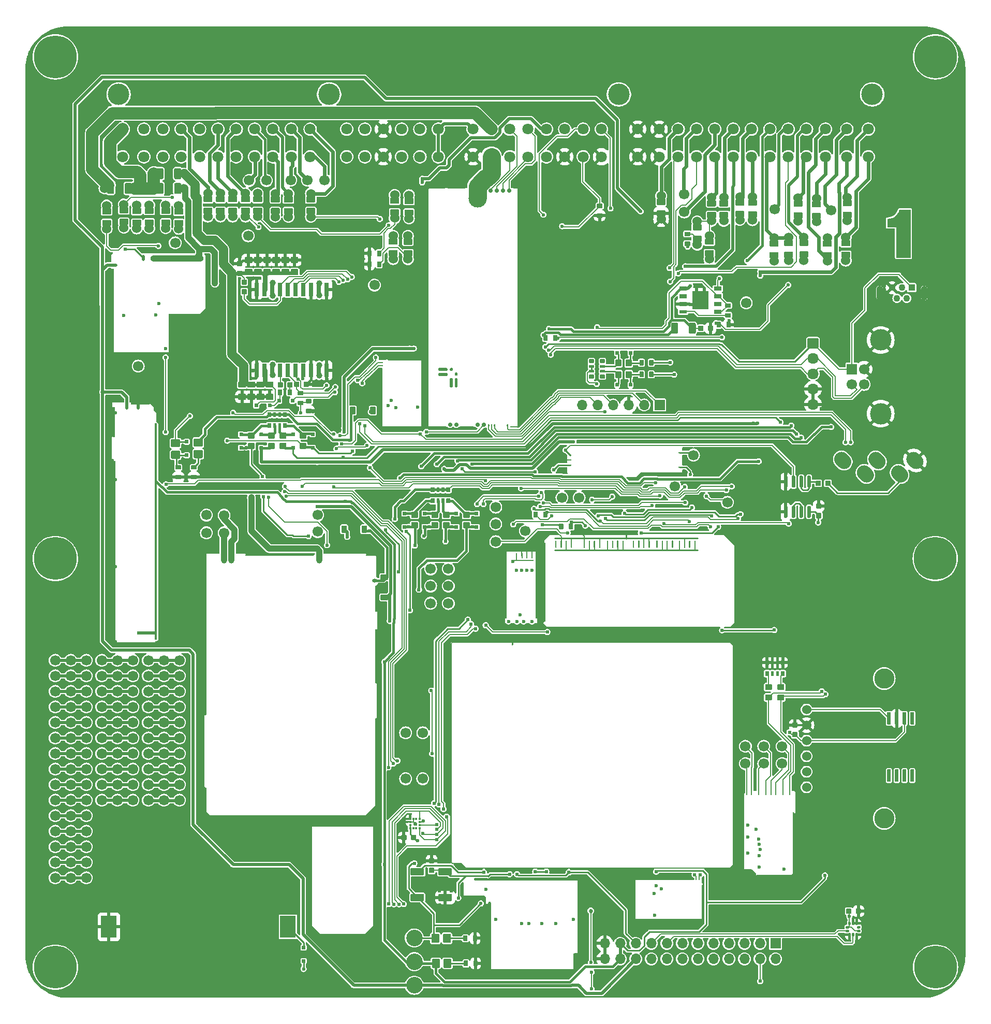
<source format=gtl>
G04 #@! TF.GenerationSoftware,KiCad,Pcbnew,8.0.3-8.0.3-0~ubuntu22.04.1*
G04 #@! TF.CreationDate,2024-06-24T03:32:25+00:00*
G04 #@! TF.ProjectId,hellen64_NA6_94,68656c6c-656e-4363-945f-4e41365f3934,b*
G04 #@! TF.SameCoordinates,PX141ef50PYa2cc1bc*
G04 #@! TF.FileFunction,Copper,L1,Top*
G04 #@! TF.FilePolarity,Positive*
%FSLAX46Y46*%
G04 Gerber Fmt 4.6, Leading zero omitted, Abs format (unit mm)*
G04 Created by KiCad (PCBNEW 8.0.3-8.0.3-0~ubuntu22.04.1) date 2024-06-24 03:32:25*
%MOMM*%
%LPD*%
G01*
G04 APERTURE LIST*
G04 #@! TA.AperFunction,EtchedComponent*
%ADD10C,0.100000*%
G04 #@! TD*
G04 #@! TA.AperFunction,SMDPad,CuDef*
%ADD11O,0.499999X11.400000*%
G04 #@! TD*
G04 #@! TA.AperFunction,SMDPad,CuDef*
%ADD12O,17.400001X0.399999*%
G04 #@! TD*
G04 #@! TA.AperFunction,SMDPad,CuDef*
%ADD13O,14.449999X0.499999*%
G04 #@! TD*
G04 #@! TA.AperFunction,SMDPad,CuDef*
%ADD14O,0.499999X2.999999*%
G04 #@! TD*
G04 #@! TA.AperFunction,SMDPad,CuDef*
%ADD15O,1.200000X0.499999*%
G04 #@! TD*
G04 #@! TA.AperFunction,SMDPad,CuDef*
%ADD16O,0.499999X12.700000*%
G04 #@! TD*
G04 #@! TA.AperFunction,ComponentPad*
%ADD17C,0.599999*%
G04 #@! TD*
G04 #@! TA.AperFunction,SMDPad,CuDef*
%ADD18O,0.499999X0.250000*%
G04 #@! TD*
G04 #@! TA.AperFunction,ComponentPad*
%ADD19C,1.524000*%
G04 #@! TD*
G04 #@! TA.AperFunction,ComponentPad*
%ADD20C,1.700000*%
G04 #@! TD*
G04 #@! TA.AperFunction,ComponentPad*
%ADD21R,1.700000X1.700000*%
G04 #@! TD*
G04 #@! TA.AperFunction,ComponentPad*
%ADD22O,1.700000X1.700000*%
G04 #@! TD*
G04 #@! TA.AperFunction,SMDPad,CuDef*
%ADD23C,2.700000*%
G04 #@! TD*
G04 #@! TA.AperFunction,SMDPad,CuDef*
%ADD24O,0.200000X3.600000*%
G04 #@! TD*
G04 #@! TA.AperFunction,SMDPad,CuDef*
%ADD25O,0.200000X4.249999*%
G04 #@! TD*
G04 #@! TA.AperFunction,SMDPad,CuDef*
%ADD26O,0.200000X14.399999*%
G04 #@! TD*
G04 #@! TA.AperFunction,SMDPad,CuDef*
%ADD27O,0.200000X8.824999*%
G04 #@! TD*
G04 #@! TA.AperFunction,SMDPad,CuDef*
%ADD28O,1.699999X0.200000*%
G04 #@! TD*
G04 #@! TA.AperFunction,SMDPad,CuDef*
%ADD29O,25.699999X0.200000*%
G04 #@! TD*
G04 #@! TA.AperFunction,SMDPad,CuDef*
%ADD30O,11.324999X0.200000*%
G04 #@! TD*
G04 #@! TA.AperFunction,SMDPad,CuDef*
%ADD31O,0.200000X25.849999*%
G04 #@! TD*
G04 #@! TA.AperFunction,SMDPad,CuDef*
%ADD32O,0.200000X4.149999*%
G04 #@! TD*
G04 #@! TA.AperFunction,SMDPad,CuDef*
%ADD33O,1.000001X1.500000*%
G04 #@! TD*
G04 #@! TA.AperFunction,SMDPad,CuDef*
%ADD34O,0.800001X0.599999*%
G04 #@! TD*
G04 #@! TA.AperFunction,ComponentPad*
%ADD35C,3.500120*%
G04 #@! TD*
G04 #@! TA.AperFunction,ComponentPad*
%ADD36C,1.800000*%
G04 #@! TD*
G04 #@! TA.AperFunction,ComponentPad*
%ADD37R,1.100000X1.100000*%
G04 #@! TD*
G04 #@! TA.AperFunction,ComponentPad*
%ADD38C,1.100000*%
G04 #@! TD*
G04 #@! TA.AperFunction,ComponentPad*
%ADD39O,1.100000X2.400000*%
G04 #@! TD*
G04 #@! TA.AperFunction,ComponentPad*
%ADD40C,3.500000*%
G04 #@! TD*
G04 #@! TA.AperFunction,SMDPad,CuDef*
%ADD41O,5.669999X0.200000*%
G04 #@! TD*
G04 #@! TA.AperFunction,SMDPad,CuDef*
%ADD42O,0.200000X11.100001*%
G04 #@! TD*
G04 #@! TA.AperFunction,SMDPad,CuDef*
%ADD43O,0.399999X9.800001*%
G04 #@! TD*
G04 #@! TA.AperFunction,SMDPad,CuDef*
%ADD44O,0.250000X0.499999*%
G04 #@! TD*
G04 #@! TA.AperFunction,SMDPad,CuDef*
%ADD45O,6.799999X0.200000*%
G04 #@! TD*
G04 #@! TA.AperFunction,ComponentPad*
%ADD46C,3.302000*%
G04 #@! TD*
G04 #@! TA.AperFunction,SMDPad,CuDef*
%ADD47O,0.200000X5.669999*%
G04 #@! TD*
G04 #@! TA.AperFunction,SMDPad,CuDef*
%ADD48O,11.100001X0.200000*%
G04 #@! TD*
G04 #@! TA.AperFunction,SMDPad,CuDef*
%ADD49O,9.800001X0.399999*%
G04 #@! TD*
G04 #@! TA.AperFunction,SMDPad,CuDef*
%ADD50O,0.200000X6.799999*%
G04 #@! TD*
G04 #@! TA.AperFunction,ComponentPad*
%ADD51C,7.000000*%
G04 #@! TD*
G04 #@! TA.AperFunction,SMDPad,CuDef*
%ADD52R,0.375000X0.350000*%
G04 #@! TD*
G04 #@! TA.AperFunction,SMDPad,CuDef*
%ADD53R,0.350000X0.375000*%
G04 #@! TD*
G04 #@! TA.AperFunction,SMDPad,CuDef*
%ADD54R,2.600000X3.600000*%
G04 #@! TD*
G04 #@! TA.AperFunction,SMDPad,CuDef*
%ADD55O,0.499999X1.000001*%
G04 #@! TD*
G04 #@! TA.AperFunction,SMDPad,CuDef*
%ADD56O,8.744829X1.000001*%
G04 #@! TD*
G04 #@! TA.AperFunction,SMDPad,CuDef*
%ADD57O,9.199999X0.200000*%
G04 #@! TD*
G04 #@! TA.AperFunction,SMDPad,CuDef*
%ADD58O,0.499999X0.200000*%
G04 #@! TD*
G04 #@! TA.AperFunction,SMDPad,CuDef*
%ADD59O,0.200000X6.500000*%
G04 #@! TD*
G04 #@! TA.AperFunction,SMDPad,CuDef*
%ADD60O,5.399999X0.399999*%
G04 #@! TD*
G04 #@! TA.AperFunction,SMDPad,CuDef*
%ADD61O,0.200000X13.800000*%
G04 #@! TD*
G04 #@! TA.AperFunction,SMDPad,CuDef*
%ADD62O,0.399999X9.000000*%
G04 #@! TD*
G04 #@! TA.AperFunction,ComponentPad*
%ADD63C,0.700000*%
G04 #@! TD*
G04 #@! TA.AperFunction,SMDPad,CuDef*
%ADD64C,3.000000*%
G04 #@! TD*
G04 #@! TA.AperFunction,SMDPad,CuDef*
%ADD65R,3.000000X0.250000*%
G04 #@! TD*
G04 #@! TA.AperFunction,SMDPad,CuDef*
%ADD66R,3.100000X0.250000*%
G04 #@! TD*
G04 #@! TA.AperFunction,SMDPad,CuDef*
%ADD67R,2.250000X0.250000*%
G04 #@! TD*
G04 #@! TA.AperFunction,SMDPad,CuDef*
%ADD68R,1.450000X0.250000*%
G04 #@! TD*
G04 #@! TA.AperFunction,SMDPad,CuDef*
%ADD69R,0.250000X39.250000*%
G04 #@! TD*
G04 #@! TA.AperFunction,SMDPad,CuDef*
%ADD70R,2.950000X0.250000*%
G04 #@! TD*
G04 #@! TA.AperFunction,SMDPad,CuDef*
%ADD71R,0.950000X0.250000*%
G04 #@! TD*
G04 #@! TA.AperFunction,SMDPad,CuDef*
%ADD72O,0.200000X11.100000*%
G04 #@! TD*
G04 #@! TA.AperFunction,SMDPad,CuDef*
%ADD73O,5.100000X0.200000*%
G04 #@! TD*
G04 #@! TA.AperFunction,SMDPad,CuDef*
%ADD74O,0.200000X0.950000*%
G04 #@! TD*
G04 #@! TA.AperFunction,ComponentPad*
%ADD75C,0.600000*%
G04 #@! TD*
G04 #@! TA.AperFunction,SMDPad,CuDef*
%ADD76O,3.500000X0.200000*%
G04 #@! TD*
G04 #@! TA.AperFunction,SMDPad,CuDef*
%ADD77O,0.250000X0.500000*%
G04 #@! TD*
G04 #@! TA.AperFunction,SMDPad,CuDef*
%ADD78R,1.310000X0.650000*%
G04 #@! TD*
G04 #@! TA.AperFunction,SMDPad,CuDef*
%ADD79R,1.310000X0.600000*%
G04 #@! TD*
G04 #@! TA.AperFunction,SMDPad,CuDef*
%ADD80R,1.325000X1.500000*%
G04 #@! TD*
G04 #@! TA.AperFunction,SMDPad,CuDef*
%ADD81O,0.250000X10.200000*%
G04 #@! TD*
G04 #@! TA.AperFunction,SMDPad,CuDef*
%ADD82O,5.800001X0.250000*%
G04 #@! TD*
G04 #@! TA.AperFunction,SMDPad,CuDef*
%ADD83O,0.200000X0.399999*%
G04 #@! TD*
G04 #@! TA.AperFunction,SMDPad,CuDef*
%ADD84O,7.200001X0.399999*%
G04 #@! TD*
G04 #@! TA.AperFunction,SMDPad,CuDef*
%ADD85O,0.399999X30.000001*%
G04 #@! TD*
G04 #@! TA.AperFunction,SMDPad,CuDef*
%ADD86O,0.399999X5.000000*%
G04 #@! TD*
G04 #@! TA.AperFunction,SMDPad,CuDef*
%ADD87O,3.099999X0.200000*%
G04 #@! TD*
G04 #@! TA.AperFunction,SMDPad,CuDef*
%ADD88O,2.999999X0.499999*%
G04 #@! TD*
G04 #@! TA.AperFunction,SMDPad,CuDef*
%ADD89O,0.399999X35.400000*%
G04 #@! TD*
G04 #@! TA.AperFunction,SMDPad,CuDef*
%ADD90R,0.800000X2.200000*%
G04 #@! TD*
G04 #@! TA.AperFunction,SMDPad,CuDef*
%ADD91R,2.032000X5.080000*%
G04 #@! TD*
G04 #@! TA.AperFunction,SMDPad,CuDef*
%ADD92R,11.430000X7.620000*%
G04 #@! TD*
G04 #@! TA.AperFunction,ComponentPad*
%ADD93O,1.850000X1.700000*%
G04 #@! TD*
G04 #@! TA.AperFunction,ViaPad*
%ADD94C,0.600000*%
G04 #@! TD*
G04 #@! TA.AperFunction,ViaPad*
%ADD95C,0.685800*%
G04 #@! TD*
G04 #@! TA.AperFunction,ViaPad*
%ADD96C,1.500000*%
G04 #@! TD*
G04 #@! TA.AperFunction,ViaPad*
%ADD97C,0.609600*%
G04 #@! TD*
G04 #@! TA.AperFunction,ViaPad*
%ADD98C,1.000000*%
G04 #@! TD*
G04 #@! TA.AperFunction,Conductor*
%ADD99C,0.200000*%
G04 #@! TD*
G04 #@! TA.AperFunction,Conductor*
%ADD100C,0.400000*%
G04 #@! TD*
G04 #@! TA.AperFunction,Conductor*
%ADD101C,0.254000*%
G04 #@! TD*
G04 #@! TA.AperFunction,Conductor*
%ADD102C,0.299720*%
G04 #@! TD*
G04 #@! TA.AperFunction,Conductor*
%ADD103C,0.508000*%
G04 #@! TD*
G04 #@! TA.AperFunction,Conductor*
%ADD104C,0.600000*%
G04 #@! TD*
G04 #@! TA.AperFunction,Conductor*
%ADD105C,2.000000*%
G04 #@! TD*
G04 #@! TA.AperFunction,Conductor*
%ADD106C,0.203200*%
G04 #@! TD*
G04 #@! TA.AperFunction,Conductor*
%ADD107C,1.000000*%
G04 #@! TD*
G04 #@! TA.AperFunction,Conductor*
%ADD108C,0.500000*%
G04 #@! TD*
G04 #@! TA.AperFunction,Conductor*
%ADD109C,3.000000*%
G04 #@! TD*
G04 #@! TA.AperFunction,Conductor*
%ADD110C,1.500000*%
G04 #@! TD*
G04 #@! TA.AperFunction,Conductor*
%ADD111C,0.800000*%
G04 #@! TD*
G04 APERTURE END LIST*
D10*
G04 #@! TO.C,G3*
X144907029Y121113053D02*
X142607029Y121113053D01*
X142607029Y126013053D01*
X142597029Y126063053D01*
X142557029Y126103053D01*
X142507029Y126113053D01*
X141107029Y126113053D01*
X141107029Y127413053D01*
X141207029Y127413053D01*
X141387029Y127433053D01*
X141597029Y127473053D01*
X141807029Y127543053D01*
X141937029Y127593053D01*
X142117029Y127683053D01*
X142287029Y127793053D01*
X142467029Y127933053D01*
X142657029Y128123053D01*
X142747029Y128243053D01*
X142857029Y128403053D01*
X142967029Y128603053D01*
X143047029Y128793053D01*
X143087029Y128913053D01*
X144907029Y128913053D01*
X144907029Y121113053D01*
G04 #@! TA.AperFunction,EtchedComponent*
G36*
X144907029Y121113053D02*
G01*
X142607029Y121113053D01*
X142607029Y126013053D01*
X142597029Y126063053D01*
X142557029Y126103053D01*
X142507029Y126113053D01*
X141107029Y126113053D01*
X141107029Y127413053D01*
X141207029Y127413053D01*
X141387029Y127433053D01*
X141597029Y127473053D01*
X141807029Y127543053D01*
X141937029Y127593053D01*
X142117029Y127683053D01*
X142287029Y127793053D01*
X142467029Y127933053D01*
X142657029Y128123053D01*
X142747029Y128243053D01*
X142857029Y128403053D01*
X142967029Y128603053D01*
X143047029Y128793053D01*
X143087029Y128913053D01*
X144907029Y128913053D01*
X144907029Y121113053D01*
G37*
G04 #@! TD.AperFunction*
G04 #@! TD*
D11*
G04 #@! TO.P,M4,G,GND*
G04 #@! TO.N,GND*
X76018539Y10107529D03*
D12*
X82218547Y19395047D03*
D13*
X82988541Y4570030D03*
D14*
X89968539Y5845064D03*
D15*
X90318541Y7120058D03*
D16*
X90718540Y13232532D03*
D17*
G04 #@! TO.P,M4,V1,V33*
G04 #@! TO.N,+3V3*
X75468535Y17795040D03*
G04 #@! TO.P,M4,V2,GND*
G04 #@! TO.N,GND*
X77043549Y12890031D03*
G04 #@! TO.P,M4,V3,GND*
X89747567Y12899094D03*
G04 #@! TO.P,M4,V4,SD_CS*
G04 #@! TO.N,/SD_CS*
X81268539Y12220030D03*
G04 #@! TO.P,M4,V5,SD_MOSI*
G04 #@! TO.N,/SD_MOSI*
X82443543Y12220030D03*
G04 #@! TO.P,M4,V6,SD_SCK*
G04 #@! TO.N,/SD_SCK*
X84618537Y12220030D03*
G04 #@! TO.P,M4,V7,SD_MISO*
G04 #@! TO.N,/SD_MISO*
X86843539Y12220030D03*
G04 #@! TD*
D18*
G04 #@! TO.P,M9,E1,V5A*
G04 #@! TO.N,+5VA*
X89261466Y87168744D03*
G04 #@! TO.P,M9,E2,GND*
G04 #@! TO.N,GND*
X89261466Y88043744D03*
G04 #@! TO.P,M9,E3,OUT_KNOCK*
G04 #@! TO.N,/IN_KNOCK*
X89261466Y88743745D03*
G04 #@! TO.P,M9,W1,IN_KNOCK*
G04 #@! TO.N,/IN_KNOCK_RAW*
X107086464Y89193744D03*
G04 #@! TO.P,M9,W2,VREF*
G04 #@! TO.N,/VREF2*
X107086464Y86793741D03*
G04 #@! TD*
G04 #@! TO.P,R57,1*
G04 #@! TO.N,/IN_TEMP_OR_PPS2*
G04 #@! TA.AperFunction,SMDPad,CuDef*
G36*
G01*
X58321680Y120375340D02*
X58321680Y119595340D01*
G75*
G02*
X58251680Y119525340I-70000J0D01*
G01*
X57691680Y119525340D01*
G75*
G02*
X57621680Y119595340I0J70000D01*
G01*
X57621680Y120375340D01*
G75*
G02*
X57691680Y120445340I70000J0D01*
G01*
X58251680Y120445340D01*
G75*
G02*
X58321680Y120375340I0J-70000D01*
G01*
G37*
G04 #@! TD.AperFunction*
G04 #@! TO.P,R57,2*
G04 #@! TO.N,GND*
G04 #@! TA.AperFunction,SMDPad,CuDef*
G36*
G01*
X56721680Y120375340D02*
X56721680Y119595340D01*
G75*
G02*
X56651680Y119525340I-70000J0D01*
G01*
X56091680Y119525340D01*
G75*
G02*
X56021680Y119595340I0J70000D01*
G01*
X56021680Y120375340D01*
G75*
G02*
X56091680Y120445340I70000J0D01*
G01*
X56651680Y120445340D01*
G75*
G02*
X56721680Y120375340I0J-70000D01*
G01*
G37*
G04 #@! TD.AperFunction*
G04 #@! TD*
D19*
G04 #@! TO.P,R8,1,1*
G04 #@! TO.N,/IN_TPS*
X60261680Y120850340D03*
G04 #@! TA.AperFunction,SMDPad,CuDef*
G36*
G01*
X60886680Y121305339D02*
X59636680Y121305339D01*
G75*
G02*
X59536680Y121405339I0J100000D01*
G01*
X59536680Y122205339D01*
G75*
G02*
X59636680Y122305339I100000J0D01*
G01*
X60886680Y122305339D01*
G75*
G02*
X60986680Y122205339I0J-100000D01*
G01*
X60986680Y121405339D01*
G75*
G02*
X60886680Y121305339I-100000J0D01*
G01*
G37*
G04 #@! TD.AperFunction*
G04 #@! TO.P,R8,2,2*
G04 #@! TO.N,Net-(P2-Pad75)*
G04 #@! TA.AperFunction,SMDPad,CuDef*
G36*
G01*
X60886680Y123205361D02*
X59636680Y123205361D01*
G75*
G02*
X59536680Y123305361I0J100000D01*
G01*
X59536680Y124105361D01*
G75*
G02*
X59636680Y124205361I100000J0D01*
G01*
X60886680Y124205361D01*
G75*
G02*
X60986680Y124105361I0J-100000D01*
G01*
X60986680Y123305361D01*
G75*
G02*
X60886680Y123205361I-100000J0D01*
G01*
G37*
G04 #@! TD.AperFunction*
X60261680Y124660340D03*
G04 #@! TD*
G04 #@! TO.P,R32,1,1*
G04 #@! TO.N,/IN_VSS*
X38101680Y127800340D03*
G04 #@! TA.AperFunction,SMDPad,CuDef*
G36*
G01*
X38726680Y128255339D02*
X37476680Y128255339D01*
G75*
G02*
X37376680Y128355339I0J100000D01*
G01*
X37376680Y129155339D01*
G75*
G02*
X37476680Y129255339I100000J0D01*
G01*
X38726680Y129255339D01*
G75*
G02*
X38826680Y129155339I0J-100000D01*
G01*
X38826680Y128355339D01*
G75*
G02*
X38726680Y128255339I-100000J0D01*
G01*
G37*
G04 #@! TD.AperFunction*
G04 #@! TO.P,R32,2,2*
G04 #@! TO.N,/1M*
G04 #@! TA.AperFunction,SMDPad,CuDef*
G36*
G01*
X38726680Y130155361D02*
X37476680Y130155361D01*
G75*
G02*
X37376680Y130255361I0J100000D01*
G01*
X37376680Y131055361D01*
G75*
G02*
X37476680Y131155361I100000J0D01*
G01*
X38726680Y131155361D01*
G75*
G02*
X38826680Y131055361I0J-100000D01*
G01*
X38826680Y130255361D01*
G75*
G02*
X38726680Y130155361I-100000J0D01*
G01*
G37*
G04 #@! TD.AperFunction*
X38101680Y131610340D03*
G04 #@! TD*
D20*
G04 #@! TO.P,P5,1,Pin_1*
G04 #@! TO.N,/IO12*
X62302380Y35910220D03*
G04 #@! TD*
G04 #@! TO.P,P6,1,Pin_1*
G04 #@! TO.N,/IO13*
X62302380Y43412400D03*
G04 #@! TD*
G04 #@! TO.P,R2,1*
G04 #@! TO.N,Net-(D10-Pad2)*
G04 #@! TA.AperFunction,SMDPad,CuDef*
G36*
G01*
X24710000Y87162500D02*
X25490000Y87162500D01*
G75*
G02*
X25560000Y87092500I0J-70000D01*
G01*
X25560000Y86532500D01*
G75*
G02*
X25490000Y86462500I-70000J0D01*
G01*
X24710000Y86462500D01*
G75*
G02*
X24640000Y86532500I0J70000D01*
G01*
X24640000Y87092500D01*
G75*
G02*
X24710000Y87162500I70000J0D01*
G01*
G37*
G04 #@! TD.AperFunction*
G04 #@! TO.P,R2,2*
G04 #@! TO.N,GND*
G04 #@! TA.AperFunction,SMDPad,CuDef*
G36*
G01*
X24710000Y85562500D02*
X25490000Y85562500D01*
G75*
G02*
X25560000Y85492500I0J-70000D01*
G01*
X25560000Y84932500D01*
G75*
G02*
X25490000Y84862500I-70000J0D01*
G01*
X24710000Y84862500D01*
G75*
G02*
X24640000Y84932500I0J70000D01*
G01*
X24640000Y85492500D01*
G75*
G02*
X24710000Y85562500I70000J0D01*
G01*
G37*
G04 #@! TD.AperFunction*
G04 #@! TD*
D21*
G04 #@! TO.P,J27,1,Pin_1*
G04 #@! TO.N,Net-(J27-Pad1)*
X103851680Y97005340D03*
D22*
G04 #@! TO.P,J27,2,Pin_2*
G04 #@! TO.N,Net-(J27-Pad2)*
X101311680Y97005340D03*
G04 #@! TO.P,J27,3,Pin_3*
G04 #@! TO.N,GND*
X98771680Y97005340D03*
G04 #@! TO.P,J27,4,Pin_4*
G04 #@! TO.N,Net-(J27-Pad4)*
X96231680Y97005340D03*
G04 #@! TO.P,J27,5,Pin_5*
G04 #@! TO.N,Net-(J27-Pad5)*
X93691680Y97005340D03*
G04 #@! TO.P,J27,6,Pin_6*
G04 #@! TO.N,unconnected-(J27-Pad6)*
X91151680Y97005340D03*
G04 #@! TD*
G04 #@! TO.P,R4,1*
G04 #@! TO.N,/IN_MAF*
G04 #@! TA.AperFunction,SMDPad,CuDef*
G36*
G01*
X113181680Y109745340D02*
X113181680Y110525340D01*
G75*
G02*
X113251680Y110595340I70000J0D01*
G01*
X113811680Y110595340D01*
G75*
G02*
X113881680Y110525340I0J-70000D01*
G01*
X113881680Y109745340D01*
G75*
G02*
X113811680Y109675340I-70000J0D01*
G01*
X113251680Y109675340D01*
G75*
G02*
X113181680Y109745340I0J70000D01*
G01*
G37*
G04 #@! TD.AperFunction*
G04 #@! TO.P,R4,2*
G04 #@! TO.N,GND*
G04 #@! TA.AperFunction,SMDPad,CuDef*
G36*
G01*
X114781680Y109745340D02*
X114781680Y110525340D01*
G75*
G02*
X114851680Y110595340I70000J0D01*
G01*
X115411680Y110595340D01*
G75*
G02*
X115481680Y110525340I0J-70000D01*
G01*
X115481680Y109745340D01*
G75*
G02*
X115411680Y109675340I-70000J0D01*
G01*
X114851680Y109675340D01*
G75*
G02*
X114781680Y109745340I0J70000D01*
G01*
G37*
G04 #@! TD.AperFunction*
G04 #@! TD*
D20*
G04 #@! TO.P,P19,1,Pin_1*
G04 #@! TO.N,/1O*
X36691680Y133695340D03*
G04 #@! TD*
D23*
G04 #@! TO.P,J19,1,Pin_1*
G04 #@! TO.N,+12V*
X63719659Y2136041D03*
G04 #@! TD*
G04 #@! TO.P,C3,1*
G04 #@! TO.N,GND*
G04 #@! TA.AperFunction,SMDPad,CuDef*
G36*
G01*
X61596678Y25965340D02*
X61596678Y26645340D01*
G75*
G02*
X61681678Y26730340I85000J0D01*
G01*
X62361678Y26730340D01*
G75*
G02*
X62446678Y26645340I0J-85000D01*
G01*
X62446678Y25965340D01*
G75*
G02*
X62361678Y25880340I-85000J0D01*
G01*
X61681678Y25880340D01*
G75*
G02*
X61596678Y25965340I0J85000D01*
G01*
G37*
G04 #@! TD.AperFunction*
G04 #@! TO.P,C3,2*
G04 #@! TO.N,+3V3*
G04 #@! TA.AperFunction,SMDPad,CuDef*
G36*
G01*
X63176680Y25965340D02*
X63176680Y26645340D01*
G75*
G02*
X63261680Y26730340I85000J0D01*
G01*
X63941680Y26730340D01*
G75*
G02*
X64026680Y26645340I0J-85000D01*
G01*
X64026680Y25965340D01*
G75*
G02*
X63941680Y25880340I-85000J0D01*
G01*
X63261680Y25880340D01*
G75*
G02*
X63176680Y25965340I0J85000D01*
G01*
G37*
G04 #@! TD.AperFunction*
G04 #@! TD*
D20*
G04 #@! TO.P,G4,1*
G04 #@! TO.N,Net-(G4-Pad1)*
X20210000Y45097322D03*
G04 #@! TO.P,G4,2*
G04 #@! TO.N,Net-(G4-Pad12)*
X20210000Y47637322D03*
G04 #@! TO.P,G4,3*
G04 #@! TO.N,Net-(G4-Pad13)*
X20210000Y50177322D03*
G04 #@! TO.P,G4,4*
G04 #@! TO.N,Net-(G4-Pad14)*
X20210000Y52717322D03*
G04 #@! TO.P,G4,5*
G04 #@! TO.N,Net-(G4-Pad10)*
X20210000Y55257322D03*
G04 #@! TO.P,G4,6*
G04 #@! TO.N,Net-(G4-Pad1)*
X22750000Y45097322D03*
G04 #@! TO.P,G4,7*
G04 #@! TO.N,Net-(G4-Pad12)*
X22750000Y47637322D03*
G04 #@! TO.P,G4,8*
G04 #@! TO.N,Net-(G4-Pad13)*
X22750000Y50177322D03*
G04 #@! TO.P,G4,9*
G04 #@! TO.N,Net-(G4-Pad14)*
X22750000Y52717322D03*
G04 #@! TO.P,G4,10*
G04 #@! TO.N,Net-(G4-Pad10)*
X22750000Y55257322D03*
G04 #@! TO.P,G4,11*
G04 #@! TO.N,Net-(G4-Pad1)*
X25290000Y45097322D03*
G04 #@! TO.P,G4,12*
G04 #@! TO.N,Net-(G4-Pad12)*
X25290000Y47637322D03*
G04 #@! TO.P,G4,13*
G04 #@! TO.N,Net-(G4-Pad13)*
X25290000Y50177322D03*
G04 #@! TO.P,G4,14*
G04 #@! TO.N,Net-(G4-Pad14)*
X25290000Y52717322D03*
G04 #@! TO.P,G4,15*
G04 #@! TO.N,Net-(G4-Pad10)*
X25290000Y55257322D03*
G04 #@! TD*
G04 #@! TO.P,R9,1*
G04 #@! TO.N,Net-(C8-Pad1)*
G04 #@! TA.AperFunction,SMDPad,CuDef*
G36*
G01*
X44731680Y99275340D02*
X45511680Y99275340D01*
G75*
G02*
X45581680Y99205340I0J-70000D01*
G01*
X45581680Y98645340D01*
G75*
G02*
X45511680Y98575340I-70000J0D01*
G01*
X44731680Y98575340D01*
G75*
G02*
X44661680Y98645340I0J70000D01*
G01*
X44661680Y99205340D01*
G75*
G02*
X44731680Y99275340I70000J0D01*
G01*
G37*
G04 #@! TD.AperFunction*
G04 #@! TO.P,R9,2*
G04 #@! TO.N,/ETB_EN*
G04 #@! TA.AperFunction,SMDPad,CuDef*
G36*
G01*
X44731680Y97675340D02*
X45511680Y97675340D01*
G75*
G02*
X45581680Y97605340I0J-70000D01*
G01*
X45581680Y97045340D01*
G75*
G02*
X45511680Y96975340I-70000J0D01*
G01*
X44731680Y96975340D01*
G75*
G02*
X44661680Y97045340I0J70000D01*
G01*
X44661680Y97605340D01*
G75*
G02*
X44731680Y97675340I70000J0D01*
G01*
G37*
G04 #@! TD.AperFunction*
G04 #@! TD*
G04 #@! TO.P,P27,1,Pin_1*
G04 #@! TO.N,/OUT_PP2*
X57211680Y116595340D03*
G04 #@! TD*
G04 #@! TO.P,P10,1,Pin_1*
G04 #@! TO.N,/1C*
X24601680Y123505340D03*
G04 #@! TD*
G04 #@! TO.P,R21,1*
G04 #@! TO.N,+12V_PROT*
G04 #@! TA.AperFunction,SMDPad,CuDef*
G36*
G01*
X108791680Y123005340D02*
X108011680Y123005340D01*
G75*
G02*
X107941680Y123075340I0J70000D01*
G01*
X107941680Y123635340D01*
G75*
G02*
X108011680Y123705340I70000J0D01*
G01*
X108791680Y123705340D01*
G75*
G02*
X108861680Y123635340I0J-70000D01*
G01*
X108861680Y123075340D01*
G75*
G02*
X108791680Y123005340I-70000J0D01*
G01*
G37*
G04 #@! TD.AperFunction*
G04 #@! TO.P,R21,2*
G04 #@! TO.N,Net-(R21-Pad2)*
G04 #@! TA.AperFunction,SMDPad,CuDef*
G36*
G01*
X108791680Y124605340D02*
X108011680Y124605340D01*
G75*
G02*
X107941680Y124675340I0J70000D01*
G01*
X107941680Y125235340D01*
G75*
G02*
X108011680Y125305340I70000J0D01*
G01*
X108791680Y125305340D01*
G75*
G02*
X108861680Y125235340I0J-70000D01*
G01*
X108861680Y124675340D01*
G75*
G02*
X108791680Y124605340I-70000J0D01*
G01*
G37*
G04 #@! TD.AperFunction*
G04 #@! TD*
G04 #@! TO.P,P12,1,Pin_1*
G04 #@! TO.N,/OUT_SOLENOID_A1*
X29701680Y79005340D03*
G04 #@! TD*
G04 #@! TO.P,G12,1*
G04 #@! TO.N,Net-(G12-Pad1)*
X12590000Y32397322D03*
G04 #@! TO.P,G12,2*
G04 #@! TO.N,Net-(G12-Pad12)*
X12590000Y34937322D03*
G04 #@! TO.P,G12,3*
G04 #@! TO.N,Net-(G12-Pad13)*
X12590000Y37477322D03*
G04 #@! TO.P,G12,4*
G04 #@! TO.N,Net-(G12-Pad14)*
X12590000Y40017322D03*
G04 #@! TO.P,G12,5*
G04 #@! TO.N,Net-(G12-Pad10)*
X12590000Y42557322D03*
G04 #@! TO.P,G12,6*
G04 #@! TO.N,Net-(G12-Pad1)*
X15130000Y32397322D03*
G04 #@! TO.P,G12,7*
G04 #@! TO.N,Net-(G12-Pad12)*
X15130000Y34937322D03*
G04 #@! TO.P,G12,8*
G04 #@! TO.N,Net-(G12-Pad13)*
X15130000Y37477322D03*
G04 #@! TO.P,G12,9*
G04 #@! TO.N,Net-(G12-Pad14)*
X15130000Y40017322D03*
G04 #@! TO.P,G12,10*
G04 #@! TO.N,Net-(G12-Pad10)*
X15130000Y42557322D03*
G04 #@! TO.P,G12,11*
G04 #@! TO.N,Net-(G12-Pad1)*
X17670000Y32397322D03*
G04 #@! TO.P,G12,12*
G04 #@! TO.N,Net-(G12-Pad12)*
X17670000Y34937322D03*
G04 #@! TO.P,G12,13*
G04 #@! TO.N,Net-(G12-Pad13)*
X17670000Y37477322D03*
G04 #@! TO.P,G12,14*
G04 #@! TO.N,Net-(G12-Pad14)*
X17670000Y40017322D03*
G04 #@! TO.P,G12,15*
G04 #@! TO.N,Net-(G12-Pad10)*
X17670000Y42557322D03*
G04 #@! TD*
D24*
G04 #@! TO.P,M5,G,GND*
G04 #@! TO.N,GND*
X57541542Y70631720D03*
G04 #@! TA.AperFunction,SMDPad,CuDef*
G36*
G01*
X57506862Y72489596D02*
X57577572Y72418886D01*
G75*
G02*
X57577572Y72277464I-70711J-70711D01*
G01*
X57577572Y72277464D01*
G75*
G02*
X57436150Y72277464I-70711J70711D01*
G01*
X57365440Y72348174D01*
G75*
G02*
X57365440Y72489596I70711J70711D01*
G01*
X57365440Y72489596D01*
G75*
G02*
X57506862Y72489596I70711J-70711D01*
G01*
G37*
G04 #@! TD.AperFunction*
D25*
X57391527Y65321721D03*
D26*
X57389993Y38601063D03*
D27*
X57389990Y55959347D03*
D28*
X56641543Y72456720D03*
G04 #@! TA.AperFunction,SMDPad,CuDef*
G36*
G01*
X57441065Y31485197D02*
X57441065Y31485197D01*
G75*
G02*
X57441065Y31343775I-70711J-70711D01*
G01*
X55864217Y29766927D01*
G75*
G02*
X55722795Y29766927I-70711J70711D01*
G01*
X55722795Y29766927D01*
G75*
G02*
X55722795Y29908349I70711J70711D01*
G01*
X57299643Y31485197D01*
G75*
G02*
X57441065Y31485197I70711J-70711D01*
G01*
G37*
G04 #@! TD.AperFunction*
D29*
X43016547Y29821710D03*
D30*
X41691538Y72396721D03*
G04 #@! TA.AperFunction,SMDPad,CuDef*
G36*
G01*
X30281049Y29751948D02*
X30281049Y29751948D01*
G75*
G02*
X30139627Y29751948I-70711J70711D01*
G01*
X29573941Y30317634D01*
G75*
G02*
X29573941Y30459056I70711J70711D01*
G01*
X29573941Y30459056D01*
G75*
G02*
X29715363Y30459056I70711J-70711D01*
G01*
X30281049Y29893370D01*
G75*
G02*
X30281049Y29751948I-70711J-70711D01*
G01*
G37*
G04 #@! TD.AperFunction*
D31*
X29641557Y59196722D03*
D32*
X29639995Y32385711D03*
D33*
G04 #@! TO.P,M5,S4,OUT_SOLENOID_B1*
G04 #@! TO.N,/OUT_SOLENOID_B1*
X32559110Y71817999D03*
G04 #@! TO.P,M5,S5,OUT_SOLENOID_B2*
G04 #@! TO.N,/OUT_SOLENOID_B2*
X33814975Y71817999D03*
G04 #@! TO.P,M5,S11,V12_RAW*
G04 #@! TO.N,+12V_RAW*
X48190001Y71817999D03*
D34*
G04 #@! TO.P,M5,W5,V12P*
G04 #@! TO.N,+12V_PROT*
X57244999Y68321715D03*
G04 #@! TD*
D19*
G04 #@! TO.P,R36,1,1*
G04 #@! TO.N,/OUT_IGN2*
X29951680Y127800340D03*
G04 #@! TA.AperFunction,SMDPad,CuDef*
G36*
G01*
X30576680Y128255339D02*
X29326680Y128255339D01*
G75*
G02*
X29226680Y128355339I0J100000D01*
G01*
X29226680Y129155339D01*
G75*
G02*
X29326680Y129255339I100000J0D01*
G01*
X30576680Y129255339D01*
G75*
G02*
X30676680Y129155339I0J-100000D01*
G01*
X30676680Y128355339D01*
G75*
G02*
X30576680Y128255339I-100000J0D01*
G01*
G37*
G04 #@! TD.AperFunction*
G04 #@! TO.P,R36,2,2*
G04 #@! TO.N,/1H*
G04 #@! TA.AperFunction,SMDPad,CuDef*
G36*
G01*
X30576680Y130155361D02*
X29326680Y130155361D01*
G75*
G02*
X29226680Y130255361I0J100000D01*
G01*
X29226680Y131055361D01*
G75*
G02*
X29326680Y131155361I100000J0D01*
G01*
X30576680Y131155361D01*
G75*
G02*
X30676680Y131055361I0J-100000D01*
G01*
X30676680Y130255361D01*
G75*
G02*
X30576680Y130155361I-100000J0D01*
G01*
G37*
G04 #@! TD.AperFunction*
X29951680Y131610340D03*
G04 #@! TD*
G04 #@! TO.P,D1,1,A*
G04 #@! TO.N,+5V*
G04 #@! TA.AperFunction,SMDPad,CuDef*
G36*
G01*
X67906019Y6350340D02*
X67906019Y5110340D01*
G75*
G02*
X67776019Y4980340I-130000J0D01*
G01*
X66736019Y4980340D01*
G75*
G02*
X66606019Y5110340I0J130000D01*
G01*
X66606019Y6350340D01*
G75*
G02*
X66736019Y6480340I130000J0D01*
G01*
X67776019Y6480340D01*
G75*
G02*
X67906019Y6350340I0J-130000D01*
G01*
G37*
G04 #@! TD.AperFunction*
G04 #@! TO.P,D1,2,K*
G04 #@! TO.N,Net-(D1-Pad2)*
G04 #@! TA.AperFunction,SMDPad,CuDef*
G36*
G01*
X69806040Y6350340D02*
X69806040Y5110340D01*
G75*
G02*
X69676040Y4980340I-130000J0D01*
G01*
X68636040Y4980340D01*
G75*
G02*
X68506040Y5110340I0J130000D01*
G01*
X68506040Y6350340D01*
G75*
G02*
X68636040Y6480340I130000J0D01*
G01*
X69676040Y6480340D01*
G75*
G02*
X69806040Y6350340I0J-130000D01*
G01*
G37*
G04 #@! TD.AperFunction*
G04 #@! TD*
D20*
G04 #@! TO.P,P35,1,Pin_1*
G04 #@! TO.N,/OUT_LOW5*
X69301680Y64555340D03*
G04 #@! TD*
D19*
G04 #@! TO.P,R48,1,1*
G04 #@! TO.N,Net-(R24-Pad2)*
X112351680Y127100340D03*
G04 #@! TA.AperFunction,SMDPad,CuDef*
G36*
G01*
X112976680Y127555339D02*
X111726680Y127555339D01*
G75*
G02*
X111626680Y127655339I0J100000D01*
G01*
X111626680Y128455339D01*
G75*
G02*
X111726680Y128555339I100000J0D01*
G01*
X112976680Y128555339D01*
G75*
G02*
X113076680Y128455339I0J-100000D01*
G01*
X113076680Y127655339D01*
G75*
G02*
X112976680Y127555339I-100000J0D01*
G01*
G37*
G04 #@! TD.AperFunction*
G04 #@! TO.P,R48,2,2*
G04 #@! TO.N,/3I*
G04 #@! TA.AperFunction,SMDPad,CuDef*
G36*
G01*
X112976680Y129455361D02*
X111726680Y129455361D01*
G75*
G02*
X111626680Y129555361I0J100000D01*
G01*
X111626680Y130355361D01*
G75*
G02*
X111726680Y130455361I100000J0D01*
G01*
X112976680Y130455361D01*
G75*
G02*
X113076680Y130355361I0J-100000D01*
G01*
X113076680Y129555361D01*
G75*
G02*
X112976680Y129455361I-100000J0D01*
G01*
G37*
G04 #@! TD.AperFunction*
X112351680Y130910340D03*
G04 #@! TD*
G04 #@! TO.P,D15,1,K*
G04 #@! TO.N,Net-(D15-Pad1)*
G04 #@! TA.AperFunction,SMDPad,CuDef*
G36*
G01*
X62411889Y79496090D02*
X62411889Y79016090D01*
G75*
G02*
X62351889Y78956090I-60000J0D01*
G01*
X61871889Y78956090D01*
G75*
G02*
X61811889Y79016090I0J60000D01*
G01*
X61811889Y79496090D01*
G75*
G02*
X61871889Y79556090I60000J0D01*
G01*
X62351889Y79556090D01*
G75*
G02*
X62411889Y79496090I0J-60000D01*
G01*
G37*
G04 #@! TD.AperFunction*
G04 #@! TO.P,D15,2,A*
G04 #@! TO.N,/OUT_INJ1*
G04 #@! TA.AperFunction,SMDPad,CuDef*
G36*
G01*
X62411889Y77296090D02*
X62411889Y76816090D01*
G75*
G02*
X62351889Y76756090I-60000J0D01*
G01*
X61871889Y76756090D01*
G75*
G02*
X61811889Y76816090I0J60000D01*
G01*
X61811889Y77296090D01*
G75*
G02*
X61871889Y77356090I60000J0D01*
G01*
X62351889Y77356090D01*
G75*
G02*
X62411889Y77296090I0J-60000D01*
G01*
G37*
G04 #@! TD.AperFunction*
G04 #@! TD*
G04 #@! TO.P,C7,1*
G04 #@! TO.N,GND*
G04 #@! TA.AperFunction,SMDPad,CuDef*
G36*
G01*
X34790197Y120526785D02*
X35470197Y120526785D01*
G75*
G02*
X35555197Y120441785I0J-85000D01*
G01*
X35555197Y119761785D01*
G75*
G02*
X35470197Y119676785I-85000J0D01*
G01*
X34790197Y119676785D01*
G75*
G02*
X34705197Y119761785I0J85000D01*
G01*
X34705197Y120441785D01*
G75*
G02*
X34790197Y120526785I85000J0D01*
G01*
G37*
G04 #@! TD.AperFunction*
G04 #@! TO.P,C7,2*
G04 #@! TO.N,+12V_ETB*
G04 #@! TA.AperFunction,SMDPad,CuDef*
G36*
G01*
X34790197Y118946783D02*
X35470197Y118946783D01*
G75*
G02*
X35555197Y118861783I0J-85000D01*
G01*
X35555197Y118181783D01*
G75*
G02*
X35470197Y118096783I-85000J0D01*
G01*
X34790197Y118096783D01*
G75*
G02*
X34705197Y118181783I0J85000D01*
G01*
X34705197Y118861783D01*
G75*
G02*
X34790197Y118946783I85000J0D01*
G01*
G37*
G04 #@! TD.AperFunction*
G04 #@! TD*
G04 #@! TO.P,C1,1*
G04 #@! TO.N,GND*
G04 #@! TA.AperFunction,SMDPad,CuDef*
G36*
G01*
X66211680Y22945341D02*
X66891680Y22945341D01*
G75*
G02*
X66976680Y22860341I0J-85000D01*
G01*
X66976680Y22180341D01*
G75*
G02*
X66891680Y22095341I-85000J0D01*
G01*
X66211680Y22095341D01*
G75*
G02*
X66126680Y22180341I0J85000D01*
G01*
X66126680Y22860341D01*
G75*
G02*
X66211680Y22945341I85000J0D01*
G01*
G37*
G04 #@! TD.AperFunction*
G04 #@! TO.P,C1,2*
G04 #@! TO.N,/NRESET*
G04 #@! TA.AperFunction,SMDPad,CuDef*
G36*
G01*
X66211680Y21365339D02*
X66891680Y21365339D01*
G75*
G02*
X66976680Y21280339I0J-85000D01*
G01*
X66976680Y20600339D01*
G75*
G02*
X66891680Y20515339I-85000J0D01*
G01*
X66211680Y20515339D01*
G75*
G02*
X66126680Y20600339I0J85000D01*
G01*
X66126680Y21280339D01*
G75*
G02*
X66211680Y21365339I85000J0D01*
G01*
G37*
G04 #@! TD.AperFunction*
G04 #@! TD*
D20*
G04 #@! TO.P,P15,1,Pin_1*
G04 #@! TO.N,/1U*
X49061680Y133755340D03*
G04 #@! TD*
D19*
G04 #@! TO.P,F3,1,1*
G04 #@! TO.N,/1B*
X21101680Y134805340D03*
G04 #@! TA.AperFunction,SMDPad,CuDef*
G36*
G01*
X22446670Y133905340D02*
X21756670Y133905340D01*
G75*
G02*
X21526670Y134135340I0J230000D01*
G01*
X21526670Y135475340D01*
G75*
G02*
X21756670Y135705340I230000J0D01*
G01*
X22446670Y135705340D01*
G75*
G02*
X22676670Y135475340I0J-230000D01*
G01*
X22676670Y134135340D01*
G75*
G02*
X22446670Y133905340I-230000J0D01*
G01*
G37*
G04 #@! TD.AperFunction*
G04 #@! TO.P,F3,2,2*
G04 #@! TO.N,+12V_ETB*
G04 #@! TA.AperFunction,SMDPad,CuDef*
G36*
G01*
X25346690Y133905340D02*
X24656690Y133905340D01*
G75*
G02*
X24426690Y134135340I0J230000D01*
G01*
X24426690Y135475340D01*
G75*
G02*
X24656690Y135705340I230000J0D01*
G01*
X25346690Y135705340D01*
G75*
G02*
X25576690Y135475340I0J-230000D01*
G01*
X25576690Y134135340D01*
G75*
G02*
X25346690Y133905340I-230000J0D01*
G01*
G37*
G04 #@! TD.AperFunction*
X26001680Y134805340D03*
G04 #@! TD*
G04 #@! TO.P,S1,1*
G04 #@! TO.N,/BOOT0*
G04 #@! TA.AperFunction,SMDPad,CuDef*
G36*
G01*
X63221680Y21305341D02*
X65181680Y21305341D01*
G75*
G02*
X65301680Y21185341I0J-120000D01*
G01*
X65301680Y20225341D01*
G75*
G02*
X65181680Y20105341I-120000J0D01*
G01*
X63221680Y20105341D01*
G75*
G02*
X63101680Y20225341I0J120000D01*
G01*
X63101680Y21185341D01*
G75*
G02*
X63221680Y21305341I120000J0D01*
G01*
G37*
G04 #@! TD.AperFunction*
G04 #@! TO.P,S1,2*
G04 #@! TO.N,+3V3*
G04 #@! TA.AperFunction,SMDPad,CuDef*
G36*
G01*
X63221680Y17105340D02*
X65181680Y17105340D01*
G75*
G02*
X65301680Y16985340I0J-120000D01*
G01*
X65301680Y16025340D01*
G75*
G02*
X65181680Y15905340I-120000J0D01*
G01*
X63221680Y15905340D01*
G75*
G02*
X63101680Y16025340I0J120000D01*
G01*
X63101680Y16985340D01*
G75*
G02*
X63221680Y17105340I120000J0D01*
G01*
G37*
G04 #@! TD.AperFunction*
G04 #@! TD*
G04 #@! TO.P,D6,1,A*
G04 #@! TO.N,Net-(D12-Pad1)*
G04 #@! TA.AperFunction,SMDPad,CuDef*
G36*
G01*
X71811891Y79556089D02*
X72711891Y79556089D01*
G75*
G02*
X72811891Y79456089I0J-100000D01*
G01*
X72811891Y78656089D01*
G75*
G02*
X72711891Y78556089I-100000J0D01*
G01*
X71811891Y78556089D01*
G75*
G02*
X71711891Y78656089I0J100000D01*
G01*
X71711891Y79456089D01*
G75*
G02*
X71811891Y79556089I100000J0D01*
G01*
G37*
G04 #@! TD.AperFunction*
G04 #@! TO.P,D6,2,K*
G04 #@! TO.N,/OUT_INJ4*
G04 #@! TA.AperFunction,SMDPad,CuDef*
G36*
G01*
X71811891Y77856089D02*
X72711891Y77856089D01*
G75*
G02*
X72811891Y77756089I0J-100000D01*
G01*
X72811891Y76956089D01*
G75*
G02*
X72711891Y76856089I-100000J0D01*
G01*
X71811891Y76856089D01*
G75*
G02*
X71711891Y76956089I0J100000D01*
G01*
X71711891Y77756089D01*
G75*
G02*
X71811891Y77856089I100000J0D01*
G01*
G37*
G04 #@! TD.AperFunction*
G04 #@! TD*
G04 #@! TO.P,C4,1*
G04 #@! TO.N,Net-(C4-Pad1)*
G04 #@! TA.AperFunction,SMDPad,CuDef*
G36*
G01*
X131806682Y84545340D02*
X131806682Y83865340D01*
G75*
G02*
X131721682Y83780340I-85000J0D01*
G01*
X131041682Y83780340D01*
G75*
G02*
X130956682Y83865340I0J85000D01*
G01*
X130956682Y84545340D01*
G75*
G02*
X131041682Y84630340I85000J0D01*
G01*
X131721682Y84630340D01*
G75*
G02*
X131806682Y84545340I0J-85000D01*
G01*
G37*
G04 #@! TD.AperFunction*
G04 #@! TO.P,C4,2*
G04 #@! TO.N,Net-(C4-Pad2)*
G04 #@! TA.AperFunction,SMDPad,CuDef*
G36*
G01*
X130226680Y84545340D02*
X130226680Y83865340D01*
G75*
G02*
X130141680Y83780340I-85000J0D01*
G01*
X129461680Y83780340D01*
G75*
G02*
X129376680Y83865340I0J85000D01*
G01*
X129376680Y84545340D01*
G75*
G02*
X129461680Y84630340I85000J0D01*
G01*
X130141680Y84630340D01*
G75*
G02*
X130226680Y84545340I0J-85000D01*
G01*
G37*
G04 #@! TD.AperFunction*
G04 #@! TD*
G04 #@! TO.P,R24,1,1*
G04 #@! TO.N,/OUT_TACH*
X112001680Y120850340D03*
G04 #@! TA.AperFunction,SMDPad,CuDef*
G36*
G01*
X112626680Y121305339D02*
X111376680Y121305339D01*
G75*
G02*
X111276680Y121405339I0J100000D01*
G01*
X111276680Y122205339D01*
G75*
G02*
X111376680Y122305339I100000J0D01*
G01*
X112626680Y122305339D01*
G75*
G02*
X112726680Y122205339I0J-100000D01*
G01*
X112726680Y121405339D01*
G75*
G02*
X112626680Y121305339I-100000J0D01*
G01*
G37*
G04 #@! TD.AperFunction*
G04 #@! TO.P,R24,2,2*
G04 #@! TO.N,Net-(R24-Pad2)*
G04 #@! TA.AperFunction,SMDPad,CuDef*
G36*
G01*
X112626680Y123205361D02*
X111376680Y123205361D01*
G75*
G02*
X111276680Y123305361I0J100000D01*
G01*
X111276680Y124105361D01*
G75*
G02*
X111376680Y124205361I100000J0D01*
G01*
X112626680Y124205361D01*
G75*
G02*
X112726680Y124105361I0J-100000D01*
G01*
X112726680Y123305361D01*
G75*
G02*
X112626680Y123205361I-100000J0D01*
G01*
G37*
G04 #@! TD.AperFunction*
X112001680Y124660340D03*
G04 #@! TD*
G04 #@! TO.P,D28,1,K*
G04 #@! TO.N,+12V_PROT*
G04 #@! TA.AperFunction,SMDPad,CuDef*
G36*
G01*
X55996680Y77215340D02*
X55996680Y76195340D01*
G75*
G02*
X55906680Y76105340I-90000J0D01*
G01*
X55186680Y76105340D01*
G75*
G02*
X55096680Y76195340I0J90000D01*
G01*
X55096680Y77215340D01*
G75*
G02*
X55186680Y77305340I90000J0D01*
G01*
X55906680Y77305340D01*
G75*
G02*
X55996680Y77215340I0J-90000D01*
G01*
G37*
G04 #@! TD.AperFunction*
G04 #@! TO.P,D28,2,A*
G04 #@! TO.N,/OUT_BOOST_CONTROL*
G04 #@! TA.AperFunction,SMDPad,CuDef*
G36*
G01*
X52696680Y77215340D02*
X52696680Y76195340D01*
G75*
G02*
X52606680Y76105340I-90000J0D01*
G01*
X51886680Y76105340D01*
G75*
G02*
X51796680Y76195340I0J90000D01*
G01*
X51796680Y77215340D01*
G75*
G02*
X51886680Y77305340I90000J0D01*
G01*
X52606680Y77305340D01*
G75*
G02*
X52696680Y77215340I0J-90000D01*
G01*
G37*
G04 #@! TD.AperFunction*
G04 #@! TD*
G04 #@! TO.P,R33,1,1*
G04 #@! TO.N,/OUT_ECF_RELAY*
X32001680Y127800340D03*
G04 #@! TA.AperFunction,SMDPad,CuDef*
G36*
G01*
X32626680Y128255339D02*
X31376680Y128255339D01*
G75*
G02*
X31276680Y128355339I0J100000D01*
G01*
X31276680Y129155339D01*
G75*
G02*
X31376680Y129255339I100000J0D01*
G01*
X32626680Y129255339D01*
G75*
G02*
X32726680Y129155339I0J-100000D01*
G01*
X32726680Y128355339D01*
G75*
G02*
X32626680Y128255339I-100000J0D01*
G01*
G37*
G04 #@! TD.AperFunction*
G04 #@! TO.P,R33,2,2*
G04 #@! TO.N,/1L*
G04 #@! TA.AperFunction,SMDPad,CuDef*
G36*
G01*
X32626680Y130155361D02*
X31376680Y130155361D01*
G75*
G02*
X31276680Y130255361I0J100000D01*
G01*
X31276680Y131055361D01*
G75*
G02*
X31376680Y131155361I100000J0D01*
G01*
X32626680Y131155361D01*
G75*
G02*
X32726680Y131055361I0J-100000D01*
G01*
X32726680Y130255361D01*
G75*
G02*
X32626680Y130155361I-100000J0D01*
G01*
G37*
G04 #@! TD.AperFunction*
X32001680Y131610340D03*
G04 #@! TD*
G04 #@! TO.P,D12,1,K*
G04 #@! TO.N,Net-(D12-Pad1)*
G04 #@! TA.AperFunction,SMDPad,CuDef*
G36*
G01*
X74199386Y79494591D02*
X74199386Y79014591D01*
G75*
G02*
X74139386Y78954591I-60000J0D01*
G01*
X73659386Y78954591D01*
G75*
G02*
X73599386Y79014591I0J60000D01*
G01*
X73599386Y79494591D01*
G75*
G02*
X73659386Y79554591I60000J0D01*
G01*
X74139386Y79554591D01*
G75*
G02*
X74199386Y79494591I0J-60000D01*
G01*
G37*
G04 #@! TD.AperFunction*
G04 #@! TO.P,D12,2,A*
G04 #@! TO.N,/OUT_INJ4*
G04 #@! TA.AperFunction,SMDPad,CuDef*
G36*
G01*
X74199386Y77294591D02*
X74199386Y76814591D01*
G75*
G02*
X74139386Y76754591I-60000J0D01*
G01*
X73659386Y76754591D01*
G75*
G02*
X73599386Y76814591I0J60000D01*
G01*
X73599386Y77294591D01*
G75*
G02*
X73659386Y77354591I60000J0D01*
G01*
X74139386Y77354591D01*
G75*
G02*
X74199386Y77294591I0J-60000D01*
G01*
G37*
G04 #@! TD.AperFunction*
G04 #@! TD*
G04 #@! TO.P,R42,1,1*
G04 #@! TO.N,+12V_PERM*
X13391221Y125804438D03*
G04 #@! TA.AperFunction,SMDPad,CuDef*
G36*
G01*
X14016221Y126259437D02*
X12766221Y126259437D01*
G75*
G02*
X12666221Y126359437I0J100000D01*
G01*
X12666221Y127159437D01*
G75*
G02*
X12766221Y127259437I100000J0D01*
G01*
X14016221Y127259437D01*
G75*
G02*
X14116221Y127159437I0J-100000D01*
G01*
X14116221Y126359437D01*
G75*
G02*
X14016221Y126259437I-100000J0D01*
G01*
G37*
G04 #@! TD.AperFunction*
G04 #@! TO.P,R42,2,2*
G04 #@! TO.N,/1A*
G04 #@! TA.AperFunction,SMDPad,CuDef*
G36*
G01*
X14016221Y128159459D02*
X12766221Y128159459D01*
G75*
G02*
X12666221Y128259459I0J100000D01*
G01*
X12666221Y129059459D01*
G75*
G02*
X12766221Y129159459I100000J0D01*
G01*
X14016221Y129159459D01*
G75*
G02*
X14116221Y129059459I0J-100000D01*
G01*
X14116221Y128259459D01*
G75*
G02*
X14016221Y128159459I-100000J0D01*
G01*
G37*
G04 #@! TD.AperFunction*
X13391221Y129614438D03*
G04 #@! TD*
D35*
G04 #@! TO.P,P2,*
G04 #@! TO.N,*
X15340980Y147779760D03*
X49790980Y147779760D03*
X97190980Y147779760D03*
X138640980Y147779760D03*
D36*
G04 #@! TO.P,P2,1,1A*
G04 #@! TO.N,/1A*
X15990980Y137579120D03*
G04 #@! TO.P,P2,2,1C*
G04 #@! TO.N,/1C*
X19488560Y137579120D03*
G04 #@! TO.P,P2,3,1E*
G04 #@! TO.N,/1E*
X22589900Y137579120D03*
G04 #@! TO.P,P2,4,1G*
G04 #@! TO.N,/1G*
X25589640Y137579120D03*
G04 #@! TO.P,P2,5,1I*
G04 #@! TO.N,Net-(P2-Pad5)*
X28589380Y137579120D03*
G04 #@! TO.P,P2,6,1K*
G04 #@! TO.N,Net-(P2-Pad6)*
X31589120Y137579120D03*
G04 #@! TO.P,P2,7,1M*
G04 #@! TO.N,/1M*
X34588860Y137579120D03*
G04 #@! TO.P,P2,8,1O*
G04 #@! TO.N,/1O*
X37588600Y137579120D03*
G04 #@! TO.P,P2,9,1Q*
G04 #@! TO.N,/1Q*
X40588340Y137579120D03*
G04 #@! TO.P,P2,10,1S*
G04 #@! TO.N,Net-(P17-Pad1)*
X43588080Y137579120D03*
G04 #@! TO.P,P2,11,1U*
G04 #@! TO.N,/1U*
X46689420Y137579120D03*
G04 #@! TO.P,P2,12,1B*
G04 #@! TO.N,/1B*
X15990980Y142080000D03*
G04 #@! TO.P,P2,13,1D*
G04 #@! TO.N,/1D*
X19488560Y142080000D03*
G04 #@! TO.P,P2,14,1F*
G04 #@! TO.N,/1F*
X22589900Y142080000D03*
G04 #@! TO.P,P2,15,1H*
G04 #@! TO.N,/1H*
X25589640Y142080000D03*
G04 #@! TO.P,P2,16,1J*
G04 #@! TO.N,/1J*
X28589380Y142080000D03*
G04 #@! TO.P,P2,17,1L*
G04 #@! TO.N,/1L*
X31589120Y142080000D03*
G04 #@! TO.P,P2,18,1N*
G04 #@! TO.N,/1N*
X34588860Y142080000D03*
G04 #@! TO.P,P2,19,1P*
G04 #@! TO.N,/1P*
X37588600Y142080000D03*
G04 #@! TO.P,P2,20,1R*
G04 #@! TO.N,Net-(P2-Pad20)*
X40588340Y142080000D03*
G04 #@! TO.P,P2,21,1T*
G04 #@! TO.N,Net-(P16-Pad1)*
X43588080Y142080000D03*
G04 #@! TO.P,P2,22,1V*
G04 #@! TO.N,/1V*
X46689420Y142080000D03*
G04 #@! TO.P,P2,23,2A*
G04 #@! TO.N,GND*
X73340980Y137579120D03*
G04 #@! TO.P,P2,24,2C*
G04 #@! TO.N,/WBO_H-*
X76340720Y137579120D03*
G04 #@! TO.P,P2,25,2E*
G04 #@! TO.N,/WBO_R_Trim*
X79340460Y137579120D03*
G04 #@! TO.P,P2,26,2G*
G04 #@! TO.N,/WBO_Vs{slash}Ip*
X82340200Y137579120D03*
G04 #@! TO.P,P2,27,2I*
G04 #@! TO.N,/OUT_VVT*
X85342480Y137579120D03*
G04 #@! TO.P,P2,28,2K*
G04 #@! TO.N,GND*
X88342220Y137579120D03*
G04 #@! TO.P,P2,29,2M*
G04 #@! TO.N,/IN_PRESSURE*
X91341960Y137579120D03*
G04 #@! TO.P,P2,30,2O*
G04 #@! TO.N,GND*
X94341700Y137579120D03*
G04 #@! TO.P,P2,31,2B*
G04 #@! TO.N,+5VAS*
X73340980Y142080000D03*
G04 #@! TO.P,P2,32,2D*
G04 #@! TO.N,/2D*
X76340720Y142080000D03*
G04 #@! TO.P,P2,33,2F*
G04 #@! TO.N,/WBO_Ip*
X79340460Y142080000D03*
G04 #@! TO.P,P2,34,2H*
G04 #@! TO.N,/WBO_Vs*
X82340200Y142080000D03*
G04 #@! TO.P,P2,35,2J*
G04 #@! TO.N,/OUT_BOOST_CONTROL*
X85342480Y142080000D03*
G04 #@! TO.P,P2,36,2L*
G04 #@! TO.N,/IN_DIGITAL*
X88342220Y142080000D03*
G04 #@! TO.P,P2,37,2N*
G04 #@! TO.N,/IN_TEMP*
X91341960Y142080000D03*
G04 #@! TO.P,P2,38,2P*
G04 #@! TO.N,/IN_KNOCK_RAW*
X94341700Y142080000D03*
G04 #@! TO.P,P2,39,3A*
G04 #@! TO.N,GND*
X100287840Y137579120D03*
G04 #@! TO.P,P2,40,3C*
X103787960Y137579120D03*
G04 #@! TO.P,P2,41,3E*
G04 #@! TO.N,/IN_CRANK*
X106891840Y137579120D03*
G04 #@! TO.P,P2,42,3G*
G04 #@! TO.N,/IN_CAM*
X109891580Y137579120D03*
G04 #@! TO.P,P2,43,3I*
G04 #@! TO.N,/3I*
X112891320Y137579120D03*
G04 #@! TO.P,P2,44,3K*
G04 #@! TO.N,+5VAS*
X115891060Y137579120D03*
G04 #@! TO.P,P2,45,3M*
G04 #@! TO.N,/3M*
X118890800Y137579120D03*
G04 #@! TO.P,P2,46,3O*
G04 #@! TO.N,/3O*
X121890540Y137579120D03*
G04 #@! TO.P,P2,47,3Q*
G04 #@! TO.N,/IN_CLT*
X124890280Y137579120D03*
G04 #@! TO.P,P2,48,3S*
G04 #@! TO.N,/3S*
X127890020Y137579120D03*
G04 #@! TO.P,P2,49,3U*
G04 #@! TO.N,/OUT_INJ1*
X130991360Y137579120D03*
G04 #@! TO.P,P2,50,3W*
G04 #@! TO.N,/OUT_IDLE*
X134491480Y137579120D03*
G04 #@! TO.P,P2,51,3Y*
G04 #@! TO.N,/3Y*
X137991600Y137579120D03*
G04 #@! TO.P,P2,52,3B*
G04 #@! TO.N,GND*
X100287840Y142080000D03*
G04 #@! TO.P,P2,53,3D*
X103787960Y142080000D03*
G04 #@! TO.P,P2,54,3F*
G04 #@! TO.N,/3F*
X106891840Y142080000D03*
G04 #@! TO.P,P2,55,3H*
G04 #@! TO.N,/3H*
X109891580Y142080000D03*
G04 #@! TO.P,P2,56,3J*
G04 #@! TO.N,/3J*
X112891320Y142080000D03*
G04 #@! TO.P,P2,57,3L*
G04 #@! TO.N,/3L*
X115891060Y142080000D03*
G04 #@! TO.P,P2,58,3N*
G04 #@! TO.N,/3N*
X118890800Y142080000D03*
G04 #@! TO.P,P2,59,3P*
G04 #@! TO.N,/IN_IAT*
X121890540Y142080000D03*
G04 #@! TO.P,P2,60,3R*
G04 #@! TO.N,/3R*
X124890280Y142080000D03*
G04 #@! TO.P,P2,61,3T*
G04 #@! TO.N,/3T*
X127890020Y142080000D03*
G04 #@! TO.P,P2,62,3V*
G04 #@! TO.N,/OUT_INJ2*
X130991360Y142080000D03*
G04 #@! TO.P,P2,63,3X*
G04 #@! TO.N,/3X*
X134491480Y142080000D03*
G04 #@! TO.P,P2,64,3Z*
G04 #@! TO.N,/3Z*
X137991600Y142080000D03*
G04 #@! TO.P,P2,65,4A*
G04 #@! TO.N,/OUT_ETB+*
X52640980Y137579120D03*
G04 #@! TO.P,P2,66,4C*
G04 #@! TO.N,/OUT_ETB-*
X55640720Y137579120D03*
G04 #@! TO.P,P2,67,4E*
G04 #@! TO.N,GND*
X58640460Y137579120D03*
G04 #@! TO.P,P2,68,4G*
G04 #@! TO.N,Net-(P2-Pad68)*
X61640200Y137579120D03*
G04 #@! TO.P,P2,69,4I*
G04 #@! TO.N,Net-(P2-Pad69)*
X64642480Y137579120D03*
G04 #@! TO.P,P2,70,4K*
G04 #@! TO.N,+5VAS*
X67642220Y137579120D03*
G04 #@! TO.P,P2,71,4B*
G04 #@! TO.N,/OUT_ETB+*
X52640980Y142080000D03*
G04 #@! TO.P,P2,72,4D*
G04 #@! TO.N,/OUT_ETB-*
X55640720Y142080000D03*
G04 #@! TO.P,P2,73,4F*
G04 #@! TO.N,GND*
X58640460Y142080000D03*
G04 #@! TO.P,P2,74,4H*
G04 #@! TO.N,Net-(P2-Pad74)*
X61640200Y142080000D03*
G04 #@! TO.P,P2,75,4J*
G04 #@! TO.N,Net-(P2-Pad75)*
X64642480Y142080000D03*
G04 #@! TO.P,P2,76,4L*
G04 #@! TO.N,+5VAS*
X67642220Y142080000D03*
G04 #@! TD*
G04 #@! TO.P,D22,1,K*
G04 #@! TO.N,Net-(D18-Pad1)*
G04 #@! TA.AperFunction,SMDPad,CuDef*
G36*
G01*
X38989177Y92443841D02*
X38989177Y91963841D01*
G75*
G02*
X38929177Y91903841I-60000J0D01*
G01*
X38449177Y91903841D01*
G75*
G02*
X38389177Y91963841I0J60000D01*
G01*
X38389177Y92443841D01*
G75*
G02*
X38449177Y92503841I60000J0D01*
G01*
X38929177Y92503841D01*
G75*
G02*
X38989177Y92443841I0J-60000D01*
G01*
G37*
G04 #@! TD.AperFunction*
G04 #@! TO.P,D22,2,A*
G04 #@! TO.N,/OUT_IDLE*
G04 #@! TA.AperFunction,SMDPad,CuDef*
G36*
G01*
X38989177Y90243841D02*
X38989177Y89763841D01*
G75*
G02*
X38929177Y89703841I-60000J0D01*
G01*
X38449177Y89703841D01*
G75*
G02*
X38389177Y89763841I0J60000D01*
G01*
X38389177Y90243841D01*
G75*
G02*
X38449177Y90303841I60000J0D01*
G01*
X38929177Y90303841D01*
G75*
G02*
X38989177Y90243841I0J-60000D01*
G01*
G37*
G04 #@! TD.AperFunction*
G04 #@! TD*
D20*
G04 #@! TO.P,P40,1,Pin_1*
G04 #@! TO.N,/IN_D1*
X77051680Y77555340D03*
G04 #@! TD*
G04 #@! TO.P,D11,1,A*
G04 #@! TO.N,+12V_PROT*
G04 #@! TA.AperFunction,SMDPad,CuDef*
G36*
G01*
X28995000Y90212521D02*
X27755000Y90212521D01*
G75*
G02*
X27625000Y90342521I0J130000D01*
G01*
X27625000Y91382521D01*
G75*
G02*
X27755000Y91512521I130000J0D01*
G01*
X28995000Y91512521D01*
G75*
G02*
X29125000Y91382521I0J-130000D01*
G01*
X29125000Y90342521D01*
G75*
G02*
X28995000Y90212521I-130000J0D01*
G01*
G37*
G04 #@! TD.AperFunction*
G04 #@! TO.P,D11,2,K*
G04 #@! TO.N,Net-(D11-Pad2)*
G04 #@! TA.AperFunction,SMDPad,CuDef*
G36*
G01*
X28995000Y88312500D02*
X27755000Y88312500D01*
G75*
G02*
X27625000Y88442500I0J130000D01*
G01*
X27625000Y89482500D01*
G75*
G02*
X27755000Y89612500I130000J0D01*
G01*
X28995000Y89612500D01*
G75*
G02*
X29125000Y89482500I0J-130000D01*
G01*
X29125000Y88442500D01*
G75*
G02*
X28995000Y88312500I-130000J0D01*
G01*
G37*
G04 #@! TD.AperFunction*
G04 #@! TD*
G04 #@! TO.P,C17,1*
G04 #@! TO.N,+12V_ETB*
G04 #@! TA.AperFunction,SMDPad,CuDef*
G36*
G01*
X39526680Y100830340D02*
X40576680Y100830340D01*
G75*
G02*
X40676680Y100730340I0J-100000D01*
G01*
X40676680Y99930340D01*
G75*
G02*
X40576680Y99830340I-100000J0D01*
G01*
X39526680Y99830340D01*
G75*
G02*
X39426680Y99930340I0J100000D01*
G01*
X39426680Y100730340D01*
G75*
G02*
X39526680Y100830340I100000J0D01*
G01*
G37*
G04 #@! TD.AperFunction*
G04 #@! TO.P,C17,2*
G04 #@! TO.N,GND*
G04 #@! TA.AperFunction,SMDPad,CuDef*
G36*
G01*
X39526680Y98830340D02*
X40576680Y98830340D01*
G75*
G02*
X40676680Y98730340I0J-100000D01*
G01*
X40676680Y97930340D01*
G75*
G02*
X40576680Y97830340I-100000J0D01*
G01*
X39526680Y97830340D01*
G75*
G02*
X39426680Y97930340I0J100000D01*
G01*
X39426680Y98730340D01*
G75*
G02*
X39526680Y98830340I100000J0D01*
G01*
G37*
G04 #@! TD.AperFunction*
G04 #@! TD*
G04 #@! TO.P,P44,1,Pin_1*
G04 #@! TO.N,/IN_SENS3*
X90691680Y81865340D03*
G04 #@! TD*
G04 #@! TO.P,P13,1,Pin_1*
G04 #@! TO.N,/OUT_SOLENOID_B1*
X32601680Y76105340D03*
G04 #@! TD*
G04 #@! TO.P,R11,1*
G04 #@! TO.N,/IN_PRESSURE*
G04 #@! TA.AperFunction,SMDPad,CuDef*
G36*
G01*
X93671680Y129895340D02*
X94451680Y129895340D01*
G75*
G02*
X94521680Y129825340I0J-70000D01*
G01*
X94521680Y129265340D01*
G75*
G02*
X94451680Y129195340I-70000J0D01*
G01*
X93671680Y129195340D01*
G75*
G02*
X93601680Y129265340I0J70000D01*
G01*
X93601680Y129825340D01*
G75*
G02*
X93671680Y129895340I70000J0D01*
G01*
G37*
G04 #@! TD.AperFunction*
G04 #@! TO.P,R11,2*
G04 #@! TO.N,GND*
G04 #@! TA.AperFunction,SMDPad,CuDef*
G36*
G01*
X93671680Y128295340D02*
X94451680Y128295340D01*
G75*
G02*
X94521680Y128225340I0J-70000D01*
G01*
X94521680Y127665340D01*
G75*
G02*
X94451680Y127595340I-70000J0D01*
G01*
X93671680Y127595340D01*
G75*
G02*
X93601680Y127665340I0J70000D01*
G01*
X93601680Y128225340D01*
G75*
G02*
X93671680Y128295340I70000J0D01*
G01*
G37*
G04 #@! TD.AperFunction*
G04 #@! TD*
G04 #@! TO.P,R6,1*
G04 #@! TO.N,+12V_PROT*
G04 #@! TA.AperFunction,SMDPad,CuDef*
G36*
G01*
X69611889Y83491090D02*
X69611889Y82821090D01*
G75*
G02*
X69546889Y82756090I-65000J0D01*
G01*
X69026889Y82756090D01*
G75*
G02*
X68961889Y82821090I0J65000D01*
G01*
X68961889Y83491090D01*
G75*
G02*
X69026889Y83556090I65000J0D01*
G01*
X69546889Y83556090D01*
G75*
G02*
X69611889Y83491090I0J-65000D01*
G01*
G37*
G04 #@! TD.AperFunction*
G04 #@! TO.P,R6,2*
G04 #@! TA.AperFunction,SMDPad,CuDef*
G36*
G01*
X68636889Y83511090D02*
X68636889Y82801090D01*
G75*
G02*
X68591889Y82756090I-45000J0D01*
G01*
X68231889Y82756090D01*
G75*
G02*
X68186889Y82801090I0J45000D01*
G01*
X68186889Y83511090D01*
G75*
G02*
X68231889Y83556090I45000J0D01*
G01*
X68591889Y83556090D01*
G75*
G02*
X68636889Y83511090I0J-45000D01*
G01*
G37*
G04 #@! TD.AperFunction*
G04 #@! TO.P,R6,3*
G04 #@! TA.AperFunction,SMDPad,CuDef*
G36*
G01*
X67836889Y83511090D02*
X67836889Y82801090D01*
G75*
G02*
X67791889Y82756090I-45000J0D01*
G01*
X67431889Y82756090D01*
G75*
G02*
X67386889Y82801090I0J45000D01*
G01*
X67386889Y83511090D01*
G75*
G02*
X67431889Y83556090I45000J0D01*
G01*
X67791889Y83556090D01*
G75*
G02*
X67836889Y83511090I0J-45000D01*
G01*
G37*
G04 #@! TD.AperFunction*
G04 #@! TO.P,R6,4*
G04 #@! TA.AperFunction,SMDPad,CuDef*
G36*
G01*
X67061889Y83491090D02*
X67061889Y82821090D01*
G75*
G02*
X66996889Y82756090I-65000J0D01*
G01*
X66476889Y82756090D01*
G75*
G02*
X66411889Y82821090I0J65000D01*
G01*
X66411889Y83491090D01*
G75*
G02*
X66476889Y83556090I65000J0D01*
G01*
X66996889Y83556090D01*
G75*
G02*
X67061889Y83491090I0J-65000D01*
G01*
G37*
G04 #@! TD.AperFunction*
G04 #@! TO.P,R6,5*
G04 #@! TO.N,Net-(D15-Pad1)*
G04 #@! TA.AperFunction,SMDPad,CuDef*
G36*
G01*
X67061889Y81691090D02*
X67061889Y81021090D01*
G75*
G02*
X66996889Y80956090I-65000J0D01*
G01*
X66476889Y80956090D01*
G75*
G02*
X66411889Y81021090I0J65000D01*
G01*
X66411889Y81691090D01*
G75*
G02*
X66476889Y81756090I65000J0D01*
G01*
X66996889Y81756090D01*
G75*
G02*
X67061889Y81691090I0J-65000D01*
G01*
G37*
G04 #@! TD.AperFunction*
G04 #@! TO.P,R6,6*
G04 #@! TO.N,Net-(D14-Pad1)*
G04 #@! TA.AperFunction,SMDPad,CuDef*
G36*
G01*
X67836889Y81711090D02*
X67836889Y81001090D01*
G75*
G02*
X67791889Y80956090I-45000J0D01*
G01*
X67431889Y80956090D01*
G75*
G02*
X67386889Y81001090I0J45000D01*
G01*
X67386889Y81711090D01*
G75*
G02*
X67431889Y81756090I45000J0D01*
G01*
X67791889Y81756090D01*
G75*
G02*
X67836889Y81711090I0J-45000D01*
G01*
G37*
G04 #@! TD.AperFunction*
G04 #@! TO.P,R6,7*
G04 #@! TO.N,Net-(D13-Pad1)*
G04 #@! TA.AperFunction,SMDPad,CuDef*
G36*
G01*
X68636889Y81711090D02*
X68636889Y81001090D01*
G75*
G02*
X68591889Y80956090I-45000J0D01*
G01*
X68231889Y80956090D01*
G75*
G02*
X68186889Y81001090I0J45000D01*
G01*
X68186889Y81711090D01*
G75*
G02*
X68231889Y81756090I45000J0D01*
G01*
X68591889Y81756090D01*
G75*
G02*
X68636889Y81711090I0J-45000D01*
G01*
G37*
G04 #@! TD.AperFunction*
G04 #@! TO.P,R6,8*
G04 #@! TO.N,Net-(D12-Pad1)*
G04 #@! TA.AperFunction,SMDPad,CuDef*
G36*
G01*
X69611889Y81691090D02*
X69611889Y81021090D01*
G75*
G02*
X69546889Y80956090I-65000J0D01*
G01*
X69026889Y80956090D01*
G75*
G02*
X68961889Y81021090I0J65000D01*
G01*
X68961889Y81691090D01*
G75*
G02*
X69026889Y81756090I65000J0D01*
G01*
X69546889Y81756090D01*
G75*
G02*
X69611889Y81691090I0J-65000D01*
G01*
G37*
G04 #@! TD.AperFunction*
G04 #@! TD*
D23*
G04 #@! TO.P,J20,1,Pin_1*
G04 #@! TO.N,+5V*
X63719659Y6008843D03*
G04 #@! TD*
D20*
G04 #@! TO.P,P29,1,Pin_1*
G04 #@! TO.N,/OUT_IGN5*
X120901680Y41205340D03*
G04 #@! TD*
D19*
G04 #@! TO.P,R43,1,1*
G04 #@! TO.N,/OUT_PUMP_RELAY*
X127451680Y120650340D03*
G04 #@! TA.AperFunction,SMDPad,CuDef*
G36*
G01*
X128076680Y121105339D02*
X126826680Y121105339D01*
G75*
G02*
X126726680Y121205339I0J100000D01*
G01*
X126726680Y122005339D01*
G75*
G02*
X126826680Y122105339I100000J0D01*
G01*
X128076680Y122105339D01*
G75*
G02*
X128176680Y122005339I0J-100000D01*
G01*
X128176680Y121205339D01*
G75*
G02*
X128076680Y121105339I-100000J0D01*
G01*
G37*
G04 #@! TD.AperFunction*
G04 #@! TO.P,R43,2,2*
G04 #@! TO.N,/3T*
G04 #@! TA.AperFunction,SMDPad,CuDef*
G36*
G01*
X128076680Y123005361D02*
X126826680Y123005361D01*
G75*
G02*
X126726680Y123105361I0J100000D01*
G01*
X126726680Y123905361D01*
G75*
G02*
X126826680Y124005361I100000J0D01*
G01*
X128076680Y124005361D01*
G75*
G02*
X128176680Y123905361I0J-100000D01*
G01*
X128176680Y123105361D01*
G75*
G02*
X128076680Y123005361I-100000J0D01*
G01*
G37*
G04 #@! TD.AperFunction*
X127451680Y124460340D03*
G04 #@! TD*
D37*
G04 #@! TO.P,J1,1,VBUS*
G04 #@! TO.N,/VBUS*
X145101680Y116180340D03*
D38*
G04 #@! TO.P,J1,2,D-*
G04 #@! TO.N,/USB-*
X144301680Y114430340D03*
G04 #@! TO.P,J1,3,D+*
G04 #@! TO.N,/USB+*
X143501680Y116180340D03*
G04 #@! TO.P,J1,4,ID*
G04 #@! TO.N,unconnected-(J1-Pad4)*
X142701680Y114430340D03*
G04 #@! TO.P,J1,5,GND*
G04 #@! TO.N,GND*
X141901680Y116180340D03*
D39*
G04 #@! TO.P,J1,6,Shield*
X147151680Y115305340D03*
X139851680Y115305340D03*
G04 #@! TD*
D20*
G04 #@! TO.P,P37,1,Pin_1*
G04 #@! TO.N,/IN_RES2*
X114941680Y81095340D03*
G04 #@! TD*
G04 #@! TO.P,R55,1*
G04 #@! TO.N,/IN_DIGITAL*
G04 #@! TA.AperFunction,SMDPad,CuDef*
G36*
G01*
X87151680Y108345340D02*
X87151680Y107565340D01*
G75*
G02*
X87081680Y107495340I-70000J0D01*
G01*
X86521680Y107495340D01*
G75*
G02*
X86451680Y107565340I0J70000D01*
G01*
X86451680Y108345340D01*
G75*
G02*
X86521680Y108415340I70000J0D01*
G01*
X87081680Y108415340D01*
G75*
G02*
X87151680Y108345340I0J-70000D01*
G01*
G37*
G04 #@! TD.AperFunction*
G04 #@! TO.P,R55,2*
G04 #@! TO.N,+5VA*
G04 #@! TA.AperFunction,SMDPad,CuDef*
G36*
G01*
X85551680Y108345340D02*
X85551680Y107565340D01*
G75*
G02*
X85481680Y107495340I-70000J0D01*
G01*
X84921680Y107495340D01*
G75*
G02*
X84851680Y107565340I0J70000D01*
G01*
X84851680Y108345340D01*
G75*
G02*
X84921680Y108415340I70000J0D01*
G01*
X85481680Y108415340D01*
G75*
G02*
X85551680Y108345340I0J-70000D01*
G01*
G37*
G04 #@! TD.AperFunction*
G04 #@! TD*
G04 #@! TO.P,P42,1,Pin_1*
G04 #@! TO.N,/IN_D3*
X77051680Y80305340D03*
G04 #@! TD*
D19*
G04 #@! TO.P,R52,1,1*
G04 #@! TO.N,/IN_TEMP_OR_PPS2*
X62681680Y120840340D03*
G04 #@! TA.AperFunction,SMDPad,CuDef*
G36*
G01*
X63306680Y121295339D02*
X62056680Y121295339D01*
G75*
G02*
X61956680Y121395339I0J100000D01*
G01*
X61956680Y122195339D01*
G75*
G02*
X62056680Y122295339I100000J0D01*
G01*
X63306680Y122295339D01*
G75*
G02*
X63406680Y122195339I0J-100000D01*
G01*
X63406680Y121395339D01*
G75*
G02*
X63306680Y121295339I-100000J0D01*
G01*
G37*
G04 #@! TD.AperFunction*
G04 #@! TO.P,R52,2,2*
G04 #@! TO.N,Net-(P2-Pad68)*
G04 #@! TA.AperFunction,SMDPad,CuDef*
G36*
G01*
X63306680Y123195361D02*
X62056680Y123195361D01*
G75*
G02*
X61956680Y123295361I0J100000D01*
G01*
X61956680Y124095361D01*
G75*
G02*
X62056680Y124195361I100000J0D01*
G01*
X63306680Y124195361D01*
G75*
G02*
X63406680Y124095361I0J-100000D01*
G01*
X63406680Y123295361D01*
G75*
G02*
X63306680Y123195361I-100000J0D01*
G01*
G37*
G04 #@! TD.AperFunction*
X62681680Y124650340D03*
G04 #@! TD*
G04 #@! TO.P,D30,1,K*
G04 #@! TO.N,Net-(D27-Pad1)*
G04 #@! TA.AperFunction,SMDPad,CuDef*
G36*
G01*
X96662380Y100599897D02*
X97142380Y100599897D01*
G75*
G02*
X97202380Y100539897I0J-60000D01*
G01*
X97202380Y100059897D01*
G75*
G02*
X97142380Y99999897I-60000J0D01*
G01*
X96662380Y99999897D01*
G75*
G02*
X96602380Y100059897I0J60000D01*
G01*
X96602380Y100539897D01*
G75*
G02*
X96662380Y100599897I60000J0D01*
G01*
G37*
G04 #@! TD.AperFunction*
G04 #@! TO.P,D30,2,A*
G04 #@! TO.N,Net-(D27-Pad2)*
G04 #@! TA.AperFunction,SMDPad,CuDef*
G36*
G01*
X98862380Y100599897D02*
X99342380Y100599897D01*
G75*
G02*
X99402380Y100539897I0J-60000D01*
G01*
X99402380Y100059897D01*
G75*
G02*
X99342380Y99999897I-60000J0D01*
G01*
X98862380Y99999897D01*
G75*
G02*
X98802380Y100059897I0J60000D01*
G01*
X98802380Y100539897D01*
G75*
G02*
X98862380Y100599897I60000J0D01*
G01*
G37*
G04 #@! TD.AperFunction*
G04 #@! TD*
D20*
G04 #@! TO.P,P41,1,Pin_1*
G04 #@! TO.N,/IN_D2*
X118031680Y113705340D03*
G04 #@! TD*
G04 #@! TO.P,P30,1,Pin_1*
G04 #@! TO.N,/OUT_IGN6*
X120901680Y38370220D03*
G04 #@! TD*
G04 #@! TO.P,P26,1,Pin_1*
G04 #@! TO.N,/OUT_PP1*
X66401680Y67405340D03*
G04 #@! TD*
D21*
G04 #@! TO.P,J5,1,VBUS*
G04 #@! TO.N,/VBUS*
X135316680Y102855340D03*
D20*
G04 #@! TO.P,J5,2,D-*
G04 #@! TO.N,/USB-*
X135316680Y100355340D03*
G04 #@! TO.P,J5,3,D+*
G04 #@! TO.N,/USB+*
X137316680Y100355340D03*
G04 #@! TO.P,J5,4,GND*
G04 #@! TO.N,GND*
X137316680Y102855340D03*
D40*
G04 #@! TO.P,J5,5,Shield*
X140026680Y107625340D03*
X140026680Y95585340D03*
G04 #@! TD*
D20*
G04 #@! TO.P,P4,1,Pin_1*
G04 #@! TO.N,/IO4*
X65112640Y43410220D03*
G04 #@! TD*
G04 #@! TO.P,P25,1,Pin_1*
G04 #@! TO.N,/OUT_IGN4*
X123901680Y38370220D03*
G04 #@! TD*
D41*
G04 #@! TO.P,M8,E1,GND*
G04 #@! TO.N,GND*
X62221543Y104374902D03*
D42*
X64959043Y98899901D03*
D43*
X58359046Y98199900D03*
D44*
X58359046Y93574906D03*
D45*
X61621544Y93399902D03*
D18*
G04 #@! TO.P,M8,S1,CANL*
G04 #@! TO.N,/CAN-*
X58409044Y103924900D03*
G04 #@! TO.P,M8,S2,CANH*
G04 #@! TO.N,/CAN+*
X58409044Y103424899D03*
D17*
G04 #@! TO.P,M8,V1,V5*
G04 #@! TO.N,+5V*
X59459042Y96874902D03*
G04 #@! TO.P,M8,V2,CAN_VIO*
G04 #@! TO.N,Net-(M12-PadW2)*
X59984042Y97749904D03*
G04 #@! TO.P,M8,V5,CAN_TX*
G04 #@! TO.N,Net-(M12-PadW4)*
X60734040Y96574900D03*
G04 #@! TO.P,M8,V6,CAN_RX*
G04 #@! TO.N,Net-(M12-PadW3)*
X64284041Y96649903D03*
G04 #@! TD*
D46*
G04 #@! TO.P,U2,*
G04 #@! TO.N,*
X140601680Y52290340D03*
X140601680Y29430340D03*
D19*
G04 #@! TO.P,U2,1,VOUT*
G04 #@! TO.N,/IN_MAP3*
X127901680Y47210340D03*
G04 #@! TO.P,U2,2,GND*
G04 #@! TO.N,GND*
X127901680Y44670340D03*
G04 #@! TO.P,U2,3,VCC*
G04 #@! TO.N,+5VA*
X127901680Y42130340D03*
G04 #@! TO.P,U2,4,V1*
G04 #@! TO.N,unconnected-(U2-Pad4)*
X127901680Y39590340D03*
G04 #@! TO.P,U2,5,V2*
G04 #@! TO.N,unconnected-(U2-Pad5)*
X127901680Y37050340D03*
G04 #@! TO.P,U2,6,V_EX*
G04 #@! TO.N,unconnected-(U2-Pad6)*
X127901680Y34510340D03*
G04 #@! TD*
G04 #@! TO.P,R17,1,1*
G04 #@! TO.N,/OUT_INJ4*
X131301680Y124320340D03*
G04 #@! TA.AperFunction,SMDPad,CuDef*
G36*
G01*
X130676680Y123865341D02*
X131926680Y123865341D01*
G75*
G02*
X132026680Y123765341I0J-100000D01*
G01*
X132026680Y122965341D01*
G75*
G02*
X131926680Y122865341I-100000J0D01*
G01*
X130676680Y122865341D01*
G75*
G02*
X130576680Y122965341I0J100000D01*
G01*
X130576680Y123765341D01*
G75*
G02*
X130676680Y123865341I100000J0D01*
G01*
G37*
G04 #@! TD.AperFunction*
G04 #@! TO.P,R17,2,2*
G04 #@! TO.N,/OUT_INJ2*
G04 #@! TA.AperFunction,SMDPad,CuDef*
G36*
G01*
X130676680Y121965319D02*
X131926680Y121965319D01*
G75*
G02*
X132026680Y121865319I0J-100000D01*
G01*
X132026680Y121065319D01*
G75*
G02*
X131926680Y120965319I-100000J0D01*
G01*
X130676680Y120965319D01*
G75*
G02*
X130576680Y121065319I0J100000D01*
G01*
X130576680Y121865319D01*
G75*
G02*
X130676680Y121965319I100000J0D01*
G01*
G37*
G04 #@! TD.AperFunction*
X131301680Y120510340D03*
G04 #@! TD*
D20*
G04 #@! TO.P,G6,1*
G04 #@! TO.N,Net-(G6-Pad1)*
X4970000Y45097322D03*
G04 #@! TO.P,G6,2*
G04 #@! TO.N,Net-(G6-Pad12)*
X4970000Y47637322D03*
G04 #@! TO.P,G6,3*
G04 #@! TO.N,Net-(G6-Pad13)*
X4970000Y50177322D03*
G04 #@! TO.P,G6,4*
G04 #@! TO.N,Net-(G6-Pad14)*
X4970000Y52717322D03*
G04 #@! TO.P,G6,5*
G04 #@! TO.N,Net-(G6-Pad10)*
X4970000Y55257322D03*
G04 #@! TO.P,G6,6*
G04 #@! TO.N,Net-(G6-Pad1)*
X7510000Y45097322D03*
G04 #@! TO.P,G6,7*
G04 #@! TO.N,Net-(G6-Pad12)*
X7510000Y47637322D03*
G04 #@! TO.P,G6,8*
G04 #@! TO.N,Net-(G6-Pad13)*
X7510000Y50177322D03*
G04 #@! TO.P,G6,9*
G04 #@! TO.N,Net-(G6-Pad14)*
X7510000Y52717322D03*
G04 #@! TO.P,G6,10*
G04 #@! TO.N,Net-(G6-Pad10)*
X7510000Y55257322D03*
G04 #@! TO.P,G6,11*
G04 #@! TO.N,Net-(G6-Pad1)*
X10050000Y45097322D03*
G04 #@! TO.P,G6,12*
G04 #@! TO.N,Net-(G6-Pad12)*
X10050000Y47637322D03*
G04 #@! TO.P,G6,13*
G04 #@! TO.N,Net-(G6-Pad13)*
X10050000Y50177322D03*
G04 #@! TO.P,G6,14*
G04 #@! TO.N,Net-(G6-Pad14)*
X10050000Y52717322D03*
G04 #@! TO.P,G6,15*
G04 #@! TO.N,Net-(G6-Pad10)*
X10050000Y55257322D03*
G04 #@! TD*
G04 #@! TO.P,P17,1,Pin_1*
G04 #@! TO.N,Net-(P17-Pad1)*
X43511680Y133755340D03*
G04 #@! TD*
D47*
G04 #@! TO.P,M13,E1,GND*
G04 #@! TO.N,GND*
X110793541Y15691057D03*
D48*
X105318540Y12953557D03*
D49*
X104618539Y19553554D03*
D18*
X99993545Y19553554D03*
D50*
X99818541Y16291056D03*
D44*
G04 #@! TO.P,M13,S1,CANL*
G04 #@! TO.N,/CAN-*
X110343539Y19503556D03*
G04 #@! TO.P,M13,S2,CANH*
G04 #@! TO.N,/CAN+*
X109843538Y19503556D03*
D17*
G04 #@! TO.P,M13,V1,V5*
G04 #@! TO.N,+5V*
X103293541Y18453558D03*
G04 #@! TO.P,M13,V2,CAN_VIO*
G04 #@! TO.N,/CAN_VIO*
X104168543Y17928558D03*
G04 #@! TO.P,M13,V5,CAN_TX*
G04 #@! TO.N,/CAN_TX*
X102993539Y17178560D03*
G04 #@! TO.P,M13,V6,CAN_RX*
G04 #@! TO.N,/CAN_RX*
X103068542Y13628559D03*
G04 #@! TD*
G04 #@! TO.P,S2,1*
G04 #@! TO.N,/NRESET*
G04 #@! TA.AperFunction,SMDPad,CuDef*
G36*
G01*
X67796680Y21305341D02*
X69756680Y21305341D01*
G75*
G02*
X69876680Y21185341I0J-120000D01*
G01*
X69876680Y20225341D01*
G75*
G02*
X69756680Y20105341I-120000J0D01*
G01*
X67796680Y20105341D01*
G75*
G02*
X67676680Y20225341I0J120000D01*
G01*
X67676680Y21185341D01*
G75*
G02*
X67796680Y21305341I120000J0D01*
G01*
G37*
G04 #@! TD.AperFunction*
G04 #@! TO.P,S2,2*
G04 #@! TO.N,GND*
G04 #@! TA.AperFunction,SMDPad,CuDef*
G36*
G01*
X67796680Y17105340D02*
X69756680Y17105340D01*
G75*
G02*
X69876680Y16985340I0J-120000D01*
G01*
X69876680Y16025340D01*
G75*
G02*
X69756680Y15905340I-120000J0D01*
G01*
X67796680Y15905340D01*
G75*
G02*
X67676680Y16025340I0J120000D01*
G01*
X67676680Y16985340D01*
G75*
G02*
X67796680Y17105340I120000J0D01*
G01*
G37*
G04 #@! TD.AperFunction*
G04 #@! TD*
D20*
G04 #@! TO.P,P11,1,Pin_1*
G04 #@! TO.N,/OUT_SOLENOID_A2*
X29701680Y76105340D03*
G04 #@! TD*
G04 #@! TO.P,P16,1,Pin_1*
G04 #@! TO.N,Net-(P16-Pad1)*
X46241680Y133745340D03*
G04 #@! TD*
G04 #@! TO.P,P33,1,Pin_1*
G04 #@! TO.N,/OUT_LOW1_DUAL*
X47901680Y76305340D03*
G04 #@! TD*
D19*
G04 #@! TO.P,R40,1,1*
G04 #@! TO.N,/CAN+*
X18311680Y125850340D03*
G04 #@! TA.AperFunction,SMDPad,CuDef*
G36*
G01*
X18936680Y126305339D02*
X17686680Y126305339D01*
G75*
G02*
X17586680Y126405339I0J100000D01*
G01*
X17586680Y127205339D01*
G75*
G02*
X17686680Y127305339I100000J0D01*
G01*
X18936680Y127305339D01*
G75*
G02*
X19036680Y127205339I0J-100000D01*
G01*
X19036680Y126405339D01*
G75*
G02*
X18936680Y126305339I-100000J0D01*
G01*
G37*
G04 #@! TD.AperFunction*
G04 #@! TO.P,R40,2,2*
G04 #@! TO.N,/1D*
G04 #@! TA.AperFunction,SMDPad,CuDef*
G36*
G01*
X18936680Y128205361D02*
X17686680Y128205361D01*
G75*
G02*
X17586680Y128305361I0J100000D01*
G01*
X17586680Y129105361D01*
G75*
G02*
X17686680Y129205361I100000J0D01*
G01*
X18936680Y129205361D01*
G75*
G02*
X19036680Y129105361I0J-100000D01*
G01*
X19036680Y128305361D01*
G75*
G02*
X18936680Y128205361I-100000J0D01*
G01*
G37*
G04 #@! TD.AperFunction*
X18311680Y129660340D03*
G04 #@! TD*
G04 #@! TO.P,D23,1,K*
G04 #@! TO.N,Net-(D19-Pad1)*
G04 #@! TA.AperFunction,SMDPad,CuDef*
G36*
G01*
X35701680Y92445340D02*
X35701680Y91965340D01*
G75*
G02*
X35641680Y91905340I-60000J0D01*
G01*
X35161680Y91905340D01*
G75*
G02*
X35101680Y91965340I0J60000D01*
G01*
X35101680Y92445340D01*
G75*
G02*
X35161680Y92505340I60000J0D01*
G01*
X35641680Y92505340D01*
G75*
G02*
X35701680Y92445340I0J-60000D01*
G01*
G37*
G04 #@! TD.AperFunction*
G04 #@! TO.P,D23,2,A*
G04 #@! TO.N,/OUT_ECF_RELAY*
G04 #@! TA.AperFunction,SMDPad,CuDef*
G36*
G01*
X35701680Y90245340D02*
X35701680Y89765340D01*
G75*
G02*
X35641680Y89705340I-60000J0D01*
G01*
X35161680Y89705340D01*
G75*
G02*
X35101680Y89765340I0J60000D01*
G01*
X35101680Y90245340D01*
G75*
G02*
X35161680Y90305340I60000J0D01*
G01*
X35641680Y90305340D01*
G75*
G02*
X35701680Y90245340I0J-60000D01*
G01*
G37*
G04 #@! TD.AperFunction*
G04 #@! TD*
G04 #@! TO.P,D26,1,A*
G04 #@! TO.N,Net-(D26-Pad1)*
G04 #@! TA.AperFunction,SMDPad,CuDef*
G36*
G01*
X96602381Y103412402D02*
X96602381Y104312402D01*
G75*
G02*
X96702381Y104412402I100000J0D01*
G01*
X97502381Y104412402D01*
G75*
G02*
X97602381Y104312402I0J-100000D01*
G01*
X97602381Y103412402D01*
G75*
G02*
X97502381Y103312402I-100000J0D01*
G01*
X96702381Y103312402D01*
G75*
G02*
X96602381Y103412402I0J100000D01*
G01*
G37*
G04 #@! TD.AperFunction*
G04 #@! TO.P,D26,2,K*
G04 #@! TO.N,Net-(D26-Pad2)*
G04 #@! TA.AperFunction,SMDPad,CuDef*
G36*
G01*
X98302381Y103412402D02*
X98302381Y104312402D01*
G75*
G02*
X98402381Y104412402I100000J0D01*
G01*
X99202381Y104412402D01*
G75*
G02*
X99302381Y104312402I0J-100000D01*
G01*
X99302381Y103412402D01*
G75*
G02*
X99202381Y103312402I-100000J0D01*
G01*
X98402381Y103312402D01*
G75*
G02*
X98302381Y103412402I0J100000D01*
G01*
G37*
G04 #@! TD.AperFunction*
G04 #@! TD*
G04 #@! TO.P,C22,1*
G04 #@! TO.N,GND*
G04 #@! TA.AperFunction,SMDPad,CuDef*
G36*
G01*
X112616681Y109895340D02*
X112616681Y109215340D01*
G75*
G02*
X112531681Y109130340I-85000J0D01*
G01*
X111851681Y109130340D01*
G75*
G02*
X111766681Y109215340I0J85000D01*
G01*
X111766681Y109895340D01*
G75*
G02*
X111851681Y109980340I85000J0D01*
G01*
X112531681Y109980340D01*
G75*
G02*
X112616681Y109895340I0J-85000D01*
G01*
G37*
G04 #@! TD.AperFunction*
G04 #@! TO.P,C22,2*
G04 #@! TO.N,+5VAS*
G04 #@! TA.AperFunction,SMDPad,CuDef*
G36*
G01*
X111036679Y109895340D02*
X111036679Y109215340D01*
G75*
G02*
X110951679Y109130340I-85000J0D01*
G01*
X110271679Y109130340D01*
G75*
G02*
X110186679Y109215340I0J85000D01*
G01*
X110186679Y109895340D01*
G75*
G02*
X110271679Y109980340I85000J0D01*
G01*
X110951679Y109980340D01*
G75*
G02*
X111036679Y109895340I0J-85000D01*
G01*
G37*
G04 #@! TD.AperFunction*
G04 #@! TD*
G04 #@! TO.P,C16,1*
G04 #@! TO.N,GND*
G04 #@! TA.AperFunction,SMDPad,CuDef*
G36*
G01*
X43596680Y121225340D02*
X44646680Y121225340D01*
G75*
G02*
X44746680Y121125340I0J-100000D01*
G01*
X44746680Y120325340D01*
G75*
G02*
X44646680Y120225340I-100000J0D01*
G01*
X43596680Y120225340D01*
G75*
G02*
X43496680Y120325340I0J100000D01*
G01*
X43496680Y121125340D01*
G75*
G02*
X43596680Y121225340I100000J0D01*
G01*
G37*
G04 #@! TD.AperFunction*
G04 #@! TO.P,C16,2*
G04 #@! TO.N,+12V_ETB*
G04 #@! TA.AperFunction,SMDPad,CuDef*
G36*
G01*
X43596680Y119225340D02*
X44646680Y119225340D01*
G75*
G02*
X44746680Y119125340I0J-100000D01*
G01*
X44746680Y118325340D01*
G75*
G02*
X44646680Y118225340I-100000J0D01*
G01*
X43596680Y118225340D01*
G75*
G02*
X43496680Y118325340I0J100000D01*
G01*
X43496680Y119125340D01*
G75*
G02*
X43596680Y119225340I100000J0D01*
G01*
G37*
G04 #@! TD.AperFunction*
G04 #@! TD*
D51*
G04 #@! TO.P,J13,1,Pin_1*
G04 #@! TO.N,unconnected-(J13-Pad1)*
X5000000Y5100000D03*
G04 #@! TD*
G04 #@! TO.P,R16,1*
G04 #@! TO.N,unconnected-(R16-Pad1)*
G04 #@! TA.AperFunction,SMDPad,CuDef*
G36*
G01*
X92367380Y104512400D02*
X93037380Y104512400D01*
G75*
G02*
X93102380Y104447400I0J-65000D01*
G01*
X93102380Y103927400D01*
G75*
G02*
X93037380Y103862400I-65000J0D01*
G01*
X92367380Y103862400D01*
G75*
G02*
X92302380Y103927400I0J65000D01*
G01*
X92302380Y104447400D01*
G75*
G02*
X92367380Y104512400I65000J0D01*
G01*
G37*
G04 #@! TD.AperFunction*
G04 #@! TO.P,R16,2*
G04 #@! TO.N,+5V*
G04 #@! TA.AperFunction,SMDPad,CuDef*
G36*
G01*
X92347380Y103537400D02*
X93057380Y103537400D01*
G75*
G02*
X93102380Y103492400I0J-45000D01*
G01*
X93102380Y103132400D01*
G75*
G02*
X93057380Y103087400I-45000J0D01*
G01*
X92347380Y103087400D01*
G75*
G02*
X92302380Y103132400I0J45000D01*
G01*
X92302380Y103492400D01*
G75*
G02*
X92347380Y103537400I45000J0D01*
G01*
G37*
G04 #@! TD.AperFunction*
G04 #@! TO.P,R16,3*
G04 #@! TA.AperFunction,SMDPad,CuDef*
G36*
G01*
X92347380Y102737400D02*
X93057380Y102737400D01*
G75*
G02*
X93102380Y102692400I0J-45000D01*
G01*
X93102380Y102332400D01*
G75*
G02*
X93057380Y102287400I-45000J0D01*
G01*
X92347380Y102287400D01*
G75*
G02*
X92302380Y102332400I0J45000D01*
G01*
X92302380Y102692400D01*
G75*
G02*
X92347380Y102737400I45000J0D01*
G01*
G37*
G04 #@! TD.AperFunction*
G04 #@! TO.P,R16,4*
G04 #@! TO.N,unconnected-(R16-Pad4)*
G04 #@! TA.AperFunction,SMDPad,CuDef*
G36*
G01*
X92367380Y101962400D02*
X93037380Y101962400D01*
G75*
G02*
X93102380Y101897400I0J-65000D01*
G01*
X93102380Y101377400D01*
G75*
G02*
X93037380Y101312400I-65000J0D01*
G01*
X92367380Y101312400D01*
G75*
G02*
X92302380Y101377400I0J65000D01*
G01*
X92302380Y101897400D01*
G75*
G02*
X92367380Y101962400I65000J0D01*
G01*
G37*
G04 #@! TD.AperFunction*
G04 #@! TO.P,R16,5*
G04 #@! TO.N,unconnected-(R16-Pad5)*
G04 #@! TA.AperFunction,SMDPad,CuDef*
G36*
G01*
X94167380Y101962400D02*
X94837380Y101962400D01*
G75*
G02*
X94902380Y101897400I0J-65000D01*
G01*
X94902380Y101377400D01*
G75*
G02*
X94837380Y101312400I-65000J0D01*
G01*
X94167380Y101312400D01*
G75*
G02*
X94102380Y101377400I0J65000D01*
G01*
X94102380Y101897400D01*
G75*
G02*
X94167380Y101962400I65000J0D01*
G01*
G37*
G04 #@! TD.AperFunction*
G04 #@! TO.P,R16,6*
G04 #@! TO.N,Net-(D27-Pad1)*
G04 #@! TA.AperFunction,SMDPad,CuDef*
G36*
G01*
X94147380Y102737400D02*
X94857380Y102737400D01*
G75*
G02*
X94902380Y102692400I0J-45000D01*
G01*
X94902380Y102332400D01*
G75*
G02*
X94857380Y102287400I-45000J0D01*
G01*
X94147380Y102287400D01*
G75*
G02*
X94102380Y102332400I0J45000D01*
G01*
X94102380Y102692400D01*
G75*
G02*
X94147380Y102737400I45000J0D01*
G01*
G37*
G04 #@! TD.AperFunction*
G04 #@! TO.P,R16,7*
G04 #@! TO.N,Net-(D26-Pad1)*
G04 #@! TA.AperFunction,SMDPad,CuDef*
G36*
G01*
X94147380Y103537400D02*
X94857380Y103537400D01*
G75*
G02*
X94902380Y103492400I0J-45000D01*
G01*
X94902380Y103132400D01*
G75*
G02*
X94857380Y103087400I-45000J0D01*
G01*
X94147380Y103087400D01*
G75*
G02*
X94102380Y103132400I0J45000D01*
G01*
X94102380Y103492400D01*
G75*
G02*
X94147380Y103537400I45000J0D01*
G01*
G37*
G04 #@! TD.AperFunction*
G04 #@! TO.P,R16,8*
G04 #@! TO.N,unconnected-(R16-Pad8)*
G04 #@! TA.AperFunction,SMDPad,CuDef*
G36*
G01*
X94167380Y104512400D02*
X94837380Y104512400D01*
G75*
G02*
X94902380Y104447400I0J-65000D01*
G01*
X94902380Y103927400D01*
G75*
G02*
X94837380Y103862400I-65000J0D01*
G01*
X94167380Y103862400D01*
G75*
G02*
X94102380Y103927400I0J65000D01*
G01*
X94102380Y104447400D01*
G75*
G02*
X94167380Y104512400I65000J0D01*
G01*
G37*
G04 #@! TD.AperFunction*
G04 #@! TD*
G04 #@! TO.P,M7,G,GND*
G04 #@! TO.N,GND*
G04 #@! TA.AperFunction,SMDPad,CuDef*
G36*
G01*
X48361543Y10519216D02*
X55651543Y10519216D01*
G75*
G02*
X55751543Y10419216I0J-100000D01*
G01*
X55751543Y10419216D01*
G75*
G02*
X55651543Y10319216I-100000J0D01*
G01*
X48361543Y10319216D01*
G75*
G02*
X48261543Y10419216I0J100000D01*
G01*
X48261543Y10419216D01*
G75*
G02*
X48361543Y10519216I100000J0D01*
G01*
G37*
G04 #@! TD.AperFunction*
G04 #@! TA.AperFunction,SMDPad,CuDef*
G36*
G01*
X46995234Y11903931D02*
X48402376Y10496789D01*
G75*
G02*
X48402376Y10355367I-70711J-70711D01*
G01*
X48402376Y10355367D01*
G75*
G02*
X48260954Y10355367I-70711J70711D01*
G01*
X46853812Y11762509D01*
G75*
G02*
X46853812Y11903931I70711J70711D01*
G01*
X46853812Y11903931D01*
G75*
G02*
X46995234Y11903931I70711J-70711D01*
G01*
G37*
G04 #@! TD.AperFunction*
G04 #@! TA.AperFunction,SMDPad,CuDef*
G36*
G01*
X55585075Y10491668D02*
X57027573Y11934166D01*
G75*
G02*
X57168995Y11934166I70711J-70711D01*
G01*
X57168995Y11934166D01*
G75*
G02*
X57168995Y11792744I-70711J-70711D01*
G01*
X55726497Y10350246D01*
G75*
G02*
X55585075Y10350246I-70711J70711D01*
G01*
X55585075Y10350246D01*
G75*
G02*
X55585075Y10491668I70711J70711D01*
G01*
G37*
G04 #@! TD.AperFunction*
G04 #@! TA.AperFunction,SMDPad,CuDef*
G36*
G01*
X46822400Y11839779D02*
X46822400Y28189779D01*
G75*
G02*
X46922400Y28289779I100000J0D01*
G01*
X46922400Y28289779D01*
G75*
G02*
X47022400Y28189779I0J-100000D01*
G01*
X47022400Y11839779D01*
G75*
G02*
X46922400Y11739779I-100000J0D01*
G01*
X46922400Y11739779D01*
G75*
G02*
X46822400Y11839779I0J100000D01*
G01*
G37*
G04 #@! TD.AperFunction*
G04 #@! TA.AperFunction,SMDPad,CuDef*
G36*
G01*
X57000026Y11918203D02*
X57000026Y28178203D01*
G75*
G02*
X57100026Y28278203I100000J0D01*
G01*
X57100026Y28278203D01*
G75*
G02*
X57200026Y28178203I0J-100000D01*
G01*
X57200026Y11918203D01*
G75*
G02*
X57100026Y11818203I-100000J0D01*
G01*
X57100026Y11818203D01*
G75*
G02*
X57000026Y11918203I0J100000D01*
G01*
G37*
G04 #@! TD.AperFunction*
G04 #@! TA.AperFunction,SMDPad,CuDef*
G36*
G01*
X57102209Y28111700D02*
X46932209Y28111700D01*
G75*
G02*
X46832209Y28211700I0J100000D01*
G01*
X46832209Y28211700D01*
G75*
G02*
X46932209Y28311700I100000J0D01*
G01*
X57102209Y28311700D01*
G75*
G02*
X57202209Y28211700I0J-100000D01*
G01*
X57202209Y28211700D01*
G75*
G02*
X57102209Y28111700I-100000J0D01*
G01*
G37*
G04 #@! TD.AperFunction*
G04 #@! TD*
G04 #@! TO.P,D9,1,A*
G04 #@! TO.N,Net-(D15-Pad1)*
G04 #@! TA.AperFunction,SMDPad,CuDef*
G36*
G01*
X63311891Y79556089D02*
X64211891Y79556089D01*
G75*
G02*
X64311891Y79456089I0J-100000D01*
G01*
X64311891Y78656089D01*
G75*
G02*
X64211891Y78556089I-100000J0D01*
G01*
X63311891Y78556089D01*
G75*
G02*
X63211891Y78656089I0J100000D01*
G01*
X63211891Y79456089D01*
G75*
G02*
X63311891Y79556089I100000J0D01*
G01*
G37*
G04 #@! TD.AperFunction*
G04 #@! TO.P,D9,2,K*
G04 #@! TO.N,/OUT_INJ1*
G04 #@! TA.AperFunction,SMDPad,CuDef*
G36*
G01*
X63311891Y77856089D02*
X64211891Y77856089D01*
G75*
G02*
X64311891Y77756089I0J-100000D01*
G01*
X64311891Y76956089D01*
G75*
G02*
X64211891Y76856089I-100000J0D01*
G01*
X63311891Y76856089D01*
G75*
G02*
X63211891Y76956089I0J100000D01*
G01*
X63211891Y77756089D01*
G75*
G02*
X63311891Y77856089I100000J0D01*
G01*
G37*
G04 #@! TD.AperFunction*
G04 #@! TD*
D20*
G04 #@! TO.P,P28,1,Pin_1*
G04 #@! TO.N,/IN_D4*
X81913040Y76406220D03*
G04 #@! TD*
G04 #@! TO.P,P24,1,Pin_1*
G04 #@! TO.N,/OUT_IGN3*
X123901680Y41205340D03*
G04 #@! TD*
G04 #@! TO.P,D8,1,A*
G04 #@! TO.N,Net-(D14-Pad1)*
G04 #@! TA.AperFunction,SMDPad,CuDef*
G36*
G01*
X66611891Y79556089D02*
X67511891Y79556089D01*
G75*
G02*
X67611891Y79456089I0J-100000D01*
G01*
X67611891Y78656089D01*
G75*
G02*
X67511891Y78556089I-100000J0D01*
G01*
X66611891Y78556089D01*
G75*
G02*
X66511891Y78656089I0J100000D01*
G01*
X66511891Y79456089D01*
G75*
G02*
X66611891Y79556089I100000J0D01*
G01*
G37*
G04 #@! TD.AperFunction*
G04 #@! TO.P,D8,2,K*
G04 #@! TO.N,/OUT_INJ2*
G04 #@! TA.AperFunction,SMDPad,CuDef*
G36*
G01*
X66611891Y77856089D02*
X67511891Y77856089D01*
G75*
G02*
X67611891Y77756089I0J-100000D01*
G01*
X67611891Y76956089D01*
G75*
G02*
X67511891Y76856089I-100000J0D01*
G01*
X66611891Y76856089D01*
G75*
G02*
X66511891Y76956089I0J100000D01*
G01*
X66511891Y77756089D01*
G75*
G02*
X66611891Y77856089I100000J0D01*
G01*
G37*
G04 #@! TD.AperFunction*
G04 #@! TD*
G04 #@! TO.P,P8,1,Pin_1*
G04 #@! TO.N,/3X*
X131951680Y128855340D03*
G04 #@! TD*
G04 #@! TO.P,G9,1*
G04 #@! TO.N,Net-(G9-Pad1)*
X4970000Y19697322D03*
G04 #@! TO.P,G9,2*
G04 #@! TO.N,Net-(G9-Pad12)*
X4970000Y22237322D03*
G04 #@! TO.P,G9,3*
G04 #@! TO.N,Net-(G9-Pad13)*
X4970000Y24777322D03*
G04 #@! TO.P,G9,4*
G04 #@! TO.N,Net-(G9-Pad14)*
X4970000Y27317322D03*
G04 #@! TO.P,G9,5*
G04 #@! TO.N,Net-(G9-Pad10)*
X4970000Y29857322D03*
G04 #@! TO.P,G9,6*
G04 #@! TO.N,Net-(G9-Pad1)*
X7510000Y19697322D03*
G04 #@! TO.P,G9,7*
G04 #@! TO.N,Net-(G9-Pad12)*
X7510000Y22237322D03*
G04 #@! TO.P,G9,8*
G04 #@! TO.N,Net-(G9-Pad13)*
X7510000Y24777322D03*
G04 #@! TO.P,G9,9*
G04 #@! TO.N,Net-(G9-Pad14)*
X7510000Y27317322D03*
G04 #@! TO.P,G9,10*
G04 #@! TO.N,Net-(G9-Pad10)*
X7510000Y29857322D03*
G04 #@! TO.P,G9,11*
G04 #@! TO.N,Net-(G9-Pad1)*
X10050000Y19697322D03*
G04 #@! TO.P,G9,12*
G04 #@! TO.N,Net-(G9-Pad12)*
X10050000Y22237322D03*
G04 #@! TO.P,G9,13*
G04 #@! TO.N,Net-(G9-Pad13)*
X10050000Y24777322D03*
G04 #@! TO.P,G9,14*
G04 #@! TO.N,Net-(G9-Pad14)*
X10050000Y27317322D03*
G04 #@! TO.P,G9,15*
G04 #@! TO.N,Net-(G9-Pad10)*
X10050000Y29857322D03*
G04 #@! TD*
G04 #@! TO.P,D14,1,K*
G04 #@! TO.N,Net-(D14-Pad1)*
G04 #@! TA.AperFunction,SMDPad,CuDef*
G36*
G01*
X65711889Y79496090D02*
X65711889Y79016090D01*
G75*
G02*
X65651889Y78956090I-60000J0D01*
G01*
X65171889Y78956090D01*
G75*
G02*
X65111889Y79016090I0J60000D01*
G01*
X65111889Y79496090D01*
G75*
G02*
X65171889Y79556090I60000J0D01*
G01*
X65651889Y79556090D01*
G75*
G02*
X65711889Y79496090I0J-60000D01*
G01*
G37*
G04 #@! TD.AperFunction*
G04 #@! TO.P,D14,2,A*
G04 #@! TO.N,/OUT_INJ2*
G04 #@! TA.AperFunction,SMDPad,CuDef*
G36*
G01*
X65711889Y77296090D02*
X65711889Y76816090D01*
G75*
G02*
X65651889Y76756090I-60000J0D01*
G01*
X65171889Y76756090D01*
G75*
G02*
X65111889Y76816090I0J60000D01*
G01*
X65111889Y77296090D01*
G75*
G02*
X65171889Y77356090I60000J0D01*
G01*
X65651889Y77356090D01*
G75*
G02*
X65711889Y77296090I0J-60000D01*
G01*
G37*
G04 #@! TD.AperFunction*
G04 #@! TD*
G04 #@! TO.P,M1,E1,GND*
G04 #@! TO.N,GND*
G04 #@! TA.AperFunction,SMDPad,CuDef*
G36*
G01*
X84987640Y61640012D02*
X84987640Y74440012D01*
G75*
G02*
X85087640Y74540012I100000J0D01*
G01*
X85087640Y74540012D01*
G75*
G02*
X85187640Y74440012I0J-100000D01*
G01*
X85187640Y61640012D01*
G75*
G02*
X85087640Y61540012I-100000J0D01*
G01*
X85087640Y61540012D01*
G75*
G02*
X84987640Y61640012I0J100000D01*
G01*
G37*
G04 #@! TD.AperFunction*
G04 #@! TO.P,M1,J1,PULL_V5A*
G04 #@! TO.N,+5VA*
G04 #@! TA.AperFunction,SMDPad,CuDef*
G36*
G01*
X86767640Y73385021D02*
X110117640Y73385021D01*
G75*
G02*
X110242640Y73260021I0J-125000D01*
G01*
X110242640Y73260021D01*
G75*
G02*
X110117640Y73135021I-125000J0D01*
G01*
X86767640Y73135021D01*
G75*
G02*
X86642640Y73260021I0J125000D01*
G01*
X86642640Y73260021D01*
G75*
G02*
X86767640Y73385021I125000J0D01*
G01*
G37*
G04 #@! TD.AperFunction*
G04 #@! TO.P,M1,J2,PULL_GNDA*
G04 #@! TO.N,GND*
G04 #@! TA.AperFunction,SMDPad,CuDef*
G36*
G01*
X110092640Y75059984D02*
X86742640Y75059984D01*
G75*
G02*
X86617640Y75184984I0J125000D01*
G01*
X86617640Y75184984D01*
G75*
G02*
X86742640Y75309984I125000J0D01*
G01*
X110092640Y75309984D01*
G75*
G02*
X110217640Y75184984I0J-125000D01*
G01*
X110217640Y75184984D01*
G75*
G02*
X110092640Y75059984I-125000J0D01*
G01*
G37*
G04 #@! TD.AperFunction*
G04 #@! TO.P,M1,J3,PULL_RES2*
G04 #@! TO.N,+5VA*
G04 #@! TA.AperFunction,SMDPad,CuDef*
G36*
G01*
X109742623Y74760003D02*
X109742623Y73710003D01*
G75*
G02*
X109642623Y73610003I-100000J0D01*
G01*
X109642623Y73610003D01*
G75*
G02*
X109542623Y73710003I0J100000D01*
G01*
X109542623Y74760003D01*
G75*
G02*
X109642623Y74860003I100000J0D01*
G01*
X109642623Y74860003D01*
G75*
G02*
X109742623Y74760003I0J-100000D01*
G01*
G37*
G04 #@! TD.AperFunction*
G04 #@! TO.P,M1,J4,PULL_O2S2*
G04 #@! TO.N,unconnected-(M1-PadJ4)*
G04 #@! TA.AperFunction,SMDPad,CuDef*
G36*
G01*
X108867624Y74760003D02*
X108867624Y73710003D01*
G75*
G02*
X108767624Y73610003I-100000J0D01*
G01*
X108767624Y73610003D01*
G75*
G02*
X108667624Y73710003I0J100000D01*
G01*
X108667624Y74760003D01*
G75*
G02*
X108767624Y74860003I100000J0D01*
G01*
X108767624Y74860003D01*
G75*
G02*
X108867624Y74760003I0J-100000D01*
G01*
G37*
G04 #@! TD.AperFunction*
G04 #@! TO.P,M1,J5,PULL_PPS*
G04 #@! TO.N,GND*
G04 #@! TA.AperFunction,SMDPad,CuDef*
G36*
G01*
X108067598Y74760014D02*
X108067598Y73710014D01*
G75*
G02*
X107967598Y73610014I-100000J0D01*
G01*
X107967598Y73610014D01*
G75*
G02*
X107867598Y73710014I0J100000D01*
G01*
X107867598Y74760014D01*
G75*
G02*
X107967598Y74860014I100000J0D01*
G01*
X107967598Y74860014D01*
G75*
G02*
X108067598Y74760014I0J-100000D01*
G01*
G37*
G04 #@! TD.AperFunction*
G04 #@! TO.P,M1,J6,PULL_RES1*
G04 #@! TO.N,+5VA*
G04 #@! TA.AperFunction,SMDPad,CuDef*
G36*
G01*
X107192595Y74760014D02*
X107192595Y73710014D01*
G75*
G02*
X107092595Y73610014I-100000J0D01*
G01*
X107092595Y73610014D01*
G75*
G02*
X106992595Y73710014I0J100000D01*
G01*
X106992595Y74760014D01*
G75*
G02*
X107092595Y74860014I100000J0D01*
G01*
X107092595Y74860014D01*
G75*
G02*
X107192595Y74760014I0J-100000D01*
G01*
G37*
G04 #@! TD.AperFunction*
G04 #@! TO.P,M1,J7,PULL_AUX4*
G04 #@! TO.N,unconnected-(M1-PadJ7)*
G04 #@! TA.AperFunction,SMDPad,CuDef*
G36*
G01*
X106067637Y74760014D02*
X106067637Y73710014D01*
G75*
G02*
X105967637Y73610014I-100000J0D01*
G01*
X105967637Y73610014D01*
G75*
G02*
X105867637Y73710014I0J100000D01*
G01*
X105867637Y74760014D01*
G75*
G02*
X105967637Y74860014I100000J0D01*
G01*
X105967637Y74860014D01*
G75*
G02*
X106067637Y74760014I0J-100000D01*
G01*
G37*
G04 #@! TD.AperFunction*
G04 #@! TO.P,M1,J8,PULL_AUX3*
G04 #@! TO.N,+5VA*
G04 #@! TA.AperFunction,SMDPad,CuDef*
G36*
G01*
X105192635Y74760014D02*
X105192635Y73710014D01*
G75*
G02*
X105092635Y73610014I-100000J0D01*
G01*
X105092635Y73610014D01*
G75*
G02*
X104992635Y73710014I0J100000D01*
G01*
X104992635Y74760014D01*
G75*
G02*
X105092635Y74860014I100000J0D01*
G01*
X105092635Y74860014D01*
G75*
G02*
X105192635Y74760014I0J-100000D01*
G01*
G37*
G04 #@! TD.AperFunction*
G04 #@! TO.P,M1,J9,PULL_AUX2*
G04 #@! TA.AperFunction,SMDPad,CuDef*
G36*
G01*
X104392637Y74760014D02*
X104392637Y73710014D01*
G75*
G02*
X104292637Y73610014I-100000J0D01*
G01*
X104292637Y73610014D01*
G75*
G02*
X104192637Y73710014I0J100000D01*
G01*
X104192637Y74760014D01*
G75*
G02*
X104292637Y74860014I100000J0D01*
G01*
X104292637Y74860014D01*
G75*
G02*
X104392637Y74760014I0J-100000D01*
G01*
G37*
G04 #@! TD.AperFunction*
G04 #@! TO.P,M1,J10,PULL_AUX1*
G04 #@! TO.N,unconnected-(M1-PadJ10)*
G04 #@! TA.AperFunction,SMDPad,CuDef*
G36*
G01*
X103517635Y74760014D02*
X103517635Y73710014D01*
G75*
G02*
X103417635Y73610014I-100000J0D01*
G01*
X103417635Y73610014D01*
G75*
G02*
X103317635Y73710014I0J100000D01*
G01*
X103317635Y74760014D01*
G75*
G02*
X103417635Y74860014I100000J0D01*
G01*
X103417635Y74860014D01*
G75*
G02*
X103517635Y74760014I0J-100000D01*
G01*
G37*
G04 #@! TD.AperFunction*
G04 #@! TO.P,M1,J11,PULL_RES3*
G04 #@! TO.N,GND*
G04 #@! TA.AperFunction,SMDPad,CuDef*
G36*
G01*
X102242638Y74760014D02*
X102242638Y73710014D01*
G75*
G02*
X102142638Y73610014I-100000J0D01*
G01*
X102142638Y73610014D01*
G75*
G02*
X102042638Y73710014I0J100000D01*
G01*
X102042638Y74760014D01*
G75*
G02*
X102142638Y74860014I100000J0D01*
G01*
X102142638Y74860014D01*
G75*
G02*
X102242638Y74760014I0J-100000D01*
G01*
G37*
G04 #@! TD.AperFunction*
G04 #@! TO.P,M1,J12,PULL_MAP3*
G04 #@! TA.AperFunction,SMDPad,CuDef*
G36*
G01*
X101367636Y74760014D02*
X101367636Y73710014D01*
G75*
G02*
X101267636Y73610014I-100000J0D01*
G01*
X101267636Y73610014D01*
G75*
G02*
X101167636Y73710014I0J100000D01*
G01*
X101167636Y74760014D01*
G75*
G02*
X101267636Y74860014I100000J0D01*
G01*
X101267636Y74860014D01*
G75*
G02*
X101367636Y74760014I0J-100000D01*
G01*
G37*
G04 #@! TD.AperFunction*
G04 #@! TO.P,M1,J13,PULL_MAP2*
G04 #@! TO.N,unconnected-(M1-PadJ13)*
G04 #@! TA.AperFunction,SMDPad,CuDef*
G36*
G01*
X100567638Y74760014D02*
X100567638Y73710014D01*
G75*
G02*
X100467638Y73610014I-100000J0D01*
G01*
X100467638Y73610014D01*
G75*
G02*
X100367638Y73710014I0J100000D01*
G01*
X100367638Y74760014D01*
G75*
G02*
X100467638Y74860014I100000J0D01*
G01*
X100467638Y74860014D01*
G75*
G02*
X100567638Y74760014I0J-100000D01*
G01*
G37*
G04 #@! TD.AperFunction*
G04 #@! TO.P,M1,J14,PULL_MAP1*
G04 #@! TO.N,unconnected-(M1-PadJ14)*
G04 #@! TA.AperFunction,SMDPad,CuDef*
G36*
G01*
X99692636Y74760014D02*
X99692636Y73710014D01*
G75*
G02*
X99592636Y73610014I-100000J0D01*
G01*
X99592636Y73610014D01*
G75*
G02*
X99492636Y73710014I0J100000D01*
G01*
X99492636Y74760014D01*
G75*
G02*
X99592636Y74860014I100000J0D01*
G01*
X99592636Y74860014D01*
G75*
G02*
X99692636Y74760014I0J-100000D01*
G01*
G37*
G04 #@! TD.AperFunction*
G04 #@! TO.P,M1,J15,PULL_IAT*
G04 #@! TO.N,+5VA*
G04 #@! TA.AperFunction,SMDPad,CuDef*
G36*
G01*
X97967633Y74760014D02*
X97967633Y73710014D01*
G75*
G02*
X97867633Y73610014I-100000J0D01*
G01*
X97867633Y73610014D01*
G75*
G02*
X97767633Y73710014I0J100000D01*
G01*
X97767633Y74760014D01*
G75*
G02*
X97867633Y74860014I100000J0D01*
G01*
X97867633Y74860014D01*
G75*
G02*
X97967633Y74760014I0J-100000D01*
G01*
G37*
G04 #@! TD.AperFunction*
G04 #@! TO.P,M1,J16,PULL_CLT*
G04 #@! TA.AperFunction,SMDPad,CuDef*
G36*
G01*
X97092631Y74760014D02*
X97092631Y73710014D01*
G75*
G02*
X96992631Y73610014I-100000J0D01*
G01*
X96992631Y73610014D01*
G75*
G02*
X96892631Y73710014I0J100000D01*
G01*
X96892631Y74760014D01*
G75*
G02*
X96992631Y74860014I100000J0D01*
G01*
X96992631Y74860014D01*
G75*
G02*
X97092631Y74760014I0J-100000D01*
G01*
G37*
G04 #@! TD.AperFunction*
G04 #@! TO.P,M1,J17,PULL_CAM*
G04 #@! TO.N,unconnected-(M1-PadJ17)*
G04 #@! TA.AperFunction,SMDPad,CuDef*
G36*
G01*
X96292632Y74760014D02*
X96292632Y73710014D01*
G75*
G02*
X96192632Y73610014I-100000J0D01*
G01*
X96192632Y73610014D01*
G75*
G02*
X96092632Y73710014I0J100000D01*
G01*
X96092632Y74760014D01*
G75*
G02*
X96192632Y74860014I100000J0D01*
G01*
X96192632Y74860014D01*
G75*
G02*
X96292632Y74760014I0J-100000D01*
G01*
G37*
G04 #@! TD.AperFunction*
G04 #@! TO.P,M1,J18,PULL_VSS*
G04 #@! TO.N,+5VA*
G04 #@! TA.AperFunction,SMDPad,CuDef*
G36*
G01*
X95417630Y74760014D02*
X95417630Y73710014D01*
G75*
G02*
X95317630Y73610014I-100000J0D01*
G01*
X95317630Y73610014D01*
G75*
G02*
X95217630Y73710014I0J100000D01*
G01*
X95217630Y74760014D01*
G75*
G02*
X95317630Y74860014I100000J0D01*
G01*
X95317630Y74860014D01*
G75*
G02*
X95417630Y74760014I0J-100000D01*
G01*
G37*
G04 #@! TD.AperFunction*
G04 #@! TO.P,M1,J19,PULL_TPS*
G04 #@! TO.N,GND*
G04 #@! TA.AperFunction,SMDPad,CuDef*
G36*
G01*
X94167643Y74760014D02*
X94167643Y73710014D01*
G75*
G02*
X94067643Y73610014I-100000J0D01*
G01*
X94067643Y73610014D01*
G75*
G02*
X93967643Y73710014I0J100000D01*
G01*
X93967643Y74760014D01*
G75*
G02*
X94067643Y74860014I100000J0D01*
G01*
X94067643Y74860014D01*
G75*
G02*
X94167643Y74760014I0J-100000D01*
G01*
G37*
G04 #@! TD.AperFunction*
G04 #@! TO.P,M1,J20,PULL_O2S*
G04 #@! TO.N,+5VA*
G04 #@! TA.AperFunction,SMDPad,CuDef*
G36*
G01*
X93292640Y74760014D02*
X93292640Y73710014D01*
G75*
G02*
X93192640Y73610014I-100000J0D01*
G01*
X93192640Y73610014D01*
G75*
G02*
X93092640Y73710014I0J100000D01*
G01*
X93092640Y74760014D01*
G75*
G02*
X93192640Y74860014I100000J0D01*
G01*
X93192640Y74860014D01*
G75*
G02*
X93292640Y74760014I0J-100000D01*
G01*
G37*
G04 #@! TD.AperFunction*
G04 #@! TO.P,M1,J21,PULL_CRANK*
G04 #@! TA.AperFunction,SMDPad,CuDef*
G36*
G01*
X92492643Y74760014D02*
X92492643Y73710014D01*
G75*
G02*
X92392643Y73610014I-100000J0D01*
G01*
X92392643Y73610014D01*
G75*
G02*
X92292643Y73710014I0J100000D01*
G01*
X92292643Y74760014D01*
G75*
G02*
X92392643Y74860014I100000J0D01*
G01*
X92392643Y74860014D01*
G75*
G02*
X92492643Y74760014I0J-100000D01*
G01*
G37*
G04 #@! TD.AperFunction*
G04 #@! TO.P,M1,J22,PULL_KNOCK*
G04 #@! TO.N,GND*
G04 #@! TA.AperFunction,SMDPad,CuDef*
G36*
G01*
X91617640Y74760014D02*
X91617640Y73710014D01*
G75*
G02*
X91517640Y73610014I-100000J0D01*
G01*
X91517640Y73610014D01*
G75*
G02*
X91417640Y73710014I0J100000D01*
G01*
X91417640Y74760014D01*
G75*
G02*
X91517640Y74860014I100000J0D01*
G01*
X91517640Y74860014D01*
G75*
G02*
X91617640Y74760014I0J-100000D01*
G01*
G37*
G04 #@! TD.AperFunction*
G04 #@! TO.P,M1,J23,PULL_SENS4*
G04 #@! TA.AperFunction,SMDPad,CuDef*
G36*
G01*
X89537629Y74760019D02*
X89537629Y73710019D01*
G75*
G02*
X89437629Y73610019I-100000J0D01*
G01*
X89437629Y73610019D01*
G75*
G02*
X89337629Y73710019I0J100000D01*
G01*
X89337629Y74760019D01*
G75*
G02*
X89437629Y74860019I100000J0D01*
G01*
X89437629Y74860019D01*
G75*
G02*
X89537629Y74760019I0J-100000D01*
G01*
G37*
G04 #@! TD.AperFunction*
G04 #@! TO.P,M1,J24,PULL_SENS3*
G04 #@! TO.N,+5VA*
G04 #@! TA.AperFunction,SMDPad,CuDef*
G36*
G01*
X88662627Y74760019D02*
X88662627Y73710019D01*
G75*
G02*
X88562627Y73610019I-100000J0D01*
G01*
X88562627Y73610019D01*
G75*
G02*
X88462627Y73710019I0J100000D01*
G01*
X88462627Y74760019D01*
G75*
G02*
X88562627Y74860019I100000J0D01*
G01*
X88562627Y74860019D01*
G75*
G02*
X88662627Y74760019I0J-100000D01*
G01*
G37*
G04 #@! TD.AperFunction*
G04 #@! TO.P,M1,J25,PULL_SENS2*
G04 #@! TO.N,GND*
G04 #@! TA.AperFunction,SMDPad,CuDef*
G36*
G01*
X87862629Y74760019D02*
X87862629Y73710019D01*
G75*
G02*
X87762629Y73610019I-100000J0D01*
G01*
X87762629Y73610019D01*
G75*
G02*
X87662629Y73710019I0J100000D01*
G01*
X87662629Y74760019D01*
G75*
G02*
X87762629Y74860019I100000J0D01*
G01*
X87762629Y74860019D01*
G75*
G02*
X87862629Y74760019I0J-100000D01*
G01*
G37*
G04 #@! TD.AperFunction*
G04 #@! TO.P,M1,J26,PULL_SENS1*
G04 #@! TO.N,unconnected-(M1-PadJ26)*
G04 #@! TA.AperFunction,SMDPad,CuDef*
G36*
G01*
X86987627Y74760019D02*
X86987627Y73710019D01*
G75*
G02*
X86887627Y73610019I-100000J0D01*
G01*
X86887627Y73610019D01*
G75*
G02*
X86787627Y73710019I0J100000D01*
G01*
X86787627Y74760019D01*
G75*
G02*
X86887627Y74860019I100000J0D01*
G01*
X86887627Y74860019D01*
G75*
G02*
X86987627Y74760019I0J-100000D01*
G01*
G37*
G04 #@! TD.AperFunction*
G04 #@! TD*
D23*
G04 #@! TO.P,J22,1,Pin_1*
G04 #@! TO.N,GND*
X63726680Y14030340D03*
G04 #@! TD*
G04 #@! TO.P,C13,1*
G04 #@! TO.N,+12V_ETB*
G04 #@! TA.AperFunction,SMDPad,CuDef*
G36*
G01*
X41646680Y118225340D02*
X40596680Y118225340D01*
G75*
G02*
X40496680Y118325340I0J100000D01*
G01*
X40496680Y119125340D01*
G75*
G02*
X40596680Y119225340I100000J0D01*
G01*
X41646680Y119225340D01*
G75*
G02*
X41746680Y119125340I0J-100000D01*
G01*
X41746680Y118325340D01*
G75*
G02*
X41646680Y118225340I-100000J0D01*
G01*
G37*
G04 #@! TD.AperFunction*
G04 #@! TO.P,C13,2*
G04 #@! TO.N,GND*
G04 #@! TA.AperFunction,SMDPad,CuDef*
G36*
G01*
X41646680Y120225340D02*
X40596680Y120225340D01*
G75*
G02*
X40496680Y120325340I0J100000D01*
G01*
X40496680Y121125340D01*
G75*
G02*
X40596680Y121225340I100000J0D01*
G01*
X41646680Y121225340D01*
G75*
G02*
X41746680Y121125340I0J-100000D01*
G01*
X41746680Y120325340D01*
G75*
G02*
X41646680Y120225340I-100000J0D01*
G01*
G37*
G04 #@! TD.AperFunction*
G04 #@! TD*
G04 #@! TO.P,D29,1,K*
G04 #@! TO.N,Net-(D26-Pad1)*
G04 #@! TA.AperFunction,SMDPad,CuDef*
G36*
G01*
X96662380Y105812400D02*
X97142380Y105812400D01*
G75*
G02*
X97202380Y105752400I0J-60000D01*
G01*
X97202380Y105272400D01*
G75*
G02*
X97142380Y105212400I-60000J0D01*
G01*
X96662380Y105212400D01*
G75*
G02*
X96602380Y105272400I0J60000D01*
G01*
X96602380Y105752400D01*
G75*
G02*
X96662380Y105812400I60000J0D01*
G01*
G37*
G04 #@! TD.AperFunction*
G04 #@! TO.P,D29,2,A*
G04 #@! TO.N,Net-(D26-Pad2)*
G04 #@! TA.AperFunction,SMDPad,CuDef*
G36*
G01*
X98862380Y105812400D02*
X99342380Y105812400D01*
G75*
G02*
X99402380Y105752400I0J-60000D01*
G01*
X99402380Y105272400D01*
G75*
G02*
X99342380Y105212400I-60000J0D01*
G01*
X98862380Y105212400D01*
G75*
G02*
X98802380Y105272400I0J60000D01*
G01*
X98802380Y105752400D01*
G75*
G02*
X98862380Y105812400I60000J0D01*
G01*
G37*
G04 #@! TD.AperFunction*
G04 #@! TD*
D19*
G04 #@! TO.P,R38,1,1*
G04 #@! TO.N,/CAN-*
X20351680Y125870340D03*
G04 #@! TA.AperFunction,SMDPad,CuDef*
G36*
G01*
X20976680Y126325339D02*
X19726680Y126325339D01*
G75*
G02*
X19626680Y126425339I0J100000D01*
G01*
X19626680Y127225339D01*
G75*
G02*
X19726680Y127325339I100000J0D01*
G01*
X20976680Y127325339D01*
G75*
G02*
X21076680Y127225339I0J-100000D01*
G01*
X21076680Y126425339D01*
G75*
G02*
X20976680Y126325339I-100000J0D01*
G01*
G37*
G04 #@! TD.AperFunction*
G04 #@! TO.P,R38,2,2*
G04 #@! TO.N,/1F*
G04 #@! TA.AperFunction,SMDPad,CuDef*
G36*
G01*
X20976680Y128225361D02*
X19726680Y128225361D01*
G75*
G02*
X19626680Y128325361I0J100000D01*
G01*
X19626680Y129125361D01*
G75*
G02*
X19726680Y129225361I100000J0D01*
G01*
X20976680Y129225361D01*
G75*
G02*
X21076680Y129125361I0J-100000D01*
G01*
X21076680Y128325361D01*
G75*
G02*
X20976680Y128225361I-100000J0D01*
G01*
G37*
G04 #@! TD.AperFunction*
X20351680Y129680340D03*
G04 #@! TD*
G04 #@! TO.P,R44,1,1*
G04 #@! TO.N,/OUT_CONDENSER_FAN*
X126525000Y127045000D03*
G04 #@! TA.AperFunction,SMDPad,CuDef*
G36*
G01*
X127150000Y127499999D02*
X125900000Y127499999D01*
G75*
G02*
X125800000Y127599999I0J100000D01*
G01*
X125800000Y128399999D01*
G75*
G02*
X125900000Y128499999I100000J0D01*
G01*
X127150000Y128499999D01*
G75*
G02*
X127250000Y128399999I0J-100000D01*
G01*
X127250000Y127599999D01*
G75*
G02*
X127150000Y127499999I-100000J0D01*
G01*
G37*
G04 #@! TD.AperFunction*
G04 #@! TO.P,R44,2,2*
G04 #@! TO.N,/3S*
G04 #@! TA.AperFunction,SMDPad,CuDef*
G36*
G01*
X127150000Y129400021D02*
X125900000Y129400021D01*
G75*
G02*
X125800000Y129500021I0J100000D01*
G01*
X125800000Y130300021D01*
G75*
G02*
X125900000Y130400021I100000J0D01*
G01*
X127150000Y130400021D01*
G75*
G02*
X127250000Y130300021I0J-100000D01*
G01*
X127250000Y129500021D01*
G75*
G02*
X127150000Y129400021I-100000J0D01*
G01*
G37*
G04 #@! TD.AperFunction*
X126525000Y130855000D03*
G04 #@! TD*
G04 #@! TO.P,C9,1*
G04 #@! TO.N,+12V_ETB*
G04 #@! TA.AperFunction,SMDPad,CuDef*
G36*
G01*
X37146680Y118225340D02*
X36096680Y118225340D01*
G75*
G02*
X35996680Y118325340I0J100000D01*
G01*
X35996680Y119125340D01*
G75*
G02*
X36096680Y119225340I100000J0D01*
G01*
X37146680Y119225340D01*
G75*
G02*
X37246680Y119125340I0J-100000D01*
G01*
X37246680Y118325340D01*
G75*
G02*
X37146680Y118225340I-100000J0D01*
G01*
G37*
G04 #@! TD.AperFunction*
G04 #@! TO.P,C9,2*
G04 #@! TO.N,GND*
G04 #@! TA.AperFunction,SMDPad,CuDef*
G36*
G01*
X37146680Y120225340D02*
X36096680Y120225340D01*
G75*
G02*
X35996680Y120325340I0J100000D01*
G01*
X35996680Y121125340D01*
G75*
G02*
X36096680Y121225340I100000J0D01*
G01*
X37146680Y121225340D01*
G75*
G02*
X37246680Y121125340I0J-100000D01*
G01*
X37246680Y120325340D01*
G75*
G02*
X37146680Y120225340I-100000J0D01*
G01*
G37*
G04 #@! TD.AperFunction*
G04 #@! TD*
G04 #@! TO.P,D16,1,A*
G04 #@! TO.N,Net-(D16-Pad1)*
G04 #@! TA.AperFunction,SMDPad,CuDef*
G36*
G01*
X45051680Y92512399D02*
X45951680Y92512399D01*
G75*
G02*
X46051680Y92412399I0J-100000D01*
G01*
X46051680Y91612399D01*
G75*
G02*
X45951680Y91512399I-100000J0D01*
G01*
X45051680Y91512399D01*
G75*
G02*
X44951680Y91612399I0J100000D01*
G01*
X44951680Y92412399D01*
G75*
G02*
X45051680Y92512399I100000J0D01*
G01*
G37*
G04 #@! TD.AperFunction*
G04 #@! TO.P,D16,2,K*
G04 #@! TO.N,/OUT_CHECK_ENGINE*
G04 #@! TA.AperFunction,SMDPad,CuDef*
G36*
G01*
X45051680Y90812399D02*
X45951680Y90812399D01*
G75*
G02*
X46051680Y90712399I0J-100000D01*
G01*
X46051680Y89912399D01*
G75*
G02*
X45951680Y89812399I-100000J0D01*
G01*
X45051680Y89812399D01*
G75*
G02*
X44951680Y89912399I0J100000D01*
G01*
X44951680Y90712399D01*
G75*
G02*
X45051680Y90812399I100000J0D01*
G01*
G37*
G04 #@! TD.AperFunction*
G04 #@! TD*
G04 #@! TO.P,M3,S2,GND*
G04 #@! TO.N,GND*
G04 #@! TA.AperFunction,SMDPad,CuDef*
G36*
G01*
X115793538Y21746752D02*
X115793538Y57736752D01*
G75*
G02*
X115893538Y57836752I100000J0D01*
G01*
X115893538Y57836752D01*
G75*
G02*
X115993538Y57736752I0J-100000D01*
G01*
X115993538Y21746752D01*
G75*
G02*
X115893538Y21646752I-100000J0D01*
G01*
X115893538Y21646752D01*
G75*
G02*
X115793538Y21746752I0J100000D01*
G01*
G37*
G04 #@! TD.AperFunction*
G04 #@! TA.AperFunction,SMDPad,CuDef*
G36*
G01*
X115960973Y21670669D02*
X115536709Y21246405D01*
G75*
G02*
X115395287Y21246405I-70711J70711D01*
G01*
X115395287Y21246405D01*
G75*
G02*
X115395287Y21387827I70711J70711D01*
G01*
X115819551Y21812091D01*
G75*
G02*
X115960973Y21812091I70711J-70711D01*
G01*
X115960973Y21812091D01*
G75*
G02*
X115960973Y21670669I-70711J-70711D01*
G01*
G37*
G04 #@! TD.AperFunction*
G04 #@! TA.AperFunction,SMDPad,CuDef*
G36*
G01*
X115821958Y57669006D02*
X115298698Y58192266D01*
G75*
G02*
X115298698Y58333688I70711J70711D01*
G01*
X115298698Y58333688D01*
G75*
G02*
X115440120Y58333688I70711J-70711D01*
G01*
X115963380Y57810428D01*
G75*
G02*
X115963380Y57669006I-70711J-70711D01*
G01*
X115963380Y57669006D01*
G75*
G02*
X115821958Y57669006I-70711J70711D01*
G01*
G37*
G04 #@! TD.AperFunction*
G04 #@! TA.AperFunction,SMDPad,CuDef*
G36*
G01*
X115453132Y21213843D02*
X72153132Y21213843D01*
G75*
G02*
X72053132Y21313843I0J100000D01*
G01*
X72053132Y21313843D01*
G75*
G02*
X72153132Y21413843I100000J0D01*
G01*
X115453132Y21413843D01*
G75*
G02*
X115553132Y21313843I0J-100000D01*
G01*
X115553132Y21313843D01*
G75*
G02*
X115453132Y21213843I-100000J0D01*
G01*
G37*
G04 #@! TD.AperFunction*
G04 #@! TA.AperFunction,SMDPad,CuDef*
G36*
G01*
X115368541Y58163846D02*
X69968541Y58163846D01*
G75*
G02*
X69868541Y58263846I0J100000D01*
G01*
X69868541Y58263846D01*
G75*
G02*
X69968541Y58363846I100000J0D01*
G01*
X115368541Y58363846D01*
G75*
G02*
X115468541Y58263846I0J-100000D01*
G01*
X115468541Y58263846D01*
G75*
G02*
X115368541Y58163846I-100000J0D01*
G01*
G37*
G04 #@! TD.AperFunction*
G04 #@! TA.AperFunction,SMDPad,CuDef*
G36*
G01*
X79638541Y57788843D02*
X79638541Y58238843D01*
G75*
G02*
X79763541Y58363843I125000J0D01*
G01*
X79763541Y58363843D01*
G75*
G02*
X79888541Y58238843I0J-125000D01*
G01*
X79888541Y57788843D01*
G75*
G02*
X79763541Y57663843I-125000J0D01*
G01*
X79763541Y57663843D01*
G75*
G02*
X79638541Y57788843I0J125000D01*
G01*
G37*
G04 #@! TD.AperFunction*
G04 #@! TA.AperFunction,SMDPad,CuDef*
G36*
G01*
X71498195Y22100606D02*
X72205301Y21393500D01*
G75*
G02*
X72205301Y21252078I-70711J-70711D01*
G01*
X72205301Y21252078D01*
G75*
G02*
X72063879Y21252078I-70711J70711D01*
G01*
X71356773Y21959184D01*
G75*
G02*
X71356773Y22100606I70711J70711D01*
G01*
X71356773Y22100606D01*
G75*
G02*
X71498195Y22100606I70711J-70711D01*
G01*
G37*
G04 #@! TD.AperFunction*
G04 #@! TA.AperFunction,SMDPad,CuDef*
G36*
G01*
X71393539Y21938843D02*
X69993539Y21938843D01*
G75*
G02*
X69893539Y22038843I0J100000D01*
G01*
X69893539Y22038843D01*
G75*
G02*
X69993539Y22138843I100000J0D01*
G01*
X71393539Y22138843D01*
G75*
G02*
X71493539Y22038843I0J-100000D01*
G01*
X71493539Y22038843D01*
G75*
G02*
X71393539Y21938843I-100000J0D01*
G01*
G37*
G04 #@! TD.AperFunction*
G04 #@! TA.AperFunction,SMDPad,CuDef*
G36*
G01*
X69650982Y58062704D02*
X69919682Y58331404D01*
G75*
G02*
X70061104Y58331404I70711J-70711D01*
G01*
X70061104Y58331404D01*
G75*
G02*
X70061104Y58189982I-70711J-70711D01*
G01*
X69792404Y57921282D01*
G75*
G02*
X69650982Y57921282I-70711J70711D01*
G01*
X69650982Y57921282D01*
G75*
G02*
X69650982Y58062704I70711J70711D01*
G01*
G37*
G04 #@! TD.AperFunction*
G04 #@! TA.AperFunction,SMDPad,CuDef*
G36*
G01*
X69790505Y22358298D02*
X70037993Y22110810D01*
G75*
G02*
X70037993Y21969388I-70711J-70711D01*
G01*
X70037993Y21969388D01*
G75*
G02*
X69896571Y21969388I-70711J70711D01*
G01*
X69649083Y22216876D01*
G75*
G02*
X69649083Y22358298I70711J70711D01*
G01*
X69649083Y22358298D01*
G75*
G02*
X69790505Y22358298I70711J-70711D01*
G01*
G37*
G04 #@! TD.AperFunction*
G04 #@! TA.AperFunction,SMDPad,CuDef*
G36*
G01*
X69618541Y22288840D02*
X69618541Y57988840D01*
G75*
G02*
X69718541Y58088840I100000J0D01*
G01*
X69718541Y58088840D01*
G75*
G02*
X69818541Y57988840I0J-100000D01*
G01*
X69818541Y22288840D01*
G75*
G02*
X69718541Y22188840I-100000J0D01*
G01*
X69718541Y22188840D01*
G75*
G02*
X69618541Y22288840I0J100000D01*
G01*
G37*
G04 #@! TD.AperFunction*
G04 #@! TD*
D20*
G04 #@! TO.P,P45,1,Pin_1*
G04 #@! TO.N,/IO2*
X65101680Y35905340D03*
G04 #@! TD*
G04 #@! TO.P,R3,1*
G04 #@! TO.N,+5VA*
G04 #@! TA.AperFunction,SMDPad,CuDef*
G36*
G01*
X87401680Y76765340D02*
X87401680Y77545340D01*
G75*
G02*
X87471680Y77615340I70000J0D01*
G01*
X88031680Y77615340D01*
G75*
G02*
X88101680Y77545340I0J-70000D01*
G01*
X88101680Y76765340D01*
G75*
G02*
X88031680Y76695340I-70000J0D01*
G01*
X87471680Y76695340D01*
G75*
G02*
X87401680Y76765340I0J70000D01*
G01*
G37*
G04 #@! TD.AperFunction*
G04 #@! TO.P,R3,2*
G04 #@! TO.N,/IN_CAM*
G04 #@! TA.AperFunction,SMDPad,CuDef*
G36*
G01*
X89001680Y76765340D02*
X89001680Y77545340D01*
G75*
G02*
X89071680Y77615340I70000J0D01*
G01*
X89631680Y77615340D01*
G75*
G02*
X89701680Y77545340I0J-70000D01*
G01*
X89701680Y76765340D01*
G75*
G02*
X89631680Y76695340I-70000J0D01*
G01*
X89071680Y76695340D01*
G75*
G02*
X89001680Y76765340I0J70000D01*
G01*
G37*
G04 #@! TD.AperFunction*
G04 #@! TD*
G04 #@! TO.P,R10,1*
G04 #@! TO.N,Net-(C10-Pad1)*
G04 #@! TA.AperFunction,SMDPad,CuDef*
G36*
G01*
X43701680Y99445340D02*
X43701680Y98665340D01*
G75*
G02*
X43631680Y98595340I-70000J0D01*
G01*
X43071680Y98595340D01*
G75*
G02*
X43001680Y98665340I0J70000D01*
G01*
X43001680Y99445340D01*
G75*
G02*
X43071680Y99515340I70000J0D01*
G01*
X43631680Y99515340D01*
G75*
G02*
X43701680Y99445340I0J-70000D01*
G01*
G37*
G04 #@! TD.AperFunction*
G04 #@! TO.P,R10,2*
G04 #@! TO.N,Net-(D33-Pad1)*
G04 #@! TA.AperFunction,SMDPad,CuDef*
G36*
G01*
X42101680Y99445340D02*
X42101680Y98665340D01*
G75*
G02*
X42031680Y98595340I-70000J0D01*
G01*
X41471680Y98595340D01*
G75*
G02*
X41401680Y98665340I0J70000D01*
G01*
X41401680Y99445340D01*
G75*
G02*
X41471680Y99515340I70000J0D01*
G01*
X42031680Y99515340D01*
G75*
G02*
X42101680Y99445340I0J-70000D01*
G01*
G37*
G04 #@! TD.AperFunction*
G04 #@! TD*
G04 #@! TO.P,D19,1,A*
G04 #@! TO.N,Net-(D19-Pad1)*
G04 #@! TA.AperFunction,SMDPad,CuDef*
G36*
G01*
X36601682Y92505339D02*
X37501682Y92505339D01*
G75*
G02*
X37601682Y92405339I0J-100000D01*
G01*
X37601682Y91605339D01*
G75*
G02*
X37501682Y91505339I-100000J0D01*
G01*
X36601682Y91505339D01*
G75*
G02*
X36501682Y91605339I0J100000D01*
G01*
X36501682Y92405339D01*
G75*
G02*
X36601682Y92505339I100000J0D01*
G01*
G37*
G04 #@! TD.AperFunction*
G04 #@! TO.P,D19,2,K*
G04 #@! TO.N,/OUT_ECF_RELAY*
G04 #@! TA.AperFunction,SMDPad,CuDef*
G36*
G01*
X36601682Y90805339D02*
X37501682Y90805339D01*
G75*
G02*
X37601682Y90705339I0J-100000D01*
G01*
X37601682Y89905339D01*
G75*
G02*
X37501682Y89805339I-100000J0D01*
G01*
X36601682Y89805339D01*
G75*
G02*
X36501682Y89905339I0J100000D01*
G01*
X36501682Y90705339D01*
G75*
G02*
X36601682Y90805339I100000J0D01*
G01*
G37*
G04 #@! TD.AperFunction*
G04 #@! TD*
D19*
G04 #@! TO.P,R30,1,1*
G04 #@! TO.N,/IN_AC_SW*
X40981680Y127760340D03*
G04 #@! TA.AperFunction,SMDPad,CuDef*
G36*
G01*
X41606680Y128215339D02*
X40356680Y128215339D01*
G75*
G02*
X40256680Y128315339I0J100000D01*
G01*
X40256680Y129115339D01*
G75*
G02*
X40356680Y129215339I100000J0D01*
G01*
X41606680Y129215339D01*
G75*
G02*
X41706680Y129115339I0J-100000D01*
G01*
X41706680Y128315339D01*
G75*
G02*
X41606680Y128215339I-100000J0D01*
G01*
G37*
G04 #@! TD.AperFunction*
G04 #@! TO.P,R30,2,2*
G04 #@! TO.N,/1Q*
G04 #@! TA.AperFunction,SMDPad,CuDef*
G36*
G01*
X41606680Y130115361D02*
X40356680Y130115361D01*
G75*
G02*
X40256680Y130215361I0J100000D01*
G01*
X40256680Y131015361D01*
G75*
G02*
X40356680Y131115361I100000J0D01*
G01*
X41606680Y131115361D01*
G75*
G02*
X41706680Y131015361I0J-100000D01*
G01*
X41706680Y130215361D01*
G75*
G02*
X41606680Y130115361I-100000J0D01*
G01*
G37*
G04 #@! TD.AperFunction*
X40981680Y131570340D03*
G04 #@! TD*
G04 #@! TO.P,D21,1,K*
G04 #@! TO.N,Net-(D17-Pad1)*
G04 #@! TA.AperFunction,SMDPad,CuDef*
G36*
G01*
X44201680Y92445340D02*
X44201680Y91965340D01*
G75*
G02*
X44141680Y91905340I-60000J0D01*
G01*
X43661680Y91905340D01*
G75*
G02*
X43601680Y91965340I0J60000D01*
G01*
X43601680Y92445340D01*
G75*
G02*
X43661680Y92505340I60000J0D01*
G01*
X44141680Y92505340D01*
G75*
G02*
X44201680Y92445340I0J-60000D01*
G01*
G37*
G04 #@! TD.AperFunction*
G04 #@! TO.P,D21,2,A*
G04 #@! TO.N,/OUT_PUMP_RELAY*
G04 #@! TA.AperFunction,SMDPad,CuDef*
G36*
G01*
X44201680Y90245340D02*
X44201680Y89765340D01*
G75*
G02*
X44141680Y89705340I-60000J0D01*
G01*
X43661680Y89705340D01*
G75*
G02*
X43601680Y89765340I0J60000D01*
G01*
X43601680Y90245340D01*
G75*
G02*
X43661680Y90305340I60000J0D01*
G01*
X44141680Y90305340D01*
G75*
G02*
X44201680Y90245340I0J-60000D01*
G01*
G37*
G04 #@! TD.AperFunction*
G04 #@! TD*
G04 #@! TO.P,R31,1,1*
G04 #@! TO.N,+5VAS*
X36101680Y127800340D03*
G04 #@! TA.AperFunction,SMDPad,CuDef*
G36*
G01*
X36726680Y128255339D02*
X35476680Y128255339D01*
G75*
G02*
X35376680Y128355339I0J100000D01*
G01*
X35376680Y129155339D01*
G75*
G02*
X35476680Y129255339I100000J0D01*
G01*
X36726680Y129255339D01*
G75*
G02*
X36826680Y129155339I0J-100000D01*
G01*
X36826680Y128355339D01*
G75*
G02*
X36726680Y128255339I-100000J0D01*
G01*
G37*
G04 #@! TD.AperFunction*
G04 #@! TO.P,R31,2,2*
G04 #@! TO.N,/1N*
G04 #@! TA.AperFunction,SMDPad,CuDef*
G36*
G01*
X36726680Y130155361D02*
X35476680Y130155361D01*
G75*
G02*
X35376680Y130255361I0J100000D01*
G01*
X35376680Y131055361D01*
G75*
G02*
X35476680Y131155361I100000J0D01*
G01*
X36726680Y131155361D01*
G75*
G02*
X36826680Y131055361I0J-100000D01*
G01*
X36826680Y130255361D01*
G75*
G02*
X36726680Y130155361I-100000J0D01*
G01*
G37*
G04 #@! TD.AperFunction*
X36101680Y131610340D03*
G04 #@! TD*
D20*
G04 #@! TO.P,P36,1,Pin_1*
G04 #@! TO.N,/IN_RES1*
X18551680Y103355340D03*
G04 #@! TD*
G04 #@! TO.P,R56,1*
G04 #@! TO.N,/IN_TPS2*
G04 #@! TA.AperFunction,SMDPad,CuDef*
G36*
G01*
X58321680Y122175340D02*
X58321680Y121395340D01*
G75*
G02*
X58251680Y121325340I-70000J0D01*
G01*
X57691680Y121325340D01*
G75*
G02*
X57621680Y121395340I0J70000D01*
G01*
X57621680Y122175340D01*
G75*
G02*
X57691680Y122245340I70000J0D01*
G01*
X58251680Y122245340D01*
G75*
G02*
X58321680Y122175340I0J-70000D01*
G01*
G37*
G04 #@! TD.AperFunction*
G04 #@! TO.P,R56,2*
G04 #@! TO.N,GND*
G04 #@! TA.AperFunction,SMDPad,CuDef*
G36*
G01*
X56721680Y122175340D02*
X56721680Y121395340D01*
G75*
G02*
X56651680Y121325340I-70000J0D01*
G01*
X56091680Y121325340D01*
G75*
G02*
X56021680Y121395340I0J70000D01*
G01*
X56021680Y122175340D01*
G75*
G02*
X56091680Y122245340I70000J0D01*
G01*
X56651680Y122245340D01*
G75*
G02*
X56721680Y122175340I0J-70000D01*
G01*
G37*
G04 #@! TD.AperFunction*
G04 #@! TD*
D51*
G04 #@! TO.P,J16,1,Pin_1*
G04 #@! TO.N,unconnected-(J16-Pad1)*
X149000000Y153900000D03*
G04 #@! TD*
D20*
G04 #@! TO.P,P32,1,Pin_1*
G04 #@! TO.N,/OUT_IGN8*
X117901680Y38370220D03*
G04 #@! TD*
D52*
G04 #@! TO.P,U1,1,SCL/SPC*
G04 #@! TO.N,/EXT_SPI_SCK*
X64564180Y27855340D03*
G04 #@! TO.P,U1,2,~{CS}*
G04 #@! TO.N,/EXT_SPI_CS*
X64564180Y28355340D03*
G04 #@! TO.P,U1,3,SA0/SDO*
G04 #@! TO.N,/EXT_SPI_MISO*
X64564180Y28855340D03*
G04 #@! TO.P,U1,4,SDA/SDI*
G04 #@! TO.N,/EXT_SPI_MOSI*
X64564180Y29355340D03*
D53*
G04 #@! TO.P,U1,5,NC*
G04 #@! TO.N,unconnected-(U1-Pad5)*
X64051680Y29367840D03*
G04 #@! TO.P,U1,6,GND*
G04 #@! TO.N,GND*
X63551680Y29367840D03*
D52*
G04 #@! TO.P,U1,7,RES*
X63039180Y29355340D03*
G04 #@! TO.P,U1,8,GND*
X63039180Y28855340D03*
G04 #@! TO.P,U1,9,Vdd*
G04 #@! TO.N,+3V3*
X63039180Y28355340D03*
G04 #@! TO.P,U1,10,Vdd_IO*
X63039180Y27855340D03*
D53*
G04 #@! TO.P,U1,11,INT2*
G04 #@! TO.N,unconnected-(U1-Pad11)*
X63551680Y27842840D03*
G04 #@! TO.P,U1,12,INT1*
G04 #@! TO.N,unconnected-(U1-Pad12)*
X64051680Y27842840D03*
G04 #@! TD*
D54*
G04 #@! TO.P,BT1,1,+*
G04 #@! TO.N,Net-(BT1-Pad1)*
X43051680Y11705340D03*
G04 #@! TO.P,BT1,2,-*
G04 #@! TO.N,GND*
X13751680Y11705340D03*
G04 #@! TD*
G04 #@! TO.P,R5,1*
G04 #@! TO.N,Net-(D11-Pad2)*
G04 #@! TA.AperFunction,SMDPad,CuDef*
G36*
G01*
X27260000Y87162500D02*
X28040000Y87162500D01*
G75*
G02*
X28110000Y87092500I0J-70000D01*
G01*
X28110000Y86532500D01*
G75*
G02*
X28040000Y86462500I-70000J0D01*
G01*
X27260000Y86462500D01*
G75*
G02*
X27190000Y86532500I0J70000D01*
G01*
X27190000Y87092500D01*
G75*
G02*
X27260000Y87162500I70000J0D01*
G01*
G37*
G04 #@! TD.AperFunction*
G04 #@! TO.P,R5,2*
G04 #@! TO.N,GND*
G04 #@! TA.AperFunction,SMDPad,CuDef*
G36*
G01*
X27260000Y85562500D02*
X28040000Y85562500D01*
G75*
G02*
X28110000Y85492500I0J-70000D01*
G01*
X28110000Y84932500D01*
G75*
G02*
X28040000Y84862500I-70000J0D01*
G01*
X27260000Y84862500D01*
G75*
G02*
X27190000Y84932500I0J70000D01*
G01*
X27190000Y85492500D01*
G75*
G02*
X27260000Y85562500I70000J0D01*
G01*
G37*
G04 #@! TD.AperFunction*
G04 #@! TD*
D51*
G04 #@! TO.P,J14,1,Pin_1*
G04 #@! TO.N,unconnected-(J14-Pad1)*
X149000000Y5100000D03*
G04 #@! TD*
G04 #@! TO.P,D2,1,A*
G04 #@! TO.N,+3V3*
G04 #@! TA.AperFunction,SMDPad,CuDef*
G36*
G01*
X67826659Y10450340D02*
X67826659Y9210340D01*
G75*
G02*
X67696659Y9080340I-130000J0D01*
G01*
X66656659Y9080340D01*
G75*
G02*
X66526659Y9210340I0J130000D01*
G01*
X66526659Y10450340D01*
G75*
G02*
X66656659Y10580340I130000J0D01*
G01*
X67696659Y10580340D01*
G75*
G02*
X67826659Y10450340I0J-130000D01*
G01*
G37*
G04 #@! TD.AperFunction*
G04 #@! TO.P,D2,2,K*
G04 #@! TO.N,Net-(D2-Pad2)*
G04 #@! TA.AperFunction,SMDPad,CuDef*
G36*
G01*
X69726680Y10450340D02*
X69726680Y9210340D01*
G75*
G02*
X69596680Y9080340I-130000J0D01*
G01*
X68556680Y9080340D01*
G75*
G02*
X68426680Y9210340I0J130000D01*
G01*
X68426680Y10450340D01*
G75*
G02*
X68556680Y10580340I130000J0D01*
G01*
X69596680Y10580340D01*
G75*
G02*
X69726680Y10450340I0J-130000D01*
G01*
G37*
G04 #@! TD.AperFunction*
G04 #@! TD*
D20*
G04 #@! TO.P,P9,1,Pin_1*
G04 #@! TO.N,/3R*
X122651680Y128955340D03*
G04 #@! TD*
G04 #@! TO.P,J25,R*
G04 #@! TO.N,unconnected-(J25-PadR)*
G04 #@! TA.AperFunction,ComponentPad*
G36*
G01*
X136466020Y86792657D02*
X136466020Y86792657D01*
G75*
G02*
X138163076Y86792657I848528J-848528D01*
G01*
X138587340Y86368393D01*
G75*
G02*
X138587340Y84671337I-848528J-848528D01*
G01*
X138587340Y84671337D01*
G75*
G02*
X136890284Y84671337I-848528J848528D01*
G01*
X136466020Y85095601D01*
G75*
G02*
X136466020Y86792657I848528J848528D01*
G01*
G37*
G04 #@! TD.AperFunction*
G04 #@! TO.P,J25,RN*
G04 #@! TO.N,unconnected-(J25-PadRN)*
G04 #@! TA.AperFunction,ComponentPad*
G36*
G01*
X138366020Y88992657D02*
X138366020Y88992657D01*
G75*
G02*
X140063076Y88992657I848528J-848528D01*
G01*
X140487340Y88568393D01*
G75*
G02*
X140487340Y86871337I-848528J-848528D01*
G01*
X140487340Y86871337D01*
G75*
G02*
X138790284Y86871337I-848528J848528D01*
G01*
X138366020Y87295601D01*
G75*
G02*
X138366020Y88992657I848528J848528D01*
G01*
G37*
G04 #@! TD.AperFunction*
G04 #@! TO.P,J25,S*
G04 #@! TO.N,GND*
G04 #@! TA.AperFunction,ComponentPad*
G36*
G01*
X144566020Y88992657D02*
X144566020Y88992657D01*
G75*
G02*
X146263076Y88992657I848528J-848528D01*
G01*
X146687340Y88568393D01*
G75*
G02*
X146687340Y86871337I-848528J-848528D01*
G01*
X146687340Y86871337D01*
G75*
G02*
X144990284Y86871337I-848528J848528D01*
G01*
X144566020Y87295601D01*
G75*
G02*
X144566020Y88992657I848528J848528D01*
G01*
G37*
G04 #@! TD.AperFunction*
G04 #@! TO.P,J25,T*
G04 #@! TO.N,Net-(C4-Pad1)*
G04 #@! TA.AperFunction,ComponentPad*
G36*
G01*
X142066020Y86792657D02*
X142066020Y86792657D01*
G75*
G02*
X143763076Y86792657I848528J-848528D01*
G01*
X144187340Y86368393D01*
G75*
G02*
X144187340Y84671337I-848528J-848528D01*
G01*
X144187340Y84671337D01*
G75*
G02*
X142490284Y84671337I-848528J848528D01*
G01*
X142066020Y85095601D01*
G75*
G02*
X142066020Y86792657I848528J848528D01*
G01*
G37*
G04 #@! TD.AperFunction*
G04 #@! TO.P,J25,TN*
G04 #@! TO.N,unconnected-(J25-PadTN)*
G04 #@! TA.AperFunction,ComponentPad*
G36*
G01*
X132766020Y88992657D02*
X132766020Y88992657D01*
G75*
G02*
X134463076Y88992657I848528J-848528D01*
G01*
X134887340Y88568393D01*
G75*
G02*
X134887340Y86871337I-848528J-848528D01*
G01*
X134887340Y86871337D01*
G75*
G02*
X133190284Y86871337I-848528J848528D01*
G01*
X132766020Y87295601D01*
G75*
G02*
X132766020Y88992657I848528J848528D01*
G01*
G37*
G04 #@! TD.AperFunction*
G04 #@! TD*
G04 #@! TO.P,D10,1,A*
G04 #@! TO.N,+12V_RAW*
G04 #@! TA.AperFunction,SMDPad,CuDef*
G36*
G01*
X25284740Y90112522D02*
X24044740Y90112522D01*
G75*
G02*
X23914740Y90242522I0J130000D01*
G01*
X23914740Y91282522D01*
G75*
G02*
X24044740Y91412522I130000J0D01*
G01*
X25284740Y91412522D01*
G75*
G02*
X25414740Y91282522I0J-130000D01*
G01*
X25414740Y90242522D01*
G75*
G02*
X25284740Y90112522I-130000J0D01*
G01*
G37*
G04 #@! TD.AperFunction*
G04 #@! TO.P,D10,2,K*
G04 #@! TO.N,Net-(D10-Pad2)*
G04 #@! TA.AperFunction,SMDPad,CuDef*
G36*
G01*
X25284740Y88212501D02*
X24044740Y88212501D01*
G75*
G02*
X23914740Y88342501I0J130000D01*
G01*
X23914740Y89382501D01*
G75*
G02*
X24044740Y89512501I130000J0D01*
G01*
X25284740Y89512501D01*
G75*
G02*
X25414740Y89382501I0J-130000D01*
G01*
X25414740Y88342501D01*
G75*
G02*
X25284740Y88212501I-130000J0D01*
G01*
G37*
G04 #@! TD.AperFunction*
G04 #@! TD*
G04 #@! TO.P,G11,1*
G04 #@! TO.N,Net-(G11-Pad1)*
X12590000Y45097322D03*
G04 #@! TO.P,G11,2*
G04 #@! TO.N,Net-(G11-Pad12)*
X12590000Y47637322D03*
G04 #@! TO.P,G11,3*
G04 #@! TO.N,Net-(G11-Pad13)*
X12590000Y50177322D03*
G04 #@! TO.P,G11,4*
G04 #@! TO.N,Net-(G11-Pad14)*
X12590000Y52717322D03*
G04 #@! TO.P,G11,5*
G04 #@! TO.N,Net-(G11-Pad10)*
X12590000Y55257322D03*
G04 #@! TO.P,G11,6*
G04 #@! TO.N,Net-(G11-Pad1)*
X15130000Y45097322D03*
G04 #@! TO.P,G11,7*
G04 #@! TO.N,Net-(G11-Pad12)*
X15130000Y47637322D03*
G04 #@! TO.P,G11,8*
G04 #@! TO.N,Net-(G11-Pad13)*
X15130000Y50177322D03*
G04 #@! TO.P,G11,9*
G04 #@! TO.N,Net-(G11-Pad14)*
X15130000Y52717322D03*
G04 #@! TO.P,G11,10*
G04 #@! TO.N,Net-(G11-Pad10)*
X15130000Y55257322D03*
G04 #@! TO.P,G11,11*
G04 #@! TO.N,Net-(G11-Pad1)*
X17670000Y45097322D03*
G04 #@! TO.P,G11,12*
G04 #@! TO.N,Net-(G11-Pad12)*
X17670000Y47637322D03*
G04 #@! TO.P,G11,13*
G04 #@! TO.N,Net-(G11-Pad13)*
X17670000Y50177322D03*
G04 #@! TO.P,G11,14*
G04 #@! TO.N,Net-(G11-Pad14)*
X17670000Y52717322D03*
G04 #@! TO.P,G11,15*
G04 #@! TO.N,Net-(G11-Pad10)*
X17670000Y55257322D03*
G04 #@! TD*
G04 #@! TO.P,P23,1,Pin_1*
G04 #@! TO.N,/OUT_HIGH2*
X47901680Y79005340D03*
G04 #@! TD*
G04 #@! TO.P,P21,1,Pin_1*
G04 #@! TO.N,Net-(P2-Pad5)*
X36551680Y124655340D03*
G04 #@! TD*
D55*
G04 #@! TO.P,M10,E1,V5*
G04 #@! TO.N,+5V*
X19362887Y121064325D03*
D56*
G04 #@! TO.P,M10,E2,V12_RAW*
G04 #@! TO.N,+12V_RAW*
X24865452Y120979124D03*
D57*
G04 #@! TO.P,M10,S1,GND*
G04 #@! TO.N,GND*
X19119321Y105539322D03*
D58*
X23412897Y105539325D03*
D59*
X23637887Y108689328D03*
D60*
X26287887Y111739320D03*
G04 #@! TA.AperFunction,SMDPad,CuDef*
G36*
G01*
X29853569Y112522172D02*
X29005041Y111673644D01*
G75*
G02*
X28722199Y111673644I-141421J141421D01*
G01*
X28722199Y111673644D01*
G75*
G02*
X28722199Y111956486I141421J141421D01*
G01*
X29570727Y112805014D01*
G75*
G02*
X29853569Y112805014I141421J-141421D01*
G01*
X29853569Y112805014D01*
G75*
G02*
X29853569Y112522172I-141421J-141421D01*
G01*
G37*
G04 #@! TD.AperFunction*
D61*
X14512887Y112383258D03*
D62*
X29762887Y116989319D03*
D17*
G04 #@! TO.P,M10,V1,V12*
G04 #@! TO.N,+12V*
X14862888Y119889324D03*
G04 #@! TO.P,M10,V2,VBAT*
G04 #@! TO.N,/VBAT*
X16187892Y111664324D03*
G04 #@! TO.P,M10,V3,IN_VIGN*
G04 #@! TO.N,+12V_RAW*
X21420386Y111681829D03*
G04 #@! TO.P,M10,V4,V12_PERM*
G04 #@! TO.N,+12V_PERM*
X21912892Y113564325D03*
G04 #@! TO.P,M10,V5,VIGN*
G04 #@! TO.N,/VIGN*
X23037878Y106214332D03*
G04 #@! TD*
G04 #@! TO.P,D17,1,A*
G04 #@! TO.N,Net-(D17-Pad1)*
G04 #@! TA.AperFunction,SMDPad,CuDef*
G36*
G01*
X41801682Y92505339D02*
X42701682Y92505339D01*
G75*
G02*
X42801682Y92405339I0J-100000D01*
G01*
X42801682Y91605339D01*
G75*
G02*
X42701682Y91505339I-100000J0D01*
G01*
X41801682Y91505339D01*
G75*
G02*
X41701682Y91605339I0J100000D01*
G01*
X41701682Y92405339D01*
G75*
G02*
X41801682Y92505339I100000J0D01*
G01*
G37*
G04 #@! TD.AperFunction*
G04 #@! TO.P,D17,2,K*
G04 #@! TO.N,/OUT_PUMP_RELAY*
G04 #@! TA.AperFunction,SMDPad,CuDef*
G36*
G01*
X41801682Y90805339D02*
X42701682Y90805339D01*
G75*
G02*
X42801682Y90705339I0J-100000D01*
G01*
X42801682Y89905339D01*
G75*
G02*
X42701682Y89805339I-100000J0D01*
G01*
X41801682Y89805339D01*
G75*
G02*
X41701682Y89905339I0J100000D01*
G01*
X41701682Y90705339D01*
G75*
G02*
X41801682Y90805339I100000J0D01*
G01*
G37*
G04 #@! TD.AperFunction*
G04 #@! TD*
D19*
G04 #@! TO.P,R19,1,1*
G04 #@! TO.N,/IN_TPS*
X114351680Y127100340D03*
G04 #@! TA.AperFunction,SMDPad,CuDef*
G36*
G01*
X114976680Y127555339D02*
X113726680Y127555339D01*
G75*
G02*
X113626680Y127655339I0J100000D01*
G01*
X113626680Y128455339D01*
G75*
G02*
X113726680Y128555339I100000J0D01*
G01*
X114976680Y128555339D01*
G75*
G02*
X115076680Y128455339I0J-100000D01*
G01*
X115076680Y127655339D01*
G75*
G02*
X114976680Y127555339I-100000J0D01*
G01*
G37*
G04 #@! TD.AperFunction*
G04 #@! TO.P,R19,2,2*
G04 #@! TO.N,/3L*
G04 #@! TA.AperFunction,SMDPad,CuDef*
G36*
G01*
X114976680Y129455361D02*
X113726680Y129455361D01*
G75*
G02*
X113626680Y129555361I0J100000D01*
G01*
X113626680Y130355361D01*
G75*
G02*
X113726680Y130455361I100000J0D01*
G01*
X114976680Y130455361D01*
G75*
G02*
X115076680Y130355361I0J-100000D01*
G01*
X115076680Y129555361D01*
G75*
G02*
X114976680Y129455361I-100000J0D01*
G01*
G37*
G04 #@! TD.AperFunction*
X114351680Y130910340D03*
G04 #@! TD*
G04 #@! TO.P,R41,1*
G04 #@! TO.N,+5V*
G04 #@! TA.AperFunction,SMDPad,CuDef*
G36*
G01*
X114661680Y113605340D02*
X115441680Y113605340D01*
G75*
G02*
X115511680Y113535340I0J-70000D01*
G01*
X115511680Y112975340D01*
G75*
G02*
X115441680Y112905340I-70000J0D01*
G01*
X114661680Y112905340D01*
G75*
G02*
X114591680Y112975340I0J70000D01*
G01*
X114591680Y113535340D01*
G75*
G02*
X114661680Y113605340I70000J0D01*
G01*
G37*
G04 #@! TD.AperFunction*
G04 #@! TO.P,R41,2*
G04 #@! TO.N,Net-(R41-Pad2)*
G04 #@! TA.AperFunction,SMDPad,CuDef*
G36*
G01*
X114661680Y112005340D02*
X115441680Y112005340D01*
G75*
G02*
X115511680Y111935340I0J-70000D01*
G01*
X115511680Y111375340D01*
G75*
G02*
X115441680Y111305340I-70000J0D01*
G01*
X114661680Y111305340D01*
G75*
G02*
X114591680Y111375340I0J70000D01*
G01*
X114591680Y111935340D01*
G75*
G02*
X114661680Y112005340I70000J0D01*
G01*
G37*
G04 #@! TD.AperFunction*
G04 #@! TD*
G04 #@! TO.P,D3,1,A*
G04 #@! TO.N,/OUT_IGN1*
G04 #@! TA.AperFunction,SMDPad,CuDef*
G36*
G01*
X124130830Y48690850D02*
X123230830Y48690850D01*
G75*
G02*
X123130830Y48790850I0J100000D01*
G01*
X123130830Y49590850D01*
G75*
G02*
X123230830Y49690850I100000J0D01*
G01*
X124130830Y49690850D01*
G75*
G02*
X124230830Y49590850I0J-100000D01*
G01*
X124230830Y48790850D01*
G75*
G02*
X124130830Y48690850I-100000J0D01*
G01*
G37*
G04 #@! TD.AperFunction*
G04 #@! TO.P,D3,2,K*
G04 #@! TO.N,Net-(D3-Pad2)*
G04 #@! TA.AperFunction,SMDPad,CuDef*
G36*
G01*
X124130830Y50390850D02*
X123230830Y50390850D01*
G75*
G02*
X123130830Y50490850I0J100000D01*
G01*
X123130830Y51290850D01*
G75*
G02*
X123230830Y51390850I100000J0D01*
G01*
X124130830Y51390850D01*
G75*
G02*
X124230830Y51290850I0J-100000D01*
G01*
X124230830Y50490850D01*
G75*
G02*
X124130830Y50390850I-100000J0D01*
G01*
G37*
G04 #@! TD.AperFunction*
G04 #@! TD*
D20*
G04 #@! TO.P,G7,1*
G04 #@! TO.N,Net-(G7-Pad1)*
X20210000Y32397322D03*
G04 #@! TO.P,G7,2*
G04 #@! TO.N,Net-(G7-Pad12)*
X20210000Y34937322D03*
G04 #@! TO.P,G7,3*
G04 #@! TO.N,Net-(G7-Pad13)*
X20210000Y37477322D03*
G04 #@! TO.P,G7,4*
G04 #@! TO.N,Net-(G7-Pad14)*
X20210000Y40017322D03*
G04 #@! TO.P,G7,5*
G04 #@! TO.N,Net-(G7-Pad10)*
X20210000Y42557322D03*
G04 #@! TO.P,G7,6*
G04 #@! TO.N,Net-(G7-Pad1)*
X22750000Y32397322D03*
G04 #@! TO.P,G7,7*
G04 #@! TO.N,Net-(G7-Pad12)*
X22750000Y34937322D03*
G04 #@! TO.P,G7,8*
G04 #@! TO.N,Net-(G7-Pad13)*
X22750000Y37477322D03*
G04 #@! TO.P,G7,9*
G04 #@! TO.N,Net-(G7-Pad14)*
X22750000Y40017322D03*
G04 #@! TO.P,G7,10*
G04 #@! TO.N,Net-(G7-Pad10)*
X22750000Y42557322D03*
G04 #@! TO.P,G7,11*
G04 #@! TO.N,Net-(G7-Pad1)*
X25290000Y32397322D03*
G04 #@! TO.P,G7,12*
G04 #@! TO.N,Net-(G7-Pad12)*
X25290000Y34937322D03*
G04 #@! TO.P,G7,13*
G04 #@! TO.N,Net-(G7-Pad13)*
X25290000Y37477322D03*
G04 #@! TO.P,G7,14*
G04 #@! TO.N,Net-(G7-Pad14)*
X25290000Y40017322D03*
G04 #@! TO.P,G7,15*
G04 #@! TO.N,Net-(G7-Pad10)*
X25290000Y42557322D03*
G04 #@! TD*
D63*
G04 #@! TO.P,M12,E1,LSU_Un*
G04 #@! TO.N,/WBO_Vs*
X79225000Y132050000D03*
G04 #@! TO.P,M12,E2,LSU_Vm*
G04 #@! TO.N,/WBO_Vs{slash}Ip*
X78225000Y132050000D03*
G04 #@! TO.P,M12,E3,LSU_Ip*
G04 #@! TO.N,/WBO_Ip*
X77225000Y132050000D03*
G04 #@! TO.P,M12,E4,LSU_Rtrim*
G04 #@! TO.N,/WBO_R_Trim*
X76225000Y132050000D03*
D64*
G04 #@! TO.P,M12,E5,LSU_H+*
G04 #@! TO.N,/WBO_H-*
X74075000Y130800000D03*
D65*
G04 #@! TO.P,M12,E6,LSU_H-*
G04 #@! TO.N,GND*
X70575000Y132425000D03*
D66*
G04 #@! TO.P,M12,G,GND*
X67375000Y93425000D03*
D67*
X72350000Y93425000D03*
D68*
X80100000Y93425000D03*
D69*
X65950000Y112925000D03*
X80700000Y112925000D03*
D70*
X67300000Y132425000D03*
D71*
X80350000Y132425000D03*
G04 #@! TO.P,M12,J1,SEL1*
G04 #@! TO.N,unconnected-(M12-PadJ1)*
G04 #@! TA.AperFunction,SMDPad,CuDef*
G36*
G01*
X67775000Y103050000D02*
X69025000Y103050000D01*
G75*
G02*
X69150000Y102925000I0J-125000D01*
G01*
X69150000Y102675000D01*
G75*
G02*
X69025000Y102550000I-125000J0D01*
G01*
X67775000Y102550000D01*
G75*
G02*
X67650000Y102675000I0J125000D01*
G01*
X67650000Y102925000D01*
G75*
G02*
X67775000Y103050000I125000J0D01*
G01*
G37*
G04 #@! TD.AperFunction*
G04 #@! TO.P,M12,J2,SEL2*
G04 #@! TO.N,unconnected-(M12-PadJ2)*
G04 #@! TA.AperFunction,SMDPad,CuDef*
G36*
G01*
X70450000Y101375000D02*
X70700000Y101375000D01*
G75*
G02*
X70825000Y101250000I0J-125000D01*
G01*
X70825000Y100000000D01*
G75*
G02*
X70700000Y99875000I-125000J0D01*
G01*
X70450000Y99875000D01*
G75*
G02*
X70325000Y100000000I0J125000D01*
G01*
X70325000Y101250000D01*
G75*
G02*
X70450000Y101375000I125000J0D01*
G01*
G37*
G04 #@! TD.AperFunction*
G04 #@! TO.P,M12,J_GND1,PULL_DOWN1*
G04 #@! TO.N,unconnected-(M12-PadJ_GND1)*
G04 #@! TA.AperFunction,SMDPad,CuDef*
G36*
G01*
X67775000Y102250000D02*
X69025000Y102250000D01*
G75*
G02*
X69150000Y102125000I0J-125000D01*
G01*
X69150000Y101875000D01*
G75*
G02*
X69025000Y101750000I-125000J0D01*
G01*
X67775000Y101750000D01*
G75*
G02*
X67650000Y101875000I0J125000D01*
G01*
X67650000Y102125000D01*
G75*
G02*
X67775000Y102250000I125000J0D01*
G01*
G37*
G04 #@! TD.AperFunction*
G04 #@! TO.P,M12,J_GND2,PULL_DOWN2*
G04 #@! TO.N,unconnected-(M12-PadJ_GND2)*
G04 #@! TA.AperFunction,SMDPad,CuDef*
G36*
G01*
X70325000Y101925000D02*
X70325000Y102175000D01*
G75*
G02*
X70450000Y102300000I125000J0D01*
G01*
X70700000Y102300000D01*
G75*
G02*
X70825000Y102175000I0J-125000D01*
G01*
X70825000Y101925000D01*
G75*
G02*
X70700000Y101800000I-125000J0D01*
G01*
X70450000Y101800000D01*
G75*
G02*
X70325000Y101925000I0J125000D01*
G01*
G37*
G04 #@! TD.AperFunction*
G04 #@! TO.P,M12,J_VCC1,PULL_UP1*
G04 #@! TO.N,unconnected-(M12-PadJ_VCC1)*
G04 #@! TA.AperFunction,SMDPad,CuDef*
G36*
G01*
X69650000Y103050000D02*
X69900000Y103050000D01*
G75*
G02*
X70025000Y102925000I0J-125000D01*
G01*
X70025000Y102675000D01*
G75*
G02*
X69900000Y102550000I-125000J0D01*
G01*
X69650000Y102550000D01*
G75*
G02*
X69525000Y102675000I0J125000D01*
G01*
X69525000Y102925000D01*
G75*
G02*
X69650000Y103050000I125000J0D01*
G01*
G37*
G04 #@! TD.AperFunction*
G04 #@! TO.P,M12,J_VCC2,PULL_UP2*
G04 #@! TO.N,unconnected-(M12-PadJ_VCC2)*
G04 #@! TA.AperFunction,SMDPad,CuDef*
G36*
G01*
X69650000Y101375000D02*
X69900000Y101375000D01*
G75*
G02*
X70025000Y101250000I0J-125000D01*
G01*
X70025000Y100000000D01*
G75*
G02*
X69900000Y99875000I-125000J0D01*
G01*
X69650000Y99875000D01*
G75*
G02*
X69525000Y100000000I0J125000D01*
G01*
X69525000Y101250000D01*
G75*
G02*
X69650000Y101375000I125000J0D01*
G01*
G37*
G04 #@! TD.AperFunction*
D63*
G04 #@! TO.P,M12,W1,V5_IN*
G04 #@! TO.N,+5V*
X69575000Y93800000D03*
G04 #@! TO.P,M12,W2,CAN_VIO*
G04 #@! TO.N,Net-(M12-PadW2)*
X70575000Y93800000D03*
G04 #@! TO.P,M12,W3,CAN_RX*
G04 #@! TO.N,Net-(M12-PadW3)*
X74125000Y93800000D03*
G04 #@! TO.P,M12,W4,CAN_TX*
G04 #@! TO.N,Net-(M12-PadW4)*
X75125000Y93800000D03*
G04 #@! TO.P,M12,W5,nReset*
G04 #@! TO.N,Net-(J27-Pad5)*
G04 #@! TA.AperFunction,SMDPad,CuDef*
G36*
G01*
X75875000Y93400000D02*
X75875000Y93400000D01*
G75*
G02*
X75750000Y93525000I0J125000D01*
G01*
X75750000Y93775000D01*
G75*
G02*
X75875000Y93900000I125000J0D01*
G01*
X75875000Y93900000D01*
G75*
G02*
X76000000Y93775000I0J-125000D01*
G01*
X76000000Y93525000D01*
G75*
G02*
X75875000Y93400000I-125000J0D01*
G01*
G37*
G04 #@! TD.AperFunction*
G04 #@! TO.P,M12,W6,SWDIO*
G04 #@! TO.N,Net-(J27-Pad4)*
G04 #@! TA.AperFunction,SMDPad,CuDef*
G36*
G01*
X76375000Y93400000D02*
X76375000Y93400000D01*
G75*
G02*
X76250000Y93525000I0J125000D01*
G01*
X76250000Y93775000D01*
G75*
G02*
X76375000Y93900000I125000J0D01*
G01*
X76375000Y93900000D01*
G75*
G02*
X76500000Y93775000I0J-125000D01*
G01*
X76500000Y93525000D01*
G75*
G02*
X76375000Y93400000I-125000J0D01*
G01*
G37*
G04 #@! TD.AperFunction*
G04 #@! TO.P,M12,W7,SWCLK*
G04 #@! TO.N,Net-(J27-Pad2)*
G04 #@! TA.AperFunction,SMDPad,CuDef*
G36*
G01*
X76875000Y93400000D02*
X76875000Y93400000D01*
G75*
G02*
X76750000Y93525000I0J125000D01*
G01*
X76750000Y93775000D01*
G75*
G02*
X76875000Y93900000I125000J0D01*
G01*
X76875000Y93900000D01*
G75*
G02*
X77000000Y93775000I0J-125000D01*
G01*
X77000000Y93525000D01*
G75*
G02*
X76875000Y93400000I-125000J0D01*
G01*
G37*
G04 #@! TD.AperFunction*
G04 #@! TO.P,M12,W8,V33_OUT*
G04 #@! TO.N,Net-(J27-Pad1)*
G04 #@! TA.AperFunction,SMDPad,CuDef*
G36*
G01*
X78975000Y93400000D02*
X78975000Y93400000D01*
G75*
G02*
X78850000Y93525000I0J125000D01*
G01*
X78850000Y93775000D01*
G75*
G02*
X78975000Y93900000I125000J0D01*
G01*
X78975000Y93900000D01*
G75*
G02*
X79100000Y93775000I0J-125000D01*
G01*
X79100000Y93525000D01*
G75*
G02*
X78975000Y93400000I-125000J0D01*
G01*
G37*
G04 #@! TD.AperFunction*
G04 #@! TD*
G04 #@! TO.P,U3,1*
G04 #@! TO.N,Net-(C4-Pad2)*
G04 #@! TA.AperFunction,SMDPad,CuDef*
G36*
G01*
X128156680Y85455340D02*
X128456680Y85455340D01*
G75*
G02*
X128606680Y85305340I0J-150000D01*
G01*
X128606680Y83655340D01*
G75*
G02*
X128456680Y83505340I-150000J0D01*
G01*
X128156680Y83505340D01*
G75*
G02*
X128006680Y83655340I0J150000D01*
G01*
X128006680Y85305340D01*
G75*
G02*
X128156680Y85455340I150000J0D01*
G01*
G37*
G04 #@! TD.AperFunction*
G04 #@! TO.P,U3,2,-*
G04 #@! TA.AperFunction,SMDPad,CuDef*
G36*
G01*
X126886680Y85455340D02*
X127186680Y85455340D01*
G75*
G02*
X127336680Y85305340I0J-150000D01*
G01*
X127336680Y83655340D01*
G75*
G02*
X127186680Y83505340I-150000J0D01*
G01*
X126886680Y83505340D01*
G75*
G02*
X126736680Y83655340I0J150000D01*
G01*
X126736680Y85305340D01*
G75*
G02*
X126886680Y85455340I150000J0D01*
G01*
G37*
G04 #@! TD.AperFunction*
G04 #@! TO.P,U3,3,+*
G04 #@! TO.N,/IN_KNOCK*
G04 #@! TA.AperFunction,SMDPad,CuDef*
G36*
G01*
X125616680Y85455340D02*
X125916680Y85455340D01*
G75*
G02*
X126066680Y85305340I0J-150000D01*
G01*
X126066680Y83655340D01*
G75*
G02*
X125916680Y83505340I-150000J0D01*
G01*
X125616680Y83505340D01*
G75*
G02*
X125466680Y83655340I0J150000D01*
G01*
X125466680Y85305340D01*
G75*
G02*
X125616680Y85455340I150000J0D01*
G01*
G37*
G04 #@! TD.AperFunction*
G04 #@! TO.P,U3,4,V-*
G04 #@! TO.N,GND*
G04 #@! TA.AperFunction,SMDPad,CuDef*
G36*
G01*
X124346680Y85455340D02*
X124646680Y85455340D01*
G75*
G02*
X124796680Y85305340I0J-150000D01*
G01*
X124796680Y83655340D01*
G75*
G02*
X124646680Y83505340I-150000J0D01*
G01*
X124346680Y83505340D01*
G75*
G02*
X124196680Y83655340I0J150000D01*
G01*
X124196680Y85305340D01*
G75*
G02*
X124346680Y85455340I150000J0D01*
G01*
G37*
G04 #@! TD.AperFunction*
G04 #@! TO.P,U3,5,+*
G04 #@! TA.AperFunction,SMDPad,CuDef*
G36*
G01*
X124346680Y80505340D02*
X124646680Y80505340D01*
G75*
G02*
X124796680Y80355340I0J-150000D01*
G01*
X124796680Y78705340D01*
G75*
G02*
X124646680Y78555340I-150000J0D01*
G01*
X124346680Y78555340D01*
G75*
G02*
X124196680Y78705340I0J150000D01*
G01*
X124196680Y80355340D01*
G75*
G02*
X124346680Y80505340I150000J0D01*
G01*
G37*
G04 #@! TD.AperFunction*
G04 #@! TO.P,U3,6,-*
G04 #@! TO.N,Net-(U3-Pad6)*
G04 #@! TA.AperFunction,SMDPad,CuDef*
G36*
G01*
X125616680Y80505340D02*
X125916680Y80505340D01*
G75*
G02*
X126066680Y80355340I0J-150000D01*
G01*
X126066680Y78705340D01*
G75*
G02*
X125916680Y78555340I-150000J0D01*
G01*
X125616680Y78555340D01*
G75*
G02*
X125466680Y78705340I0J150000D01*
G01*
X125466680Y80355340D01*
G75*
G02*
X125616680Y80505340I150000J0D01*
G01*
G37*
G04 #@! TD.AperFunction*
G04 #@! TO.P,U3,7*
G04 #@! TA.AperFunction,SMDPad,CuDef*
G36*
G01*
X126886680Y80505340D02*
X127186680Y80505340D01*
G75*
G02*
X127336680Y80355340I0J-150000D01*
G01*
X127336680Y78705340D01*
G75*
G02*
X127186680Y78555340I-150000J0D01*
G01*
X126886680Y78555340D01*
G75*
G02*
X126736680Y78705340I0J150000D01*
G01*
X126736680Y80355340D01*
G75*
G02*
X126886680Y80505340I150000J0D01*
G01*
G37*
G04 #@! TD.AperFunction*
G04 #@! TO.P,U3,8,V+*
G04 #@! TO.N,+5V*
G04 #@! TA.AperFunction,SMDPad,CuDef*
G36*
G01*
X128156680Y80505340D02*
X128456680Y80505340D01*
G75*
G02*
X128606680Y80355340I0J-150000D01*
G01*
X128606680Y78705340D01*
G75*
G02*
X128456680Y78555340I-150000J0D01*
G01*
X128156680Y78555340D01*
G75*
G02*
X128006680Y78705340I0J150000D01*
G01*
X128006680Y80355340D01*
G75*
G02*
X128156680Y80505340I150000J0D01*
G01*
G37*
G04 #@! TD.AperFunction*
G04 #@! TD*
G04 #@! TO.P,U4,1,VDDio*
G04 #@! TO.N,+3V3*
G04 #@! TA.AperFunction,SMDPad,CuDef*
G36*
G01*
X134301680Y11530340D02*
X134301680Y11730340D01*
G75*
G02*
X134401680Y11830340I100000J0D01*
G01*
X134751680Y11830340D01*
G75*
G02*
X134851680Y11730340I0J-100000D01*
G01*
X134851680Y11530340D01*
G75*
G02*
X134751680Y11430340I-100000J0D01*
G01*
X134401680Y11430340D01*
G75*
G02*
X134301680Y11530340I0J100000D01*
G01*
G37*
G04 #@! TD.AperFunction*
G04 #@! TO.P,U4,2,SCL/SCLK*
G04 #@! TO.N,/EXT_I2C_SCL*
G04 #@! TA.AperFunction,SMDPad,CuDef*
G36*
G01*
X134301680Y10930340D02*
X134301680Y11130340D01*
G75*
G02*
X134401680Y11230340I100000J0D01*
G01*
X134751680Y11230340D01*
G75*
G02*
X134851680Y11130340I0J-100000D01*
G01*
X134851680Y10930340D01*
G75*
G02*
X134751680Y10830340I-100000J0D01*
G01*
X134401680Y10830340D01*
G75*
G02*
X134301680Y10930340I0J100000D01*
G01*
G37*
G04 #@! TD.AperFunction*
G04 #@! TO.P,U4,3,GND*
G04 #@! TO.N,GND*
G04 #@! TA.AperFunction,SMDPad,CuDef*
G36*
G01*
X134701680Y10230340D02*
X134701680Y10580340D01*
G75*
G02*
X134801680Y10680340I100000J0D01*
G01*
X135001680Y10680340D01*
G75*
G02*
X135101680Y10580340I0J-100000D01*
G01*
X135101680Y10230340D01*
G75*
G02*
X135001680Y10130340I-100000J0D01*
G01*
X134801680Y10130340D01*
G75*
G02*
X134701680Y10230340I0J100000D01*
G01*
G37*
G04 #@! TD.AperFunction*
G04 #@! TO.P,U4,4,SDA/MOSI*
G04 #@! TO.N,/EXT_I2C_SDA*
G04 #@! TA.AperFunction,SMDPad,CuDef*
G36*
G01*
X135301680Y10230340D02*
X135301680Y10580340D01*
G75*
G02*
X135401680Y10680340I100000J0D01*
G01*
X135601680Y10680340D01*
G75*
G02*
X135701680Y10580340I0J-100000D01*
G01*
X135701680Y10230340D01*
G75*
G02*
X135601680Y10130340I-100000J0D01*
G01*
X135401680Y10130340D01*
G75*
G02*
X135301680Y10230340I0J100000D01*
G01*
G37*
G04 #@! TD.AperFunction*
G04 #@! TO.P,U4,5,SA0/MISO*
G04 #@! TO.N,GND*
G04 #@! TA.AperFunction,SMDPad,CuDef*
G36*
G01*
X135901680Y10230340D02*
X135901680Y10580340D01*
G75*
G02*
X136001680Y10680340I100000J0D01*
G01*
X136201680Y10680340D01*
G75*
G02*
X136301680Y10580340I0J-100000D01*
G01*
X136301680Y10230340D01*
G75*
G02*
X136201680Y10130340I-100000J0D01*
G01*
X136001680Y10130340D01*
G75*
G02*
X135901680Y10230340I0J100000D01*
G01*
G37*
G04 #@! TD.AperFunction*
G04 #@! TO.P,U4,6,~{CS}*
G04 #@! TO.N,+3V3*
G04 #@! TA.AperFunction,SMDPad,CuDef*
G36*
G01*
X136151680Y10930340D02*
X136151680Y11130340D01*
G75*
G02*
X136251680Y11230340I100000J0D01*
G01*
X136601680Y11230340D01*
G75*
G02*
X136701680Y11130340I0J-100000D01*
G01*
X136701680Y10930340D01*
G75*
G02*
X136601680Y10830340I-100000J0D01*
G01*
X136251680Y10830340D01*
G75*
G02*
X136151680Y10930340I0J100000D01*
G01*
G37*
G04 #@! TD.AperFunction*
G04 #@! TO.P,U4,7,INT_DRDY*
G04 #@! TO.N,unconnected-(U4-Pad7)*
G04 #@! TA.AperFunction,SMDPad,CuDef*
G36*
G01*
X136151680Y11530340D02*
X136151680Y11730340D01*
G75*
G02*
X136251680Y11830340I100000J0D01*
G01*
X136601680Y11830340D01*
G75*
G02*
X136701680Y11730340I0J-100000D01*
G01*
X136701680Y11530340D01*
G75*
G02*
X136601680Y11430340I-100000J0D01*
G01*
X136251680Y11430340D01*
G75*
G02*
X136151680Y11530340I0J100000D01*
G01*
G37*
G04 #@! TD.AperFunction*
G04 #@! TO.P,U4,8,GND*
G04 #@! TO.N,GND*
G04 #@! TA.AperFunction,SMDPad,CuDef*
G36*
G01*
X135901680Y12080340D02*
X135901680Y12430340D01*
G75*
G02*
X136001680Y12530340I100000J0D01*
G01*
X136201680Y12530340D01*
G75*
G02*
X136301680Y12430340I0J-100000D01*
G01*
X136301680Y12080340D01*
G75*
G02*
X136201680Y11980340I-100000J0D01*
G01*
X136001680Y11980340D01*
G75*
G02*
X135901680Y12080340I0J100000D01*
G01*
G37*
G04 #@! TD.AperFunction*
G04 #@! TO.P,U4,9,GND*
G04 #@! TA.AperFunction,SMDPad,CuDef*
G36*
G01*
X135301680Y12080340D02*
X135301680Y12430340D01*
G75*
G02*
X135401680Y12530340I100000J0D01*
G01*
X135601680Y12530340D01*
G75*
G02*
X135701680Y12430340I0J-100000D01*
G01*
X135701680Y12080340D01*
G75*
G02*
X135601680Y11980340I-100000J0D01*
G01*
X135401680Y11980340D01*
G75*
G02*
X135301680Y12080340I0J100000D01*
G01*
G37*
G04 #@! TD.AperFunction*
G04 #@! TO.P,U4,10,VDD*
G04 #@! TO.N,+3V3*
G04 #@! TA.AperFunction,SMDPad,CuDef*
G36*
G01*
X134701680Y12080340D02*
X134701680Y12430340D01*
G75*
G02*
X134801680Y12530340I100000J0D01*
G01*
X135001680Y12530340D01*
G75*
G02*
X135101680Y12430340I0J-100000D01*
G01*
X135101680Y12080340D01*
G75*
G02*
X135001680Y11980340I-100000J0D01*
G01*
X134801680Y11980340D01*
G75*
G02*
X134701680Y12080340I0J100000D01*
G01*
G37*
G04 #@! TD.AperFunction*
G04 #@! TD*
D51*
G04 #@! TO.P,J15,1,Pin_1*
G04 #@! TO.N,unconnected-(J15-Pad1)*
X148950800Y71900000D03*
G04 #@! TD*
G04 #@! TO.P,C20,1*
G04 #@! TO.N,GND*
G04 #@! TA.AperFunction,SMDPad,CuDef*
G36*
G01*
X36076680Y97830340D02*
X35026680Y97830340D01*
G75*
G02*
X34926680Y97930340I0J100000D01*
G01*
X34926680Y98730340D01*
G75*
G02*
X35026680Y98830340I100000J0D01*
G01*
X36076680Y98830340D01*
G75*
G02*
X36176680Y98730340I0J-100000D01*
G01*
X36176680Y97930340D01*
G75*
G02*
X36076680Y97830340I-100000J0D01*
G01*
G37*
G04 #@! TD.AperFunction*
G04 #@! TO.P,C20,2*
G04 #@! TO.N,+12V_ETB*
G04 #@! TA.AperFunction,SMDPad,CuDef*
G36*
G01*
X36076680Y99830340D02*
X35026680Y99830340D01*
G75*
G02*
X34926680Y99930340I0J100000D01*
G01*
X34926680Y100730340D01*
G75*
G02*
X35026680Y100830340I100000J0D01*
G01*
X36076680Y100830340D01*
G75*
G02*
X36176680Y100730340I0J-100000D01*
G01*
X36176680Y99930340D01*
G75*
G02*
X36076680Y99830340I-100000J0D01*
G01*
G37*
G04 #@! TD.AperFunction*
G04 #@! TD*
D19*
G04 #@! TO.P,R47,1,1*
G04 #@! TO.N,/IN_TPS*
X119051680Y127200340D03*
G04 #@! TA.AperFunction,SMDPad,CuDef*
G36*
G01*
X119676680Y127655339D02*
X118426680Y127655339D01*
G75*
G02*
X118326680Y127755339I0J100000D01*
G01*
X118326680Y128555339D01*
G75*
G02*
X118426680Y128655339I100000J0D01*
G01*
X119676680Y128655339D01*
G75*
G02*
X119776680Y128555339I0J-100000D01*
G01*
X119776680Y127755339D01*
G75*
G02*
X119676680Y127655339I-100000J0D01*
G01*
G37*
G04 #@! TD.AperFunction*
G04 #@! TO.P,R47,2,2*
G04 #@! TO.N,/3M*
G04 #@! TA.AperFunction,SMDPad,CuDef*
G36*
G01*
X119676680Y129555361D02*
X118426680Y129555361D01*
G75*
G02*
X118326680Y129655361I0J100000D01*
G01*
X118326680Y130455361D01*
G75*
G02*
X118426680Y130555361I100000J0D01*
G01*
X119676680Y130555361D01*
G75*
G02*
X119776680Y130455361I0J-100000D01*
G01*
X119776680Y129655361D01*
G75*
G02*
X119676680Y129555361I-100000J0D01*
G01*
G37*
G04 #@! TD.AperFunction*
X119051680Y131010340D03*
G04 #@! TD*
G04 #@! TO.P,C10,1*
G04 #@! TO.N,Net-(C10-Pad1)*
G04 #@! TA.AperFunction,SMDPad,CuDef*
G36*
G01*
X43816681Y100620340D02*
X43816681Y99940340D01*
G75*
G02*
X43731681Y99855340I-85000J0D01*
G01*
X43051681Y99855340D01*
G75*
G02*
X42966681Y99940340I0J85000D01*
G01*
X42966681Y100620340D01*
G75*
G02*
X43051681Y100705340I85000J0D01*
G01*
X43731681Y100705340D01*
G75*
G02*
X43816681Y100620340I0J-85000D01*
G01*
G37*
G04 #@! TD.AperFunction*
G04 #@! TO.P,C10,2*
G04 #@! TO.N,Net-(C10-Pad2)*
G04 #@! TA.AperFunction,SMDPad,CuDef*
G36*
G01*
X42236679Y100620340D02*
X42236679Y99940340D01*
G75*
G02*
X42151679Y99855340I-85000J0D01*
G01*
X41471679Y99855340D01*
G75*
G02*
X41386679Y99940340I0J85000D01*
G01*
X41386679Y100620340D01*
G75*
G02*
X41471679Y100705340I85000J0D01*
G01*
X42151679Y100705340D01*
G75*
G02*
X42236679Y100620340I0J-85000D01*
G01*
G37*
G04 #@! TD.AperFunction*
G04 #@! TD*
G04 #@! TO.P,F1,1,1*
G04 #@! TO.N,/1B*
X21125000Y132400000D03*
G04 #@! TA.AperFunction,SMDPad,CuDef*
G36*
G01*
X22469990Y131500000D02*
X21779990Y131500000D01*
G75*
G02*
X21549990Y131730000I0J230000D01*
G01*
X21549990Y133070000D01*
G75*
G02*
X21779990Y133300000I230000J0D01*
G01*
X22469990Y133300000D01*
G75*
G02*
X22699990Y133070000I0J-230000D01*
G01*
X22699990Y131730000D01*
G75*
G02*
X22469990Y131500000I-230000J0D01*
G01*
G37*
G04 #@! TD.AperFunction*
G04 #@! TO.P,F1,2,2*
G04 #@! TO.N,+12V_RAW*
G04 #@! TA.AperFunction,SMDPad,CuDef*
G36*
G01*
X25370010Y131500000D02*
X24680010Y131500000D01*
G75*
G02*
X24450010Y131730000I0J230000D01*
G01*
X24450010Y133070000D01*
G75*
G02*
X24680010Y133300000I230000J0D01*
G01*
X25370010Y133300000D01*
G75*
G02*
X25600010Y133070000I0J-230000D01*
G01*
X25600010Y131730000D01*
G75*
G02*
X25370010Y131500000I-230000J0D01*
G01*
G37*
G04 #@! TD.AperFunction*
X26025000Y132400000D03*
G04 #@! TD*
G04 #@! TO.P,C14,1*
G04 #@! TO.N,+12V_ETB*
G04 #@! TA.AperFunction,SMDPad,CuDef*
G36*
G01*
X35560000Y117515001D02*
X36240000Y117515001D01*
G75*
G02*
X36325000Y117430001I0J-85000D01*
G01*
X36325000Y116750001D01*
G75*
G02*
X36240000Y116665001I-85000J0D01*
G01*
X35560000Y116665001D01*
G75*
G02*
X35475000Y116750001I0J85000D01*
G01*
X35475000Y117430001D01*
G75*
G02*
X35560000Y117515001I85000J0D01*
G01*
G37*
G04 #@! TD.AperFunction*
G04 #@! TO.P,C14,2*
G04 #@! TO.N,Net-(C14-Pad2)*
G04 #@! TA.AperFunction,SMDPad,CuDef*
G36*
G01*
X35560000Y115934999D02*
X36240000Y115934999D01*
G75*
G02*
X36325000Y115849999I0J-85000D01*
G01*
X36325000Y115169999D01*
G75*
G02*
X36240000Y115084999I-85000J0D01*
G01*
X35560000Y115084999D01*
G75*
G02*
X35475000Y115169999I0J85000D01*
G01*
X35475000Y115849999D01*
G75*
G02*
X35560000Y115934999I85000J0D01*
G01*
G37*
G04 #@! TD.AperFunction*
G04 #@! TD*
G04 #@! TO.P,R14,1*
G04 #@! TO.N,/IN_CAM*
G04 #@! TA.AperFunction,SMDPad,CuDef*
G36*
G01*
X102852380Y104302400D02*
X102852380Y103522400D01*
G75*
G02*
X102782380Y103452400I-70000J0D01*
G01*
X102222380Y103452400D01*
G75*
G02*
X102152380Y103522400I0J70000D01*
G01*
X102152380Y104302400D01*
G75*
G02*
X102222380Y104372400I70000J0D01*
G01*
X102782380Y104372400D01*
G75*
G02*
X102852380Y104302400I0J-70000D01*
G01*
G37*
G04 #@! TD.AperFunction*
G04 #@! TO.P,R14,2*
G04 #@! TO.N,Net-(D26-Pad2)*
G04 #@! TA.AperFunction,SMDPad,CuDef*
G36*
G01*
X101252380Y104302400D02*
X101252380Y103522400D01*
G75*
G02*
X101182380Y103452400I-70000J0D01*
G01*
X100622380Y103452400D01*
G75*
G02*
X100552380Y103522400I0J70000D01*
G01*
X100552380Y104302400D01*
G75*
G02*
X100622380Y104372400I70000J0D01*
G01*
X101182380Y104372400D01*
G75*
G02*
X101252380Y104302400I0J-70000D01*
G01*
G37*
G04 #@! TD.AperFunction*
G04 #@! TD*
G04 #@! TO.P,D5,1,K*
G04 #@! TO.N,+12V_RAW*
G04 #@! TA.AperFunction,SMDPad,CuDef*
G36*
G01*
X26775000Y91252500D02*
X26775000Y90772500D01*
G75*
G02*
X26715000Y90712500I-60000J0D01*
G01*
X26235000Y90712500D01*
G75*
G02*
X26175000Y90772500I0J60000D01*
G01*
X26175000Y91252500D01*
G75*
G02*
X26235000Y91312500I60000J0D01*
G01*
X26715000Y91312500D01*
G75*
G02*
X26775000Y91252500I0J-60000D01*
G01*
G37*
G04 #@! TD.AperFunction*
G04 #@! TO.P,D5,2,A*
G04 #@! TO.N,Net-(D10-Pad2)*
G04 #@! TA.AperFunction,SMDPad,CuDef*
G36*
G01*
X26775000Y89052500D02*
X26775000Y88572500D01*
G75*
G02*
X26715000Y88512500I-60000J0D01*
G01*
X26235000Y88512500D01*
G75*
G02*
X26175000Y88572500I0J60000D01*
G01*
X26175000Y89052500D01*
G75*
G02*
X26235000Y89112500I60000J0D01*
G01*
X26715000Y89112500D01*
G75*
G02*
X26775000Y89052500I0J-60000D01*
G01*
G37*
G04 #@! TD.AperFunction*
G04 #@! TD*
G04 #@! TO.P,C11,1*
G04 #@! TO.N,+12V_ETB*
G04 #@! TA.AperFunction,SMDPad,CuDef*
G36*
G01*
X38646680Y118225340D02*
X37596680Y118225340D01*
G75*
G02*
X37496680Y118325340I0J100000D01*
G01*
X37496680Y119125340D01*
G75*
G02*
X37596680Y119225340I100000J0D01*
G01*
X38646680Y119225340D01*
G75*
G02*
X38746680Y119125340I0J-100000D01*
G01*
X38746680Y118325340D01*
G75*
G02*
X38646680Y118225340I-100000J0D01*
G01*
G37*
G04 #@! TD.AperFunction*
G04 #@! TO.P,C11,2*
G04 #@! TO.N,GND*
G04 #@! TA.AperFunction,SMDPad,CuDef*
G36*
G01*
X38646680Y120225340D02*
X37596680Y120225340D01*
G75*
G02*
X37496680Y120325340I0J100000D01*
G01*
X37496680Y121125340D01*
G75*
G02*
X37596680Y121225340I100000J0D01*
G01*
X38646680Y121225340D01*
G75*
G02*
X38746680Y121125340I0J-100000D01*
G01*
X38746680Y120325340D01*
G75*
G02*
X38646680Y120225340I-100000J0D01*
G01*
G37*
G04 #@! TD.AperFunction*
G04 #@! TD*
G04 #@! TO.P,C19,1*
G04 #@! TO.N,GND*
G04 #@! TA.AperFunction,SMDPad,CuDef*
G36*
G01*
X37576680Y97830340D02*
X36526680Y97830340D01*
G75*
G02*
X36426680Y97930340I0J100000D01*
G01*
X36426680Y98730340D01*
G75*
G02*
X36526680Y98830340I100000J0D01*
G01*
X37576680Y98830340D01*
G75*
G02*
X37676680Y98730340I0J-100000D01*
G01*
X37676680Y97930340D01*
G75*
G02*
X37576680Y97830340I-100000J0D01*
G01*
G37*
G04 #@! TD.AperFunction*
G04 #@! TO.P,C19,2*
G04 #@! TO.N,+12V_ETB*
G04 #@! TA.AperFunction,SMDPad,CuDef*
G36*
G01*
X37576680Y99830340D02*
X36526680Y99830340D01*
G75*
G02*
X36426680Y99930340I0J100000D01*
G01*
X36426680Y100730340D01*
G75*
G02*
X36526680Y100830340I100000J0D01*
G01*
X37576680Y100830340D01*
G75*
G02*
X37676680Y100730340I0J-100000D01*
G01*
X37676680Y99930340D01*
G75*
G02*
X37576680Y99830340I-100000J0D01*
G01*
G37*
G04 #@! TD.AperFunction*
G04 #@! TD*
D20*
G04 #@! TO.P,G5,1*
G04 #@! TO.N,Net-(G5-Pad1)*
X4970000Y32397322D03*
G04 #@! TO.P,G5,2*
G04 #@! TO.N,Net-(G5-Pad12)*
X4970000Y34937322D03*
G04 #@! TO.P,G5,3*
G04 #@! TO.N,Net-(G5-Pad13)*
X4970000Y37477322D03*
G04 #@! TO.P,G5,4*
G04 #@! TO.N,Net-(G5-Pad14)*
X4970000Y40017322D03*
G04 #@! TO.P,G5,5*
G04 #@! TO.N,Net-(G5-Pad10)*
X4970000Y42557322D03*
G04 #@! TO.P,G5,6*
G04 #@! TO.N,Net-(G5-Pad1)*
X7510000Y32397322D03*
G04 #@! TO.P,G5,7*
G04 #@! TO.N,Net-(G5-Pad12)*
X7510000Y34937322D03*
G04 #@! TO.P,G5,8*
G04 #@! TO.N,Net-(G5-Pad13)*
X7510000Y37477322D03*
G04 #@! TO.P,G5,9*
G04 #@! TO.N,Net-(G5-Pad14)*
X7510000Y40017322D03*
G04 #@! TO.P,G5,10*
G04 #@! TO.N,Net-(G5-Pad10)*
X7510000Y42557322D03*
G04 #@! TO.P,G5,11*
G04 #@! TO.N,Net-(G5-Pad1)*
X10050000Y32397322D03*
G04 #@! TO.P,G5,12*
G04 #@! TO.N,Net-(G5-Pad12)*
X10050000Y34937322D03*
G04 #@! TO.P,G5,13*
G04 #@! TO.N,Net-(G5-Pad13)*
X10050000Y37477322D03*
G04 #@! TO.P,G5,14*
G04 #@! TO.N,Net-(G5-Pad14)*
X10050000Y40017322D03*
G04 #@! TO.P,G5,15*
G04 #@! TO.N,Net-(G5-Pad10)*
X10050000Y42557322D03*
G04 #@! TD*
G04 #@! TO.P,D31,1,K*
G04 #@! TO.N,+12V_PROT*
G04 #@! TA.AperFunction,SMDPad,CuDef*
G36*
G01*
X53201680Y95595340D02*
X53201680Y96615340D01*
G75*
G02*
X53291680Y96705340I90000J0D01*
G01*
X54011680Y96705340D01*
G75*
G02*
X54101680Y96615340I0J-90000D01*
G01*
X54101680Y95595340D01*
G75*
G02*
X54011680Y95505340I-90000J0D01*
G01*
X53291680Y95505340D01*
G75*
G02*
X53201680Y95595340I0J90000D01*
G01*
G37*
G04 #@! TD.AperFunction*
G04 #@! TO.P,D31,2,A*
G04 #@! TO.N,/OUT_VVT*
G04 #@! TA.AperFunction,SMDPad,CuDef*
G36*
G01*
X56501680Y95595340D02*
X56501680Y96615340D01*
G75*
G02*
X56591680Y96705340I90000J0D01*
G01*
X57311680Y96705340D01*
G75*
G02*
X57401680Y96615340I0J-90000D01*
G01*
X57401680Y95595340D01*
G75*
G02*
X57311680Y95505340I-90000J0D01*
G01*
X56591680Y95505340D01*
G75*
G02*
X56501680Y95595340I0J90000D01*
G01*
G37*
G04 #@! TD.AperFunction*
G04 #@! TD*
D19*
G04 #@! TO.P,R34,1,1*
G04 #@! TO.N,unconnected-(R34-Pad1)*
X34001680Y127800340D03*
G04 #@! TA.AperFunction,SMDPad,CuDef*
G36*
G01*
X34626680Y128255339D02*
X33376680Y128255339D01*
G75*
G02*
X33276680Y128355339I0J100000D01*
G01*
X33276680Y129155339D01*
G75*
G02*
X33376680Y129255339I100000J0D01*
G01*
X34626680Y129255339D01*
G75*
G02*
X34726680Y129155339I0J-100000D01*
G01*
X34726680Y128355339D01*
G75*
G02*
X34626680Y128255339I-100000J0D01*
G01*
G37*
G04 #@! TD.AperFunction*
G04 #@! TO.P,R34,2,2*
G04 #@! TO.N,Net-(P2-Pad6)*
G04 #@! TA.AperFunction,SMDPad,CuDef*
G36*
G01*
X34626680Y130155361D02*
X33376680Y130155361D01*
G75*
G02*
X33276680Y130255361I0J100000D01*
G01*
X33276680Y131055361D01*
G75*
G02*
X33376680Y131155361I100000J0D01*
G01*
X34626680Y131155361D01*
G75*
G02*
X34726680Y131055361I0J-100000D01*
G01*
X34726680Y130255361D01*
G75*
G02*
X34626680Y130155361I-100000J0D01*
G01*
G37*
G04 #@! TD.AperFunction*
X34001680Y131610340D03*
G04 #@! TD*
G04 #@! TO.P,R35,1,1*
G04 #@! TO.N,/OUT_AC_RELAY*
X25191221Y125779438D03*
G04 #@! TA.AperFunction,SMDPad,CuDef*
G36*
G01*
X25816221Y126234437D02*
X24566221Y126234437D01*
G75*
G02*
X24466221Y126334437I0J100000D01*
G01*
X24466221Y127134437D01*
G75*
G02*
X24566221Y127234437I100000J0D01*
G01*
X25816221Y127234437D01*
G75*
G02*
X25916221Y127134437I0J-100000D01*
G01*
X25916221Y126334437D01*
G75*
G02*
X25816221Y126234437I-100000J0D01*
G01*
G37*
G04 #@! TD.AperFunction*
G04 #@! TO.P,R35,2,2*
G04 #@! TO.N,/1J*
G04 #@! TA.AperFunction,SMDPad,CuDef*
G36*
G01*
X25816221Y128134459D02*
X24566221Y128134459D01*
G75*
G02*
X24466221Y128234459I0J100000D01*
G01*
X24466221Y129034459D01*
G75*
G02*
X24566221Y129134459I100000J0D01*
G01*
X25816221Y129134459D01*
G75*
G02*
X25916221Y129034459I0J-100000D01*
G01*
X25916221Y128234459D01*
G75*
G02*
X25816221Y128134459I-100000J0D01*
G01*
G37*
G04 #@! TD.AperFunction*
X25191221Y129589438D03*
G04 #@! TD*
G04 #@! TO.P,D18,1,A*
G04 #@! TO.N,Net-(D18-Pad1)*
G04 #@! TA.AperFunction,SMDPad,CuDef*
G36*
G01*
X39901682Y92505339D02*
X40801682Y92505339D01*
G75*
G02*
X40901682Y92405339I0J-100000D01*
G01*
X40901682Y91605339D01*
G75*
G02*
X40801682Y91505339I-100000J0D01*
G01*
X39901682Y91505339D01*
G75*
G02*
X39801682Y91605339I0J100000D01*
G01*
X39801682Y92405339D01*
G75*
G02*
X39901682Y92505339I100000J0D01*
G01*
G37*
G04 #@! TD.AperFunction*
G04 #@! TO.P,D18,2,K*
G04 #@! TO.N,/OUT_IDLE*
G04 #@! TA.AperFunction,SMDPad,CuDef*
G36*
G01*
X39901682Y90805339D02*
X40801682Y90805339D01*
G75*
G02*
X40901682Y90705339I0J-100000D01*
G01*
X40901682Y89905339D01*
G75*
G02*
X40801682Y89805339I-100000J0D01*
G01*
X39901682Y89805339D01*
G75*
G02*
X39801682Y89905339I0J100000D01*
G01*
X39801682Y90705339D01*
G75*
G02*
X39901682Y90805339I100000J0D01*
G01*
G37*
G04 #@! TD.AperFunction*
G04 #@! TD*
G04 #@! TO.P,D20,1,K*
G04 #@! TO.N,Net-(D16-Pad1)*
G04 #@! TA.AperFunction,SMDPad,CuDef*
G36*
G01*
X47401680Y92450901D02*
X47401680Y91970901D01*
G75*
G02*
X47341680Y91910901I-60000J0D01*
G01*
X46861680Y91910901D01*
G75*
G02*
X46801680Y91970901I0J60000D01*
G01*
X46801680Y92450901D01*
G75*
G02*
X46861680Y92510901I60000J0D01*
G01*
X47341680Y92510901D01*
G75*
G02*
X47401680Y92450901I0J-60000D01*
G01*
G37*
G04 #@! TD.AperFunction*
G04 #@! TO.P,D20,2,A*
G04 #@! TO.N,/OUT_CHECK_ENGINE*
G04 #@! TA.AperFunction,SMDPad,CuDef*
G36*
G01*
X47401680Y90250901D02*
X47401680Y89770901D01*
G75*
G02*
X47341680Y89710901I-60000J0D01*
G01*
X46861680Y89710901D01*
G75*
G02*
X46801680Y89770901I0J60000D01*
G01*
X46801680Y90250901D01*
G75*
G02*
X46861680Y90310901I60000J0D01*
G01*
X47341680Y90310901D01*
G75*
G02*
X47401680Y90250901I0J-60000D01*
G01*
G37*
G04 #@! TD.AperFunction*
G04 #@! TD*
G04 #@! TO.P,D33,1,K*
G04 #@! TO.N,Net-(D33-Pad1)*
G04 #@! TA.AperFunction,SMDPad,CuDef*
G36*
G01*
X40315182Y96617842D02*
X39835182Y96617842D01*
G75*
G02*
X39775182Y96677842I0J60000D01*
G01*
X39775182Y97157842D01*
G75*
G02*
X39835182Y97217842I60000J0D01*
G01*
X40315182Y97217842D01*
G75*
G02*
X40375182Y97157842I0J-60000D01*
G01*
X40375182Y96677842D01*
G75*
G02*
X40315182Y96617842I-60000J0D01*
G01*
G37*
G04 #@! TD.AperFunction*
G04 #@! TO.P,D33,2,A*
G04 #@! TO.N,+12V_ETB*
G04 #@! TA.AperFunction,SMDPad,CuDef*
G36*
G01*
X38115182Y96617842D02*
X37635182Y96617842D01*
G75*
G02*
X37575182Y96677842I0J60000D01*
G01*
X37575182Y97157842D01*
G75*
G02*
X37635182Y97217842I60000J0D01*
G01*
X38115182Y97217842D01*
G75*
G02*
X38175182Y97157842I0J-60000D01*
G01*
X38175182Y96677842D01*
G75*
G02*
X38115182Y96617842I-60000J0D01*
G01*
G37*
G04 #@! TD.AperFunction*
G04 #@! TD*
G04 #@! TO.P,D27,1,A*
G04 #@! TO.N,Net-(D27-Pad1)*
G04 #@! TA.AperFunction,SMDPad,CuDef*
G36*
G01*
X96602381Y101512402D02*
X96602381Y102412402D01*
G75*
G02*
X96702381Y102512402I100000J0D01*
G01*
X97502381Y102512402D01*
G75*
G02*
X97602381Y102412402I0J-100000D01*
G01*
X97602381Y101512402D01*
G75*
G02*
X97502381Y101412402I-100000J0D01*
G01*
X96702381Y101412402D01*
G75*
G02*
X96602381Y101512402I0J100000D01*
G01*
G37*
G04 #@! TD.AperFunction*
G04 #@! TO.P,D27,2,K*
G04 #@! TO.N,Net-(D27-Pad2)*
G04 #@! TA.AperFunction,SMDPad,CuDef*
G36*
G01*
X98302381Y101512402D02*
X98302381Y102412402D01*
G75*
G02*
X98402381Y102512402I100000J0D01*
G01*
X99202381Y102512402D01*
G75*
G02*
X99302381Y102412402I0J-100000D01*
G01*
X99302381Y101512402D01*
G75*
G02*
X99202381Y101412402I-100000J0D01*
G01*
X98402381Y101412402D01*
G75*
G02*
X98302381Y101512402I0J100000D01*
G01*
G37*
G04 #@! TD.AperFunction*
G04 #@! TD*
D20*
G04 #@! TO.P,P14,1,Pin_1*
G04 #@! TO.N,/OUT_SOLENOID_B2*
X32601680Y78984220D03*
G04 #@! TD*
G04 #@! TO.P,C18,1*
G04 #@! TO.N,+12V_ETB*
G04 #@! TA.AperFunction,SMDPad,CuDef*
G36*
G01*
X38026680Y100830340D02*
X39076680Y100830340D01*
G75*
G02*
X39176680Y100730340I0J-100000D01*
G01*
X39176680Y99930340D01*
G75*
G02*
X39076680Y99830340I-100000J0D01*
G01*
X38026680Y99830340D01*
G75*
G02*
X37926680Y99930340I0J100000D01*
G01*
X37926680Y100730340D01*
G75*
G02*
X38026680Y100830340I100000J0D01*
G01*
G37*
G04 #@! TD.AperFunction*
G04 #@! TO.P,C18,2*
G04 #@! TO.N,GND*
G04 #@! TA.AperFunction,SMDPad,CuDef*
G36*
G01*
X38026680Y98830340D02*
X39076680Y98830340D01*
G75*
G02*
X39176680Y98730340I0J-100000D01*
G01*
X39176680Y97930340D01*
G75*
G02*
X39076680Y97830340I-100000J0D01*
G01*
X38026680Y97830340D01*
G75*
G02*
X37926680Y97930340I0J100000D01*
G01*
X37926680Y98730340D01*
G75*
G02*
X38026680Y98830340I100000J0D01*
G01*
G37*
G04 #@! TD.AperFunction*
G04 #@! TD*
D19*
G04 #@! TO.P,R22,1,1*
G04 #@! TO.N,/IN_PPS*
X62841680Y127490340D03*
G04 #@! TA.AperFunction,SMDPad,CuDef*
G36*
G01*
X63466680Y127945339D02*
X62216680Y127945339D01*
G75*
G02*
X62116680Y128045339I0J100000D01*
G01*
X62116680Y128845339D01*
G75*
G02*
X62216680Y128945339I100000J0D01*
G01*
X63466680Y128945339D01*
G75*
G02*
X63566680Y128845339I0J-100000D01*
G01*
X63566680Y128045339D01*
G75*
G02*
X63466680Y127945339I-100000J0D01*
G01*
G37*
G04 #@! TD.AperFunction*
G04 #@! TO.P,R22,2,2*
G04 #@! TO.N,Net-(P2-Pad69)*
G04 #@! TA.AperFunction,SMDPad,CuDef*
G36*
G01*
X63466680Y129845361D02*
X62216680Y129845361D01*
G75*
G02*
X62116680Y129945361I0J100000D01*
G01*
X62116680Y130745361D01*
G75*
G02*
X62216680Y130845361I100000J0D01*
G01*
X63466680Y130845361D01*
G75*
G02*
X63566680Y130745361I0J-100000D01*
G01*
X63566680Y129945361D01*
G75*
G02*
X63466680Y129845361I-100000J0D01*
G01*
G37*
G04 #@! TD.AperFunction*
X62841680Y131300340D03*
G04 #@! TD*
G04 #@! TO.P,R29,1*
G04 #@! TO.N,+5VA*
G04 #@! TA.AperFunction,SMDPad,CuDef*
G36*
G01*
X106646670Y108655340D02*
X105956670Y108655340D01*
G75*
G02*
X105726670Y108885340I0J230000D01*
G01*
X105726670Y110225340D01*
G75*
G02*
X105956670Y110455340I230000J0D01*
G01*
X106646670Y110455340D01*
G75*
G02*
X106876670Y110225340I0J-230000D01*
G01*
X106876670Y108885340D01*
G75*
G02*
X106646670Y108655340I-230000J0D01*
G01*
G37*
G04 #@! TD.AperFunction*
G04 #@! TO.P,R29,2*
G04 #@! TO.N,+5VAS*
G04 #@! TA.AperFunction,SMDPad,CuDef*
G36*
G01*
X109546690Y108655340D02*
X108856690Y108655340D01*
G75*
G02*
X108626690Y108885340I0J230000D01*
G01*
X108626690Y110225340D01*
G75*
G02*
X108856690Y110455340I230000J0D01*
G01*
X109546690Y110455340D01*
G75*
G02*
X109776690Y110225340I0J-230000D01*
G01*
X109776690Y108885340D01*
G75*
G02*
X109546690Y108655340I-230000J0D01*
G01*
G37*
G04 #@! TD.AperFunction*
G04 #@! TD*
G04 #@! TO.P,R37,1,1*
G04 #@! TO.N,/OUT_IGN1*
X16191680Y125980340D03*
G04 #@! TA.AperFunction,SMDPad,CuDef*
G36*
G01*
X16816680Y126435339D02*
X15566680Y126435339D01*
G75*
G02*
X15466680Y126535339I0J100000D01*
G01*
X15466680Y127335339D01*
G75*
G02*
X15566680Y127435339I100000J0D01*
G01*
X16816680Y127435339D01*
G75*
G02*
X16916680Y127335339I0J-100000D01*
G01*
X16916680Y126535339D01*
G75*
G02*
X16816680Y126435339I-100000J0D01*
G01*
G37*
G04 #@! TD.AperFunction*
G04 #@! TO.P,R37,2,2*
G04 #@! TO.N,/1G*
G04 #@! TA.AperFunction,SMDPad,CuDef*
G36*
G01*
X16816680Y128335361D02*
X15566680Y128335361D01*
G75*
G02*
X15466680Y128435361I0J100000D01*
G01*
X15466680Y129235361D01*
G75*
G02*
X15566680Y129335361I100000J0D01*
G01*
X16816680Y129335361D01*
G75*
G02*
X16916680Y129235361I0J-100000D01*
G01*
X16916680Y128435361D01*
G75*
G02*
X16816680Y128335361I-100000J0D01*
G01*
G37*
G04 #@! TD.AperFunction*
X16191680Y129790340D03*
G04 #@! TD*
D51*
G04 #@! TO.P,J11,1,Pin_1*
G04 #@! TO.N,unconnected-(J11-Pad1)*
X5000000Y153900000D03*
G04 #@! TD*
D19*
G04 #@! TO.P,R28,1,1*
G04 #@! TO.N,/IN_CLUTCH*
X46801680Y127760340D03*
G04 #@! TA.AperFunction,SMDPad,CuDef*
G36*
G01*
X47426680Y128215339D02*
X46176680Y128215339D01*
G75*
G02*
X46076680Y128315339I0J100000D01*
G01*
X46076680Y129115339D01*
G75*
G02*
X46176680Y129215339I100000J0D01*
G01*
X47426680Y129215339D01*
G75*
G02*
X47526680Y129115339I0J-100000D01*
G01*
X47526680Y128315339D01*
G75*
G02*
X47426680Y128215339I-100000J0D01*
G01*
G37*
G04 #@! TD.AperFunction*
G04 #@! TO.P,R28,2,2*
G04 #@! TO.N,/1V*
G04 #@! TA.AperFunction,SMDPad,CuDef*
G36*
G01*
X47426680Y130115361D02*
X46176680Y130115361D01*
G75*
G02*
X46076680Y130215361I0J100000D01*
G01*
X46076680Y131015361D01*
G75*
G02*
X46176680Y131115361I100000J0D01*
G01*
X47426680Y131115361D01*
G75*
G02*
X47526680Y131015361I0J-100000D01*
G01*
X47526680Y130215361D01*
G75*
G02*
X47426680Y130115361I-100000J0D01*
G01*
G37*
G04 #@! TD.AperFunction*
X46801680Y131570340D03*
G04 #@! TD*
D20*
G04 #@! TO.P,P39,1,Pin_1*
G04 #@! TO.N,/IN_SENS4*
X77051680Y74655340D03*
G04 #@! TD*
D19*
G04 #@! TO.P,R26,1,1*
G04 #@! TO.N,/OUT_INJ3*
X134312640Y120595340D03*
G04 #@! TA.AperFunction,SMDPad,CuDef*
G36*
G01*
X134937640Y121050339D02*
X133687640Y121050339D01*
G75*
G02*
X133587640Y121150339I0J100000D01*
G01*
X133587640Y121950339D01*
G75*
G02*
X133687640Y122050339I100000J0D01*
G01*
X134937640Y122050339D01*
G75*
G02*
X135037640Y121950339I0J-100000D01*
G01*
X135037640Y121150339D01*
G75*
G02*
X134937640Y121050339I-100000J0D01*
G01*
G37*
G04 #@! TD.AperFunction*
G04 #@! TO.P,R26,2,2*
G04 #@! TO.N,/3Y*
G04 #@! TA.AperFunction,SMDPad,CuDef*
G36*
G01*
X134937640Y122950361D02*
X133687640Y122950361D01*
G75*
G02*
X133587640Y123050361I0J100000D01*
G01*
X133587640Y123850361D01*
G75*
G02*
X133687640Y123950361I100000J0D01*
G01*
X134937640Y123950361D01*
G75*
G02*
X135037640Y123850361I0J-100000D01*
G01*
X135037640Y123050361D01*
G75*
G02*
X134937640Y122950361I-100000J0D01*
G01*
G37*
G04 #@! TD.AperFunction*
X134312640Y124405340D03*
G04 #@! TD*
G04 #@! TO.P,D24,1,K*
G04 #@! TO.N,/VBAT*
G04 #@! TA.AperFunction,SMDPad,CuDef*
G36*
G01*
X45314183Y5866838D02*
X45314183Y6346838D01*
G75*
G02*
X45374183Y6406838I60000J0D01*
G01*
X45854183Y6406838D01*
G75*
G02*
X45914183Y6346838I0J-60000D01*
G01*
X45914183Y5866838D01*
G75*
G02*
X45854183Y5806838I-60000J0D01*
G01*
X45374183Y5806838D01*
G75*
G02*
X45314183Y5866838I0J60000D01*
G01*
G37*
G04 #@! TD.AperFunction*
G04 #@! TO.P,D24,2,A*
G04 #@! TO.N,Net-(BT1-Pad1)*
G04 #@! TA.AperFunction,SMDPad,CuDef*
G36*
G01*
X45314183Y8066838D02*
X45314183Y8546838D01*
G75*
G02*
X45374183Y8606838I60000J0D01*
G01*
X45854183Y8606838D01*
G75*
G02*
X45914183Y8546838I0J-60000D01*
G01*
X45914183Y8066838D01*
G75*
G02*
X45854183Y8006838I-60000J0D01*
G01*
X45374183Y8006838D01*
G75*
G02*
X45314183Y8066838I0J60000D01*
G01*
G37*
G04 #@! TD.AperFunction*
G04 #@! TD*
D20*
G04 #@! TO.P,P22,1,Pin_1*
G04 #@! TO.N,/OUT_HIGH1*
X69301680Y67405340D03*
G04 #@! TD*
D19*
G04 #@! TO.P,R25,1,1*
G04 #@! TO.N,/OUT_INJ4*
X134551680Y127141040D03*
G04 #@! TA.AperFunction,SMDPad,CuDef*
G36*
G01*
X135176680Y127596039D02*
X133926680Y127596039D01*
G75*
G02*
X133826680Y127696039I0J100000D01*
G01*
X133826680Y128496039D01*
G75*
G02*
X133926680Y128596039I100000J0D01*
G01*
X135176680Y128596039D01*
G75*
G02*
X135276680Y128496039I0J-100000D01*
G01*
X135276680Y127696039D01*
G75*
G02*
X135176680Y127596039I-100000J0D01*
G01*
G37*
G04 #@! TD.AperFunction*
G04 #@! TO.P,R25,2,2*
G04 #@! TO.N,/3Z*
G04 #@! TA.AperFunction,SMDPad,CuDef*
G36*
G01*
X135176680Y129496061D02*
X133926680Y129496061D01*
G75*
G02*
X133826680Y129596061I0J100000D01*
G01*
X133826680Y130396061D01*
G75*
G02*
X133926680Y130496061I100000J0D01*
G01*
X135176680Y130496061D01*
G75*
G02*
X135276680Y130396061I0J-100000D01*
G01*
X135276680Y129596061D01*
G75*
G02*
X135176680Y129496061I-100000J0D01*
G01*
G37*
G04 #@! TD.AperFunction*
X134551680Y130951040D03*
G04 #@! TD*
G04 #@! TO.P,C8,1*
G04 #@! TO.N,Net-(C8-Pad1)*
G04 #@! TA.AperFunction,SMDPad,CuDef*
G36*
G01*
X44046679Y100035340D02*
X44046679Y100715340D01*
G75*
G02*
X44131679Y100800340I85000J0D01*
G01*
X44811679Y100800340D01*
G75*
G02*
X44896679Y100715340I0J-85000D01*
G01*
X44896679Y100035340D01*
G75*
G02*
X44811679Y99950340I-85000J0D01*
G01*
X44131679Y99950340D01*
G75*
G02*
X44046679Y100035340I0J85000D01*
G01*
G37*
G04 #@! TD.AperFunction*
G04 #@! TO.P,C8,2*
G04 #@! TO.N,GND*
G04 #@! TA.AperFunction,SMDPad,CuDef*
G36*
G01*
X45626681Y100035340D02*
X45626681Y100715340D01*
G75*
G02*
X45711681Y100800340I85000J0D01*
G01*
X46391681Y100800340D01*
G75*
G02*
X46476681Y100715340I0J-85000D01*
G01*
X46476681Y100035340D01*
G75*
G02*
X46391681Y99950340I-85000J0D01*
G01*
X45711681Y99950340D01*
G75*
G02*
X45626681Y100035340I0J85000D01*
G01*
G37*
G04 #@! TD.AperFunction*
G04 #@! TD*
D20*
G04 #@! TO.P,P20,1,Pin_1*
G04 #@! TO.N,/OUT_LOW10*
X66401680Y70205340D03*
G04 #@! TD*
G04 #@! TO.P,P18,1,Pin_1*
G04 #@! TO.N,/OUT_LOW7_PULLUP*
X66401680Y64605340D03*
G04 #@! TD*
G04 #@! TO.P,P3,1,Pin_1*
G04 #@! TO.N,/3J*
X107901680Y128555340D03*
G04 #@! TD*
D19*
G04 #@! TO.P,R51,1,1*
G04 #@! TO.N,/IN_TPS2*
X60511680Y127530340D03*
G04 #@! TA.AperFunction,SMDPad,CuDef*
G36*
G01*
X61136680Y127985339D02*
X59886680Y127985339D01*
G75*
G02*
X59786680Y128085339I0J100000D01*
G01*
X59786680Y128885339D01*
G75*
G02*
X59886680Y128985339I100000J0D01*
G01*
X61136680Y128985339D01*
G75*
G02*
X61236680Y128885339I0J-100000D01*
G01*
X61236680Y128085339D01*
G75*
G02*
X61136680Y127985339I-100000J0D01*
G01*
G37*
G04 #@! TD.AperFunction*
G04 #@! TO.P,R51,2,2*
G04 #@! TO.N,Net-(P2-Pad74)*
G04 #@! TA.AperFunction,SMDPad,CuDef*
G36*
G01*
X61136680Y129885361D02*
X59886680Y129885361D01*
G75*
G02*
X59786680Y129985361I0J100000D01*
G01*
X59786680Y130785361D01*
G75*
G02*
X59886680Y130885361I100000J0D01*
G01*
X61136680Y130885361D01*
G75*
G02*
X61236680Y130785361I0J-100000D01*
G01*
X61236680Y129985361D01*
G75*
G02*
X61136680Y129885361I-100000J0D01*
G01*
G37*
G04 #@! TD.AperFunction*
X60511680Y131340340D03*
G04 #@! TD*
G04 #@! TO.P,D34,1,K*
G04 #@! TO.N,Net-(C14-Pad2)*
G04 #@! TA.AperFunction,SMDPad,CuDef*
G36*
G01*
X44031680Y97395340D02*
X43551680Y97395340D01*
G75*
G02*
X43491680Y97455340I0J60000D01*
G01*
X43491680Y97935340D01*
G75*
G02*
X43551680Y97995340I60000J0D01*
G01*
X44031680Y97995340D01*
G75*
G02*
X44091680Y97935340I0J-60000D01*
G01*
X44091680Y97455340D01*
G75*
G02*
X44031680Y97395340I-60000J0D01*
G01*
G37*
G04 #@! TD.AperFunction*
G04 #@! TO.P,D34,2,A*
G04 #@! TO.N,Net-(D33-Pad1)*
G04 #@! TA.AperFunction,SMDPad,CuDef*
G36*
G01*
X41831680Y97395340D02*
X41351680Y97395340D01*
G75*
G02*
X41291680Y97455340I0J60000D01*
G01*
X41291680Y97935340D01*
G75*
G02*
X41351680Y97995340I60000J0D01*
G01*
X41831680Y97995340D01*
G75*
G02*
X41891680Y97935340I0J-60000D01*
G01*
X41891680Y97455340D01*
G75*
G02*
X41831680Y97395340I-60000J0D01*
G01*
G37*
G04 #@! TD.AperFunction*
G04 #@! TD*
G04 #@! TO.P,R27,1,1*
G04 #@! TO.N,Net-(R24-Pad2)*
X110001680Y127010340D03*
G04 #@! TA.AperFunction,SMDPad,CuDef*
G36*
G01*
X109376680Y126555341D02*
X110626680Y126555341D01*
G75*
G02*
X110726680Y126455341I0J-100000D01*
G01*
X110726680Y125655341D01*
G75*
G02*
X110626680Y125555341I-100000J0D01*
G01*
X109376680Y125555341D01*
G75*
G02*
X109276680Y125655341I0J100000D01*
G01*
X109276680Y126455341D01*
G75*
G02*
X109376680Y126555341I100000J0D01*
G01*
G37*
G04 #@! TD.AperFunction*
G04 #@! TO.P,R27,2,2*
G04 #@! TO.N,Net-(R21-Pad2)*
G04 #@! TA.AperFunction,SMDPad,CuDef*
G36*
G01*
X109376680Y124655319D02*
X110626680Y124655319D01*
G75*
G02*
X110726680Y124555319I0J-100000D01*
G01*
X110726680Y123755319D01*
G75*
G02*
X110626680Y123655319I-100000J0D01*
G01*
X109376680Y123655319D01*
G75*
G02*
X109276680Y123755319I0J100000D01*
G01*
X109276680Y124555319D01*
G75*
G02*
X109376680Y124655319I100000J0D01*
G01*
G37*
G04 #@! TD.AperFunction*
X110001680Y123200340D03*
G04 #@! TD*
G04 #@! TO.P,R50,1*
G04 #@! TO.N,Net-(D2-Pad2)*
G04 #@! TA.AperFunction,SMDPad,CuDef*
G36*
G01*
X71726680Y9440340D02*
X71726680Y10220340D01*
G75*
G02*
X71796680Y10290340I70000J0D01*
G01*
X72356680Y10290340D01*
G75*
G02*
X72426680Y10220340I0J-70000D01*
G01*
X72426680Y9440340D01*
G75*
G02*
X72356680Y9370340I-70000J0D01*
G01*
X71796680Y9370340D01*
G75*
G02*
X71726680Y9440340I0J70000D01*
G01*
G37*
G04 #@! TD.AperFunction*
G04 #@! TO.P,R50,2*
G04 #@! TO.N,GND*
G04 #@! TA.AperFunction,SMDPad,CuDef*
G36*
G01*
X73326680Y9440340D02*
X73326680Y10220340D01*
G75*
G02*
X73396680Y10290340I70000J0D01*
G01*
X73956680Y10290340D01*
G75*
G02*
X74026680Y10220340I0J-70000D01*
G01*
X74026680Y9440340D01*
G75*
G02*
X73956680Y9370340I-70000J0D01*
G01*
X73396680Y9370340D01*
G75*
G02*
X73326680Y9440340I0J70000D01*
G01*
G37*
G04 #@! TD.AperFunction*
G04 #@! TD*
D72*
G04 #@! TO.P,M6,G,GND*
G04 #@! TO.N,GND*
X83626695Y67605343D03*
X78701692Y67615107D03*
D73*
X81176685Y73105342D03*
D74*
G04 #@! TO.P,M6,J1,PULL_D1*
G04 #@! TO.N,+5V*
X80451715Y72330352D03*
G04 #@! TO.P,M6,J2,PULL_D2*
G04 #@! TO.N,GND*
X81326717Y72330352D03*
G04 #@! TO.P,M6,J3,PULL_D3*
X82126716Y72330352D03*
G04 #@! TO.P,M6,J4,PULL_D4*
X83001718Y72330352D03*
D75*
G04 #@! TO.P,M6,V1,V5*
G04 #@! TO.N,+5V*
X81058676Y62730336D03*
G04 #@! TO.P,M6,V2,IN_D1*
G04 #@! TO.N,/IN_D1*
X80451715Y70005353D03*
G04 #@! TO.P,M6,V3,IN_D2*
G04 #@! TO.N,/IN_D2*
X81301716Y70005353D03*
G04 #@! TO.P,M6,V4,IN_D3*
G04 #@! TO.N,/IN_D3*
X82151717Y70005353D03*
G04 #@! TO.P,M6,V5,IN_D4*
G04 #@! TO.N,/IN_D4*
X83001718Y70005353D03*
G04 #@! TO.P,M6,V6,PULL_V5*
G04 #@! TO.N,+5V*
X79840312Y71454479D03*
D76*
X81501680Y71555340D03*
D77*
G04 #@! TO.P,M6,W1,OUT_D4*
G04 #@! TO.N,/D4*
X82951685Y61605314D03*
D75*
X83001687Y61605314D03*
G04 #@! TO.P,M6,W2,OUT_D3*
G04 #@! TO.N,/D3*
X81601680Y61605314D03*
D77*
X81651682Y61605314D03*
G04 #@! TO.P,M6,W3,OUT_D2*
G04 #@! TO.N,/D2*
X80476686Y61605314D03*
D75*
X80526688Y61605314D03*
G04 #@! TO.P,M6,W4,OUT_D1*
G04 #@! TO.N,/D1*
X79126681Y61605314D03*
D77*
X79176684Y61605314D03*
G04 #@! TD*
G04 #@! TO.P,C6,1*
G04 #@! TO.N,GND*
G04 #@! TA.AperFunction,SMDPad,CuDef*
G36*
G01*
X136806682Y14595354D02*
X136806682Y13915354D01*
G75*
G02*
X136721682Y13830354I-85000J0D01*
G01*
X136041682Y13830354D01*
G75*
G02*
X135956682Y13915354I0J85000D01*
G01*
X135956682Y14595354D01*
G75*
G02*
X136041682Y14680354I85000J0D01*
G01*
X136721682Y14680354D01*
G75*
G02*
X136806682Y14595354I0J-85000D01*
G01*
G37*
G04 #@! TD.AperFunction*
G04 #@! TO.P,C6,2*
G04 #@! TO.N,+3V3*
G04 #@! TA.AperFunction,SMDPad,CuDef*
G36*
G01*
X135226680Y14595354D02*
X135226680Y13915354D01*
G75*
G02*
X135141680Y13830354I-85000J0D01*
G01*
X134461680Y13830354D01*
G75*
G02*
X134376680Y13915354I0J85000D01*
G01*
X134376680Y14595354D01*
G75*
G02*
X134461680Y14680354I85000J0D01*
G01*
X135141680Y14680354D01*
G75*
G02*
X135226680Y14595354I0J-85000D01*
G01*
G37*
G04 #@! TD.AperFunction*
G04 #@! TD*
D21*
G04 #@! TO.P,J4,1,Pin_1*
G04 #@! TO.N,/UART_EXT_TX*
X122824040Y8989220D03*
D22*
G04 #@! TO.P,J4,2,Pin_2*
G04 #@! TO.N,/EXT_SPI_MISO*
X122824040Y6449220D03*
G04 #@! TO.P,J4,3,Pin_3*
G04 #@! TO.N,/UART_EXT_RX*
X120284040Y8989220D03*
G04 #@! TO.P,J4,4,Pin_4*
G04 #@! TO.N,/EXT_SPI_SCK*
X120284040Y6449220D03*
G04 #@! TO.P,J4,5,Pin_5*
G04 #@! TO.N,/EXT_IO1*
X117744040Y8989220D03*
G04 #@! TO.P,J4,6,Pin_6*
G04 #@! TO.N,/EXT_SPI_MOSI*
X117744040Y6449220D03*
G04 #@! TO.P,J4,7,Pin_7*
G04 #@! TO.N,/EXT_IO2*
X115204040Y8989220D03*
G04 #@! TO.P,J4,8,Pin_8*
G04 #@! TO.N,/EXT_SPI_CS2*
X115204040Y6449220D03*
G04 #@! TO.P,J4,9,Pin_9*
G04 #@! TO.N,/EXT_IO3*
X112664040Y8989220D03*
G04 #@! TO.P,J4,10,Pin_10*
G04 #@! TO.N,unconnected-(J4-Pad10)*
X112664040Y6449220D03*
G04 #@! TO.P,J4,11,Pin_11*
G04 #@! TO.N,/EXT_IO4*
X110124040Y8989220D03*
G04 #@! TO.P,J4,12,Pin_12*
G04 #@! TO.N,unconnected-(J4-Pad12)*
X110124040Y6449220D03*
G04 #@! TO.P,J4,13,Pin_13*
G04 #@! TO.N,unconnected-(J4-Pad13)*
X107584040Y8989220D03*
G04 #@! TO.P,J4,14,Pin_14*
G04 #@! TO.N,unconnected-(J4-Pad14)*
X107584040Y6449220D03*
G04 #@! TO.P,J4,15,Pin_15*
G04 #@! TO.N,/EXT_I2C_SDA*
X105044040Y8989220D03*
G04 #@! TO.P,J4,16,Pin_16*
G04 #@! TO.N,unconnected-(J4-Pad16)*
X105044040Y6449220D03*
G04 #@! TO.P,J4,17,Pin_17*
G04 #@! TO.N,/EXT_I2C_SCL*
X102504040Y8989220D03*
G04 #@! TO.P,J4,18,Pin_18*
G04 #@! TO.N,unconnected-(J4-Pad18)*
X102504040Y6449220D03*
G04 #@! TO.P,J4,19,Pin_19*
G04 #@! TO.N,+3V3*
X99964040Y8989220D03*
G04 #@! TO.P,J4,20,Pin_20*
G04 #@! TO.N,+12V*
X99964040Y6449220D03*
G04 #@! TO.P,J4,21,Pin_21*
G04 #@! TO.N,+5V*
X97424040Y8989220D03*
G04 #@! TO.P,J4,22,Pin_22*
X97424040Y6449220D03*
G04 #@! TO.P,J4,23,Pin_23*
G04 #@! TO.N,GND*
X94884040Y8989220D03*
G04 #@! TO.P,J4,24,Pin_24*
X94884040Y6449220D03*
G04 #@! TD*
G04 #@! TO.P,R15,1*
G04 #@! TO.N,/IN_CRANK*
G04 #@! TA.AperFunction,SMDPad,CuDef*
G36*
G01*
X102852380Y102402400D02*
X102852380Y101622400D01*
G75*
G02*
X102782380Y101552400I-70000J0D01*
G01*
X102222380Y101552400D01*
G75*
G02*
X102152380Y101622400I0J70000D01*
G01*
X102152380Y102402400D01*
G75*
G02*
X102222380Y102472400I70000J0D01*
G01*
X102782380Y102472400D01*
G75*
G02*
X102852380Y102402400I0J-70000D01*
G01*
G37*
G04 #@! TD.AperFunction*
G04 #@! TO.P,R15,2*
G04 #@! TO.N,Net-(D27-Pad2)*
G04 #@! TA.AperFunction,SMDPad,CuDef*
G36*
G01*
X101252380Y102402400D02*
X101252380Y101622400D01*
G75*
G02*
X101182380Y101552400I-70000J0D01*
G01*
X100622380Y101552400D01*
G75*
G02*
X100552380Y101622400I0J70000D01*
G01*
X100552380Y102402400D01*
G75*
G02*
X100622380Y102472400I70000J0D01*
G01*
X101182380Y102472400D01*
G75*
G02*
X101252380Y102402400I0J-70000D01*
G01*
G37*
G04 #@! TD.AperFunction*
G04 #@! TD*
D19*
G04 #@! TO.P,R39,1,1*
G04 #@! TO.N,/OUT_CHECK_ENGINE*
X23041680Y125870340D03*
G04 #@! TA.AperFunction,SMDPad,CuDef*
G36*
G01*
X23666680Y126325339D02*
X22416680Y126325339D01*
G75*
G02*
X22316680Y126425339I0J100000D01*
G01*
X22316680Y127225339D01*
G75*
G02*
X22416680Y127325339I100000J0D01*
G01*
X23666680Y127325339D01*
G75*
G02*
X23766680Y127225339I0J-100000D01*
G01*
X23766680Y126425339D01*
G75*
G02*
X23666680Y126325339I-100000J0D01*
G01*
G37*
G04 #@! TD.AperFunction*
G04 #@! TO.P,R39,2,2*
G04 #@! TO.N,/1E*
G04 #@! TA.AperFunction,SMDPad,CuDef*
G36*
G01*
X23666680Y128225361D02*
X22416680Y128225361D01*
G75*
G02*
X22316680Y128325361I0J100000D01*
G01*
X22316680Y129125361D01*
G75*
G02*
X22416680Y129225361I100000J0D01*
G01*
X23666680Y129225361D01*
G75*
G02*
X23766680Y129125361I0J-100000D01*
G01*
X23766680Y128325361D01*
G75*
G02*
X23666680Y128225361I-100000J0D01*
G01*
G37*
G04 #@! TD.AperFunction*
X23041680Y129680340D03*
G04 #@! TD*
G04 #@! TO.P,R49,1,1*
G04 #@! TO.N,GND*
X104101680Y127350340D03*
G04 #@! TA.AperFunction,SMDPad,CuDef*
G36*
G01*
X104726680Y127805339D02*
X103476680Y127805339D01*
G75*
G02*
X103376680Y127905339I0J100000D01*
G01*
X103376680Y128705339D01*
G75*
G02*
X103476680Y128805339I100000J0D01*
G01*
X104726680Y128805339D01*
G75*
G02*
X104826680Y128705339I0J-100000D01*
G01*
X104826680Y127905339D01*
G75*
G02*
X104726680Y127805339I-100000J0D01*
G01*
G37*
G04 #@! TD.AperFunction*
G04 #@! TO.P,R49,2,2*
G04 #@! TO.N,/3F*
G04 #@! TA.AperFunction,SMDPad,CuDef*
G36*
G01*
X104726680Y129705361D02*
X103476680Y129705361D01*
G75*
G02*
X103376680Y129805361I0J100000D01*
G01*
X103376680Y130605361D01*
G75*
G02*
X103476680Y130705361I100000J0D01*
G01*
X104726680Y130705361D01*
G75*
G02*
X104826680Y130605361I0J-100000D01*
G01*
X104826680Y129805361D01*
G75*
G02*
X104726680Y129705361I-100000J0D01*
G01*
G37*
G04 #@! TD.AperFunction*
X104101680Y131160340D03*
G04 #@! TD*
G04 #@! TO.P,D4,1,A*
G04 #@! TO.N,/OUT_IGN2*
G04 #@! TA.AperFunction,SMDPad,CuDef*
G36*
G01*
X122130830Y48690850D02*
X121230830Y48690850D01*
G75*
G02*
X121130830Y48790850I0J100000D01*
G01*
X121130830Y49590850D01*
G75*
G02*
X121230830Y49690850I100000J0D01*
G01*
X122130830Y49690850D01*
G75*
G02*
X122230830Y49590850I0J-100000D01*
G01*
X122230830Y48790850D01*
G75*
G02*
X122130830Y48690850I-100000J0D01*
G01*
G37*
G04 #@! TD.AperFunction*
G04 #@! TO.P,D4,2,K*
G04 #@! TO.N,Net-(D4-Pad2)*
G04 #@! TA.AperFunction,SMDPad,CuDef*
G36*
G01*
X122130830Y50390850D02*
X121230830Y50390850D01*
G75*
G02*
X121130830Y50490850I0J100000D01*
G01*
X121130830Y51290850D01*
G75*
G02*
X121230830Y51390850I100000J0D01*
G01*
X122130830Y51390850D01*
G75*
G02*
X122230830Y51290850I0J-100000D01*
G01*
X122230830Y50490850D01*
G75*
G02*
X122130830Y50390850I-100000J0D01*
G01*
G37*
G04 #@! TD.AperFunction*
G04 #@! TD*
D20*
G04 #@! TO.P,P34,1,Pin_1*
G04 #@! TO.N,/OUT_LOW2_DUAL*
X69301680Y70205340D03*
G04 #@! TD*
D19*
G04 #@! TO.P,R45,1,1*
G04 #@! TO.N,/IN_MAF*
X124951680Y120600319D03*
G04 #@! TA.AperFunction,SMDPad,CuDef*
G36*
G01*
X125576680Y121055318D02*
X124326680Y121055318D01*
G75*
G02*
X124226680Y121155318I0J100000D01*
G01*
X124226680Y121955318D01*
G75*
G02*
X124326680Y122055318I100000J0D01*
G01*
X125576680Y122055318D01*
G75*
G02*
X125676680Y121955318I0J-100000D01*
G01*
X125676680Y121155318D01*
G75*
G02*
X125576680Y121055318I-100000J0D01*
G01*
G37*
G04 #@! TD.AperFunction*
G04 #@! TO.P,R45,2,2*
G04 #@! TO.N,/3O*
G04 #@! TA.AperFunction,SMDPad,CuDef*
G36*
G01*
X125576680Y122955340D02*
X124326680Y122955340D01*
G75*
G02*
X124226680Y123055340I0J100000D01*
G01*
X124226680Y123855340D01*
G75*
G02*
X124326680Y123955340I100000J0D01*
G01*
X125576680Y123955340D01*
G75*
G02*
X125676680Y123855340I0J-100000D01*
G01*
X125676680Y123055340D01*
G75*
G02*
X125576680Y122955340I-100000J0D01*
G01*
G37*
G04 #@! TD.AperFunction*
X124951680Y124410319D03*
G04 #@! TD*
G04 #@! TO.P,D7,1,A*
G04 #@! TO.N,Net-(D13-Pad1)*
G04 #@! TA.AperFunction,SMDPad,CuDef*
G36*
G01*
X68511891Y79556089D02*
X69411891Y79556089D01*
G75*
G02*
X69511891Y79456089I0J-100000D01*
G01*
X69511891Y78656089D01*
G75*
G02*
X69411891Y78556089I-100000J0D01*
G01*
X68511891Y78556089D01*
G75*
G02*
X68411891Y78656089I0J100000D01*
G01*
X68411891Y79456089D01*
G75*
G02*
X68511891Y79556089I100000J0D01*
G01*
G37*
G04 #@! TD.AperFunction*
G04 #@! TO.P,D7,2,K*
G04 #@! TO.N,/OUT_INJ3*
G04 #@! TA.AperFunction,SMDPad,CuDef*
G36*
G01*
X68511891Y77856089D02*
X69411891Y77856089D01*
G75*
G02*
X69511891Y77756089I0J-100000D01*
G01*
X69511891Y76956089D01*
G75*
G02*
X69411891Y76856089I-100000J0D01*
G01*
X68511891Y76856089D01*
G75*
G02*
X68411891Y76956089I0J100000D01*
G01*
X68411891Y77756089D01*
G75*
G02*
X68511891Y77856089I100000J0D01*
G01*
G37*
G04 #@! TD.AperFunction*
G04 #@! TD*
D51*
G04 #@! TO.P,J17,1,Pin_1*
G04 #@! TO.N,unconnected-(J17-Pad1)*
X5000000Y71900000D03*
G04 #@! TD*
D23*
G04 #@! TO.P,J21,1,Pin_1*
G04 #@! TO.N,+3V3*
X63726680Y9880340D03*
G04 #@! TD*
G04 #@! TO.P,C5,1*
G04 #@! TO.N,GND*
G04 #@! TA.AperFunction,SMDPad,CuDef*
G36*
G01*
X129561680Y80920341D02*
X130241680Y80920341D01*
G75*
G02*
X130326680Y80835341I0J-85000D01*
G01*
X130326680Y80155341D01*
G75*
G02*
X130241680Y80070341I-85000J0D01*
G01*
X129561680Y80070341D01*
G75*
G02*
X129476680Y80155341I0J85000D01*
G01*
X129476680Y80835341D01*
G75*
G02*
X129561680Y80920341I85000J0D01*
G01*
G37*
G04 #@! TD.AperFunction*
G04 #@! TO.P,C5,2*
G04 #@! TO.N,+5V*
G04 #@! TA.AperFunction,SMDPad,CuDef*
G36*
G01*
X129561680Y79340339D02*
X130241680Y79340339D01*
G75*
G02*
X130326680Y79255339I0J-85000D01*
G01*
X130326680Y78575339D01*
G75*
G02*
X130241680Y78490339I-85000J0D01*
G01*
X129561680Y78490339D01*
G75*
G02*
X129476680Y78575339I0J85000D01*
G01*
X129476680Y79255339D01*
G75*
G02*
X129561680Y79340339I85000J0D01*
G01*
G37*
G04 #@! TD.AperFunction*
G04 #@! TD*
G04 #@! TO.P,R1,1*
G04 #@! TO.N,GND*
G04 #@! TA.AperFunction,SMDPad,CuDef*
G36*
G01*
X124330832Y55225849D02*
X124330832Y54555849D01*
G75*
G02*
X124265832Y54490849I-65000J0D01*
G01*
X123745832Y54490849D01*
G75*
G02*
X123680832Y54555849I0J65000D01*
G01*
X123680832Y55225849D01*
G75*
G02*
X123745832Y55290849I65000J0D01*
G01*
X124265832Y55290849D01*
G75*
G02*
X124330832Y55225849I0J-65000D01*
G01*
G37*
G04 #@! TD.AperFunction*
G04 #@! TO.P,R1,2*
G04 #@! TA.AperFunction,SMDPad,CuDef*
G36*
G01*
X123355832Y55245849D02*
X123355832Y54535849D01*
G75*
G02*
X123310832Y54490849I-45000J0D01*
G01*
X122950832Y54490849D01*
G75*
G02*
X122905832Y54535849I0J45000D01*
G01*
X122905832Y55245849D01*
G75*
G02*
X122950832Y55290849I45000J0D01*
G01*
X123310832Y55290849D01*
G75*
G02*
X123355832Y55245849I0J-45000D01*
G01*
G37*
G04 #@! TD.AperFunction*
G04 #@! TO.P,R1,3*
G04 #@! TA.AperFunction,SMDPad,CuDef*
G36*
G01*
X122555832Y55245849D02*
X122555832Y54535849D01*
G75*
G02*
X122510832Y54490849I-45000J0D01*
G01*
X122150832Y54490849D01*
G75*
G02*
X122105832Y54535849I0J45000D01*
G01*
X122105832Y55245849D01*
G75*
G02*
X122150832Y55290849I45000J0D01*
G01*
X122510832Y55290849D01*
G75*
G02*
X122555832Y55245849I0J-45000D01*
G01*
G37*
G04 #@! TD.AperFunction*
G04 #@! TO.P,R1,4*
G04 #@! TA.AperFunction,SMDPad,CuDef*
G36*
G01*
X121780832Y55225849D02*
X121780832Y54555849D01*
G75*
G02*
X121715832Y54490849I-65000J0D01*
G01*
X121195832Y54490849D01*
G75*
G02*
X121130832Y54555849I0J65000D01*
G01*
X121130832Y55225849D01*
G75*
G02*
X121195832Y55290849I65000J0D01*
G01*
X121715832Y55290849D01*
G75*
G02*
X121780832Y55225849I0J-65000D01*
G01*
G37*
G04 #@! TD.AperFunction*
G04 #@! TO.P,R1,5*
G04 #@! TO.N,Net-(D4-Pad2)*
G04 #@! TA.AperFunction,SMDPad,CuDef*
G36*
G01*
X121780832Y53425849D02*
X121780832Y52755849D01*
G75*
G02*
X121715832Y52690849I-65000J0D01*
G01*
X121195832Y52690849D01*
G75*
G02*
X121130832Y52755849I0J65000D01*
G01*
X121130832Y53425849D01*
G75*
G02*
X121195832Y53490849I65000J0D01*
G01*
X121715832Y53490849D01*
G75*
G02*
X121780832Y53425849I0J-65000D01*
G01*
G37*
G04 #@! TD.AperFunction*
G04 #@! TO.P,R1,6*
G04 #@! TO.N,unconnected-(R1-Pad6)*
G04 #@! TA.AperFunction,SMDPad,CuDef*
G36*
G01*
X122555832Y53445849D02*
X122555832Y52735849D01*
G75*
G02*
X122510832Y52690849I-45000J0D01*
G01*
X122150832Y52690849D01*
G75*
G02*
X122105832Y52735849I0J45000D01*
G01*
X122105832Y53445849D01*
G75*
G02*
X122150832Y53490849I45000J0D01*
G01*
X122510832Y53490849D01*
G75*
G02*
X122555832Y53445849I0J-45000D01*
G01*
G37*
G04 #@! TD.AperFunction*
G04 #@! TO.P,R1,7*
G04 #@! TO.N,unconnected-(R1-Pad7)*
G04 #@! TA.AperFunction,SMDPad,CuDef*
G36*
G01*
X123355832Y53445849D02*
X123355832Y52735849D01*
G75*
G02*
X123310832Y52690849I-45000J0D01*
G01*
X122950832Y52690849D01*
G75*
G02*
X122905832Y52735849I0J45000D01*
G01*
X122905832Y53445849D01*
G75*
G02*
X122950832Y53490849I45000J0D01*
G01*
X123310832Y53490849D01*
G75*
G02*
X123355832Y53445849I0J-45000D01*
G01*
G37*
G04 #@! TD.AperFunction*
G04 #@! TO.P,R1,8*
G04 #@! TO.N,Net-(D3-Pad2)*
G04 #@! TA.AperFunction,SMDPad,CuDef*
G36*
G01*
X124330832Y53425849D02*
X124330832Y52755849D01*
G75*
G02*
X124265832Y52690849I-65000J0D01*
G01*
X123745832Y52690849D01*
G75*
G02*
X123680832Y52755849I0J65000D01*
G01*
X123680832Y53425849D01*
G75*
G02*
X123745832Y53490849I65000J0D01*
G01*
X124265832Y53490849D01*
G75*
G02*
X124330832Y53425849I0J-65000D01*
G01*
G37*
G04 #@! TD.AperFunction*
G04 #@! TD*
G04 #@! TO.P,R59,1*
G04 #@! TO.N,GND*
G04 #@! TA.AperFunction,SMDPad,CuDef*
G36*
G01*
X46851680Y95675340D02*
X46071680Y95675340D01*
G75*
G02*
X46001680Y95745340I0J70000D01*
G01*
X46001680Y96305340D01*
G75*
G02*
X46071680Y96375340I70000J0D01*
G01*
X46851680Y96375340D01*
G75*
G02*
X46921680Y96305340I0J-70000D01*
G01*
X46921680Y95745340D01*
G75*
G02*
X46851680Y95675340I-70000J0D01*
G01*
G37*
G04 #@! TD.AperFunction*
G04 #@! TO.P,R59,2*
G04 #@! TO.N,/ETB_EN*
G04 #@! TA.AperFunction,SMDPad,CuDef*
G36*
G01*
X46851680Y97275340D02*
X46071680Y97275340D01*
G75*
G02*
X46001680Y97345340I0J70000D01*
G01*
X46001680Y97905340D01*
G75*
G02*
X46071680Y97975340I70000J0D01*
G01*
X46851680Y97975340D01*
G75*
G02*
X46921680Y97905340I0J-70000D01*
G01*
X46921680Y97345340D01*
G75*
G02*
X46851680Y97275340I-70000J0D01*
G01*
G37*
G04 #@! TD.AperFunction*
G04 #@! TD*
G04 #@! TO.P,D25,1,K*
G04 #@! TO.N,+12V_PROT*
G04 #@! TA.AperFunction,SMDPad,CuDef*
G36*
G01*
X58291680Y69300340D02*
X59311680Y69300340D01*
G75*
G02*
X59401680Y69210340I0J-90000D01*
G01*
X59401680Y68490340D01*
G75*
G02*
X59311680Y68400340I-90000J0D01*
G01*
X58291680Y68400340D01*
G75*
G02*
X58201680Y68490340I0J90000D01*
G01*
X58201680Y69210340D01*
G75*
G02*
X58291680Y69300340I90000J0D01*
G01*
G37*
G04 #@! TD.AperFunction*
G04 #@! TO.P,D25,2,A*
G04 #@! TO.N,/OUT_IDLE*
G04 #@! TA.AperFunction,SMDPad,CuDef*
G36*
G01*
X58291680Y66000340D02*
X59311680Y66000340D01*
G75*
G02*
X59401680Y65910340I0J-90000D01*
G01*
X59401680Y65190340D01*
G75*
G02*
X59311680Y65100340I-90000J0D01*
G01*
X58291680Y65100340D01*
G75*
G02*
X58201680Y65190340I0J90000D01*
G01*
X58201680Y65910340D01*
G75*
G02*
X58291680Y66000340I90000J0D01*
G01*
G37*
G04 #@! TD.AperFunction*
G04 #@! TD*
G04 #@! TO.P,R7,1*
G04 #@! TO.N,+12V_PROT*
G04 #@! TA.AperFunction,SMDPad,CuDef*
G36*
G01*
X42876680Y95765340D02*
X42876680Y95095340D01*
G75*
G02*
X42811680Y95030340I-65000J0D01*
G01*
X42291680Y95030340D01*
G75*
G02*
X42226680Y95095340I0J65000D01*
G01*
X42226680Y95765340D01*
G75*
G02*
X42291680Y95830340I65000J0D01*
G01*
X42811680Y95830340D01*
G75*
G02*
X42876680Y95765340I0J-65000D01*
G01*
G37*
G04 #@! TD.AperFunction*
G04 #@! TO.P,R7,2*
G04 #@! TA.AperFunction,SMDPad,CuDef*
G36*
G01*
X41901680Y95785340D02*
X41901680Y95075340D01*
G75*
G02*
X41856680Y95030340I-45000J0D01*
G01*
X41496680Y95030340D01*
G75*
G02*
X41451680Y95075340I0J45000D01*
G01*
X41451680Y95785340D01*
G75*
G02*
X41496680Y95830340I45000J0D01*
G01*
X41856680Y95830340D01*
G75*
G02*
X41901680Y95785340I0J-45000D01*
G01*
G37*
G04 #@! TD.AperFunction*
G04 #@! TO.P,R7,3*
G04 #@! TA.AperFunction,SMDPad,CuDef*
G36*
G01*
X41101680Y95785340D02*
X41101680Y95075340D01*
G75*
G02*
X41056680Y95030340I-45000J0D01*
G01*
X40696680Y95030340D01*
G75*
G02*
X40651680Y95075340I0J45000D01*
G01*
X40651680Y95785340D01*
G75*
G02*
X40696680Y95830340I45000J0D01*
G01*
X41056680Y95830340D01*
G75*
G02*
X41101680Y95785340I0J-45000D01*
G01*
G37*
G04 #@! TD.AperFunction*
G04 #@! TO.P,R7,4*
G04 #@! TA.AperFunction,SMDPad,CuDef*
G36*
G01*
X40326680Y95765340D02*
X40326680Y95095340D01*
G75*
G02*
X40261680Y95030340I-65000J0D01*
G01*
X39741680Y95030340D01*
G75*
G02*
X39676680Y95095340I0J65000D01*
G01*
X39676680Y95765340D01*
G75*
G02*
X39741680Y95830340I65000J0D01*
G01*
X40261680Y95830340D01*
G75*
G02*
X40326680Y95765340I0J-65000D01*
G01*
G37*
G04 #@! TD.AperFunction*
G04 #@! TO.P,R7,5*
G04 #@! TO.N,Net-(D19-Pad1)*
G04 #@! TA.AperFunction,SMDPad,CuDef*
G36*
G01*
X40326680Y93965340D02*
X40326680Y93295340D01*
G75*
G02*
X40261680Y93230340I-65000J0D01*
G01*
X39741680Y93230340D01*
G75*
G02*
X39676680Y93295340I0J65000D01*
G01*
X39676680Y93965340D01*
G75*
G02*
X39741680Y94030340I65000J0D01*
G01*
X40261680Y94030340D01*
G75*
G02*
X40326680Y93965340I0J-65000D01*
G01*
G37*
G04 #@! TD.AperFunction*
G04 #@! TO.P,R7,6*
G04 #@! TO.N,Net-(D18-Pad1)*
G04 #@! TA.AperFunction,SMDPad,CuDef*
G36*
G01*
X41101680Y93985340D02*
X41101680Y93275340D01*
G75*
G02*
X41056680Y93230340I-45000J0D01*
G01*
X40696680Y93230340D01*
G75*
G02*
X40651680Y93275340I0J45000D01*
G01*
X40651680Y93985340D01*
G75*
G02*
X40696680Y94030340I45000J0D01*
G01*
X41056680Y94030340D01*
G75*
G02*
X41101680Y93985340I0J-45000D01*
G01*
G37*
G04 #@! TD.AperFunction*
G04 #@! TO.P,R7,7*
G04 #@! TO.N,Net-(D17-Pad1)*
G04 #@! TA.AperFunction,SMDPad,CuDef*
G36*
G01*
X41901680Y93985340D02*
X41901680Y93275340D01*
G75*
G02*
X41856680Y93230340I-45000J0D01*
G01*
X41496680Y93230340D01*
G75*
G02*
X41451680Y93275340I0J45000D01*
G01*
X41451680Y93985340D01*
G75*
G02*
X41496680Y94030340I45000J0D01*
G01*
X41856680Y94030340D01*
G75*
G02*
X41901680Y93985340I0J-45000D01*
G01*
G37*
G04 #@! TD.AperFunction*
G04 #@! TO.P,R7,8*
G04 #@! TO.N,Net-(D16-Pad1)*
G04 #@! TA.AperFunction,SMDPad,CuDef*
G36*
G01*
X42876680Y93965340D02*
X42876680Y93295340D01*
G75*
G02*
X42811680Y93230340I-65000J0D01*
G01*
X42291680Y93230340D01*
G75*
G02*
X42226680Y93295340I0J65000D01*
G01*
X42226680Y93965340D01*
G75*
G02*
X42291680Y94030340I65000J0D01*
G01*
X42811680Y94030340D01*
G75*
G02*
X42876680Y93965340I0J-65000D01*
G01*
G37*
G04 #@! TD.AperFunction*
G04 #@! TD*
D78*
G04 #@! TO.P,U6,1,OUT*
G04 #@! TO.N,+5VAS*
X107696680Y116050340D03*
G04 #@! TO.P,U6,2*
G04 #@! TO.N,unconnected-(U6-Pad2)*
X107696680Y114780340D03*
G04 #@! TO.P,U6,3,GND*
G04 #@! TO.N,GND*
X107696680Y113510340D03*
D79*
G04 #@! TO.P,U6,4,PG*
G04 #@! TO.N,Net-(R41-Pad2)*
X107696680Y112240340D03*
D78*
G04 #@! TO.P,U6,5,ADJ*
G04 #@! TO.N,+5V*
X113386680Y112240340D03*
G04 #@! TO.P,U6,6*
G04 #@! TO.N,unconnected-(U6-Pad6)*
X113386680Y113510340D03*
G04 #@! TO.P,U6,7,EN*
G04 #@! TO.N,+5V*
X113386680Y114780340D03*
G04 #@! TO.P,U6,8,IN*
G04 #@! TO.N,+12V*
X113386680Y116050340D03*
D80*
G04 #@! TO.P,U6,9,GND*
G04 #@! TO.N,GND*
X109879180Y114895340D03*
X109879180Y113395340D03*
X111204180Y114895340D03*
X111204180Y113395340D03*
G04 #@! TD*
G04 #@! TO.P,R13,1*
G04 #@! TO.N,Net-(D1-Pad2)*
G04 #@! TA.AperFunction,SMDPad,CuDef*
G36*
G01*
X71806040Y5340340D02*
X71806040Y6120340D01*
G75*
G02*
X71876040Y6190340I70000J0D01*
G01*
X72436040Y6190340D01*
G75*
G02*
X72506040Y6120340I0J-70000D01*
G01*
X72506040Y5340340D01*
G75*
G02*
X72436040Y5270340I-70000J0D01*
G01*
X71876040Y5270340D01*
G75*
G02*
X71806040Y5340340I0J70000D01*
G01*
G37*
G04 #@! TD.AperFunction*
G04 #@! TO.P,R13,2*
G04 #@! TO.N,GND*
G04 #@! TA.AperFunction,SMDPad,CuDef*
G36*
G01*
X73406040Y5340340D02*
X73406040Y6120340D01*
G75*
G02*
X73476040Y6190340I70000J0D01*
G01*
X74036040Y6190340D01*
G75*
G02*
X74106040Y6120340I0J-70000D01*
G01*
X74106040Y5340340D01*
G75*
G02*
X74036040Y5270340I-70000J0D01*
G01*
X73476040Y5270340D01*
G75*
G02*
X73406040Y5340340I0J70000D01*
G01*
G37*
G04 #@! TD.AperFunction*
G04 #@! TD*
D20*
G04 #@! TO.P,P7,1,Pin_1*
G04 #@! TO.N,/3H*
X107851680Y131455340D03*
G04 #@! TD*
G04 #@! TO.P,P46,1,Pin_1*
G04 #@! TO.N,/1P*
X39531680Y133705340D03*
G04 #@! TD*
G04 #@! TO.P,P38,1,Pin_1*
G04 #@! TO.N,/IN_RES3*
X106371680Y83685340D03*
G04 #@! TD*
G04 #@! TO.P,P1,1,Pin_1*
G04 #@! TO.N,/IN_KNOCK_RAW*
X109401044Y88805340D03*
G04 #@! TD*
D19*
G04 #@! TO.P,R46,1,1*
G04 #@! TO.N,/IN_O2S*
X117001680Y127250340D03*
G04 #@! TA.AperFunction,SMDPad,CuDef*
G36*
G01*
X117626680Y127705339D02*
X116376680Y127705339D01*
G75*
G02*
X116276680Y127805339I0J100000D01*
G01*
X116276680Y128605339D01*
G75*
G02*
X116376680Y128705339I100000J0D01*
G01*
X117626680Y128705339D01*
G75*
G02*
X117726680Y128605339I0J-100000D01*
G01*
X117726680Y127805339D01*
G75*
G02*
X117626680Y127705339I-100000J0D01*
G01*
G37*
G04 #@! TD.AperFunction*
G04 #@! TO.P,R46,2,2*
G04 #@! TO.N,/3N*
G04 #@! TA.AperFunction,SMDPad,CuDef*
G36*
G01*
X117626680Y129605361D02*
X116376680Y129605361D01*
G75*
G02*
X116276680Y129705361I0J100000D01*
G01*
X116276680Y130505361D01*
G75*
G02*
X116376680Y130605361I100000J0D01*
G01*
X117626680Y130605361D01*
G75*
G02*
X117726680Y130505361I0J-100000D01*
G01*
X117726680Y129705361D01*
G75*
G02*
X117626680Y129605361I-100000J0D01*
G01*
G37*
G04 #@! TD.AperFunction*
X117001680Y131060340D03*
G04 #@! TD*
G04 #@! TO.P,C2,1*
G04 #@! TO.N,GND*
G04 #@! TA.AperFunction,SMDPad,CuDef*
G36*
G01*
X125662380Y45127401D02*
X126342380Y45127401D01*
G75*
G02*
X126427380Y45042401I0J-85000D01*
G01*
X126427380Y44362401D01*
G75*
G02*
X126342380Y44277401I-85000J0D01*
G01*
X125662380Y44277401D01*
G75*
G02*
X125577380Y44362401I0J85000D01*
G01*
X125577380Y45042401D01*
G75*
G02*
X125662380Y45127401I85000J0D01*
G01*
G37*
G04 #@! TD.AperFunction*
G04 #@! TO.P,C2,2*
G04 #@! TO.N,+5VA*
G04 #@! TA.AperFunction,SMDPad,CuDef*
G36*
G01*
X125662380Y43547399D02*
X126342380Y43547399D01*
G75*
G02*
X126427380Y43462399I0J-85000D01*
G01*
X126427380Y42782399D01*
G75*
G02*
X126342380Y42697399I-85000J0D01*
G01*
X125662380Y42697399D01*
G75*
G02*
X125577380Y42782399I0J85000D01*
G01*
X125577380Y43462399D01*
G75*
G02*
X125662380Y43547399I85000J0D01*
G01*
G37*
G04 #@! TD.AperFunction*
G04 #@! TD*
G04 #@! TO.P,R58,1,1*
G04 #@! TO.N,/OUT_ECF_RELAY*
X43131680Y127730340D03*
G04 #@! TA.AperFunction,SMDPad,CuDef*
G36*
G01*
X43756680Y128185339D02*
X42506680Y128185339D01*
G75*
G02*
X42406680Y128285339I0J100000D01*
G01*
X42406680Y129085339D01*
G75*
G02*
X42506680Y129185339I100000J0D01*
G01*
X43756680Y129185339D01*
G75*
G02*
X43856680Y129085339I0J-100000D01*
G01*
X43856680Y128285339D01*
G75*
G02*
X43756680Y128185339I-100000J0D01*
G01*
G37*
G04 #@! TD.AperFunction*
G04 #@! TO.P,R58,2,2*
G04 #@! TO.N,Net-(P2-Pad20)*
G04 #@! TA.AperFunction,SMDPad,CuDef*
G36*
G01*
X43756680Y130085361D02*
X42506680Y130085361D01*
G75*
G02*
X42406680Y130185361I0J100000D01*
G01*
X42406680Y130985361D01*
G75*
G02*
X42506680Y131085361I100000J0D01*
G01*
X43756680Y131085361D01*
G75*
G02*
X43856680Y130985361I0J-100000D01*
G01*
X43856680Y130185361D01*
G75*
G02*
X43756680Y130085361I-100000J0D01*
G01*
G37*
G04 #@! TD.AperFunction*
X43131680Y131540340D03*
G04 #@! TD*
D20*
G04 #@! TO.P,P31,1,Pin_1*
G04 #@! TO.N,/OUT_IGN7*
X117901680Y41205340D03*
G04 #@! TD*
D81*
G04 #@! TO.P,M2,G,GND*
G04 #@! TO.N,GND*
X125751151Y25322074D03*
G04 #@! TA.AperFunction,SMDPad,CuDef*
G36*
G01*
X125830956Y20451888D02*
X125830956Y20451888D01*
G75*
G02*
X125830956Y20275112I-88388J-88388D01*
G01*
X125548114Y19992270D01*
G75*
G02*
X125371338Y19992270I-88388J88388D01*
G01*
X125371338Y19992270D01*
G75*
G02*
X125371338Y20169046I88388J88388D01*
G01*
X125654180Y20451888D01*
G75*
G02*
X125830956Y20451888I88388J-88388D01*
G01*
G37*
G04 #@! TD.AperFunction*
D82*
X122638651Y20072079D03*
D83*
G04 #@! TO.P,M2,S1,OUT_IGN8*
G04 #@! TO.N,/OUT_IGN8*
X118126203Y33446696D03*
G04 #@! TO.P,M2,S2,OUT_IGN7*
G04 #@! TO.N,/OUT_IGN7*
X118886182Y33446696D03*
G04 #@! TO.P,M2,S3,OUT_IGN6*
G04 #@! TO.N,/OUT_IGN6*
X120061175Y33446696D03*
G04 #@! TO.P,M2,S4,OUT_IGN5*
G04 #@! TO.N,/OUT_IGN5*
X121236162Y33446696D03*
G04 #@! TO.P,M2,S5,OUT_IGN4*
G04 #@! TO.N,/OUT_IGN4*
X122076074Y33446696D03*
G04 #@! TO.P,M2,S6,OUT_IGN3*
G04 #@! TO.N,/OUT_IGN3*
X122826146Y33446696D03*
G04 #@! TO.P,M2,S7,OUT_IGN2*
G04 #@! TO.N,/OUT_IGN2*
X124001157Y33446696D03*
G04 #@! TO.P,M2,S8,OUT_IGN1*
G04 #@! TO.N,/OUT_IGN1*
X125176154Y33446696D03*
D17*
G04 #@! TO.P,M2,V1,IGN8*
G04 #@! TO.N,/IGN8*
X120136151Y23347089D03*
G04 #@! TO.P,M2,V2,IGN7*
G04 #@! TO.N,/IGN7*
X118301141Y23772097D03*
G04 #@! TO.P,M2,V3,IGN6*
G04 #@! TO.N,/IGN6*
X120351149Y24322094D03*
G04 #@! TO.P,M2,V4,IGN5*
G04 #@! TO.N,/IGN5*
X120136154Y25197053D03*
G04 #@! TO.P,M2,V5,IGN4*
G04 #@! TO.N,/IGN4*
X120061147Y26047076D03*
G04 #@! TO.P,M2,V6,IGN3*
G04 #@! TO.N,/IGN3*
X118301141Y26372092D03*
G04 #@! TO.P,M2,V7,IGN2*
G04 #@! TO.N,/IGN2*
X119611141Y27672059D03*
G04 #@! TO.P,M2,V8,IGN1*
G04 #@! TO.N,/IGN1*
X118301141Y28322076D03*
G04 #@! TO.P,M2,V9,VCC*
G04 #@! TO.N,+5V_IGN*
X124226156Y21147073D03*
G04 #@! TO.P,M2,V10,V33*
G04 #@! TO.N,+3V3_IGN*
X120151150Y21447075D03*
G04 #@! TD*
G04 #@! TO.P,R54,1*
G04 #@! TO.N,/IN_TEMP*
G04 #@! TA.AperFunction,SMDPad,CuDef*
G36*
G01*
X85501680Y79505340D02*
X85501680Y78725340D01*
G75*
G02*
X85431680Y78655340I-70000J0D01*
G01*
X84871680Y78655340D01*
G75*
G02*
X84801680Y78725340I0J70000D01*
G01*
X84801680Y79505340D01*
G75*
G02*
X84871680Y79575340I70000J0D01*
G01*
X85431680Y79575340D01*
G75*
G02*
X85501680Y79505340I0J-70000D01*
G01*
G37*
G04 #@! TD.AperFunction*
G04 #@! TO.P,R54,2*
G04 #@! TO.N,+5VA*
G04 #@! TA.AperFunction,SMDPad,CuDef*
G36*
G01*
X83901680Y79505340D02*
X83901680Y78725340D01*
G75*
G02*
X83831680Y78655340I-70000J0D01*
G01*
X83271680Y78655340D01*
G75*
G02*
X83201680Y78725340I0J70000D01*
G01*
X83201680Y79505340D01*
G75*
G02*
X83271680Y79575340I70000J0D01*
G01*
X83831680Y79575340D01*
G75*
G02*
X83901680Y79505340I0J-70000D01*
G01*
G37*
G04 #@! TD.AperFunction*
G04 #@! TD*
D19*
G04 #@! TO.P,R12,1,1*
G04 #@! TO.N,/OUT_INJ3*
X129501680Y126950340D03*
G04 #@! TA.AperFunction,SMDPad,CuDef*
G36*
G01*
X130126680Y127405339D02*
X128876680Y127405339D01*
G75*
G02*
X128776680Y127505339I0J100000D01*
G01*
X128776680Y128305339D01*
G75*
G02*
X128876680Y128405339I100000J0D01*
G01*
X130126680Y128405339D01*
G75*
G02*
X130226680Y128305339I0J-100000D01*
G01*
X130226680Y127505339D01*
G75*
G02*
X130126680Y127405339I-100000J0D01*
G01*
G37*
G04 #@! TD.AperFunction*
G04 #@! TO.P,R12,2,2*
G04 #@! TO.N,/OUT_INJ1*
G04 #@! TA.AperFunction,SMDPad,CuDef*
G36*
G01*
X130126680Y129305361D02*
X128876680Y129305361D01*
G75*
G02*
X128776680Y129405361I0J100000D01*
G01*
X128776680Y130205361D01*
G75*
G02*
X128876680Y130305361I100000J0D01*
G01*
X130126680Y130305361D01*
G75*
G02*
X130226680Y130205361I0J-100000D01*
G01*
X130226680Y129405361D01*
G75*
G02*
X130126680Y129305361I-100000J0D01*
G01*
G37*
G04 #@! TD.AperFunction*
X129501680Y130760340D03*
G04 #@! TD*
G04 #@! TO.P,C12,1*
G04 #@! TO.N,+12V_ETB*
G04 #@! TA.AperFunction,SMDPad,CuDef*
G36*
G01*
X40146680Y118225340D02*
X39096680Y118225340D01*
G75*
G02*
X38996680Y118325340I0J100000D01*
G01*
X38996680Y119125340D01*
G75*
G02*
X39096680Y119225340I100000J0D01*
G01*
X40146680Y119225340D01*
G75*
G02*
X40246680Y119125340I0J-100000D01*
G01*
X40246680Y118325340D01*
G75*
G02*
X40146680Y118225340I-100000J0D01*
G01*
G37*
G04 #@! TD.AperFunction*
G04 #@! TO.P,C12,2*
G04 #@! TO.N,GND*
G04 #@! TA.AperFunction,SMDPad,CuDef*
G36*
G01*
X40146680Y120225340D02*
X39096680Y120225340D01*
G75*
G02*
X38996680Y120325340I0J100000D01*
G01*
X38996680Y121125340D01*
G75*
G02*
X39096680Y121225340I100000J0D01*
G01*
X40146680Y121225340D01*
G75*
G02*
X40246680Y121125340I0J-100000D01*
G01*
X40246680Y120325340D01*
G75*
G02*
X40146680Y120225340I-100000J0D01*
G01*
G37*
G04 #@! TD.AperFunction*
G04 #@! TD*
D20*
G04 #@! TO.P,P43,1,Pin_1*
G04 #@! TO.N,/IN_SENS2*
X87876680Y81855340D03*
G04 #@! TD*
G04 #@! TO.P,C15,1*
G04 #@! TO.N,+12V_ETB*
G04 #@! TA.AperFunction,SMDPad,CuDef*
G36*
G01*
X43146680Y118225340D02*
X42096680Y118225340D01*
G75*
G02*
X41996680Y118325340I0J100000D01*
G01*
X41996680Y119125340D01*
G75*
G02*
X42096680Y119225340I100000J0D01*
G01*
X43146680Y119225340D01*
G75*
G02*
X43246680Y119125340I0J-100000D01*
G01*
X43246680Y118325340D01*
G75*
G02*
X43146680Y118225340I-100000J0D01*
G01*
G37*
G04 #@! TD.AperFunction*
G04 #@! TO.P,C15,2*
G04 #@! TO.N,GND*
G04 #@! TA.AperFunction,SMDPad,CuDef*
G36*
G01*
X43146680Y120225340D02*
X42096680Y120225340D01*
G75*
G02*
X41996680Y120325340I0J100000D01*
G01*
X41996680Y121125340D01*
G75*
G02*
X42096680Y121225340I100000J0D01*
G01*
X43146680Y121225340D01*
G75*
G02*
X43246680Y121125340I0J-100000D01*
G01*
X43246680Y120325340D01*
G75*
G02*
X43146680Y120225340I-100000J0D01*
G01*
G37*
G04 #@! TD.AperFunction*
G04 #@! TD*
D19*
G04 #@! TO.P,R18,1,1*
G04 #@! TO.N,/OUT_PUMP_RELAY*
X122576680Y120550340D03*
G04 #@! TA.AperFunction,SMDPad,CuDef*
G36*
G01*
X123201680Y121005339D02*
X121951680Y121005339D01*
G75*
G02*
X121851680Y121105339I0J100000D01*
G01*
X121851680Y121905339D01*
G75*
G02*
X121951680Y122005339I100000J0D01*
G01*
X123201680Y122005339D01*
G75*
G02*
X123301680Y121905339I0J-100000D01*
G01*
X123301680Y121105339D01*
G75*
G02*
X123201680Y121005339I-100000J0D01*
G01*
G37*
G04 #@! TD.AperFunction*
G04 #@! TO.P,R18,2,2*
G04 #@! TO.N,/3O*
G04 #@! TA.AperFunction,SMDPad,CuDef*
G36*
G01*
X123201680Y122905361D02*
X121951680Y122905361D01*
G75*
G02*
X121851680Y123005361I0J100000D01*
G01*
X121851680Y123805361D01*
G75*
G02*
X121951680Y123905361I100000J0D01*
G01*
X123201680Y123905361D01*
G75*
G02*
X123301680Y123805361I0J-100000D01*
G01*
X123301680Y123005361D01*
G75*
G02*
X123201680Y122905361I-100000J0D01*
G01*
G37*
G04 #@! TD.AperFunction*
X122576680Y124360340D03*
G04 #@! TD*
G04 #@! TO.P,U7,1*
G04 #@! TO.N,unconnected-(U7-Pad1)*
G04 #@! TA.AperFunction,SMDPad,CuDef*
G36*
G01*
X144932980Y46795340D02*
X145440380Y46795340D01*
G75*
G02*
X145481680Y46754040I0J-41300D01*
G01*
X145481680Y44816640D01*
G75*
G02*
X145440380Y44775340I-41300J0D01*
G01*
X144932980Y44775340D01*
G75*
G02*
X144891680Y44816640I0J41300D01*
G01*
X144891680Y46754040D01*
G75*
G02*
X144932980Y46795340I41300J0D01*
G01*
G37*
G04 #@! TD.AperFunction*
G04 #@! TO.P,U7,2,Vs*
G04 #@! TO.N,+5VA*
G04 #@! TA.AperFunction,SMDPad,CuDef*
G36*
G01*
X143662980Y46795340D02*
X144170380Y46795340D01*
G75*
G02*
X144211680Y46754040I0J-41300D01*
G01*
X144211680Y44816640D01*
G75*
G02*
X144170380Y44775340I-41300J0D01*
G01*
X143662980Y44775340D01*
G75*
G02*
X143621680Y44816640I0J41300D01*
G01*
X143621680Y46754040D01*
G75*
G02*
X143662980Y46795340I41300J0D01*
G01*
G37*
G04 #@! TD.AperFunction*
G04 #@! TO.P,U7,3,GND*
G04 #@! TO.N,GND*
G04 #@! TA.AperFunction,SMDPad,CuDef*
G36*
G01*
X142392980Y46795340D02*
X142900380Y46795340D01*
G75*
G02*
X142941680Y46754040I0J-41300D01*
G01*
X142941680Y44816640D01*
G75*
G02*
X142900380Y44775340I-41300J0D01*
G01*
X142392980Y44775340D01*
G75*
G02*
X142351680Y44816640I0J41300D01*
G01*
X142351680Y46754040D01*
G75*
G02*
X142392980Y46795340I41300J0D01*
G01*
G37*
G04 #@! TD.AperFunction*
G04 #@! TO.P,U7,4,Vout*
G04 #@! TO.N,/IN_MAP3*
G04 #@! TA.AperFunction,SMDPad,CuDef*
G36*
G01*
X141122980Y46795340D02*
X141630380Y46795340D01*
G75*
G02*
X141671680Y46754040I0J-41300D01*
G01*
X141671680Y44816640D01*
G75*
G02*
X141630380Y44775340I-41300J0D01*
G01*
X141122980Y44775340D01*
G75*
G02*
X141081680Y44816640I0J41300D01*
G01*
X141081680Y46754040D01*
G75*
G02*
X141122980Y46795340I41300J0D01*
G01*
G37*
G04 #@! TD.AperFunction*
G04 #@! TO.P,U7,5*
G04 #@! TO.N,unconnected-(U7-Pad5)*
G04 #@! TA.AperFunction,SMDPad,CuDef*
G36*
G01*
X141122980Y37435340D02*
X141630380Y37435340D01*
G75*
G02*
X141671680Y37394040I0J-41300D01*
G01*
X141671680Y35456640D01*
G75*
G02*
X141630380Y35415340I-41300J0D01*
G01*
X141122980Y35415340D01*
G75*
G02*
X141081680Y35456640I0J41300D01*
G01*
X141081680Y37394040D01*
G75*
G02*
X141122980Y37435340I41300J0D01*
G01*
G37*
G04 #@! TD.AperFunction*
G04 #@! TO.P,U7,6*
G04 #@! TO.N,unconnected-(U7-Pad6)*
G04 #@! TA.AperFunction,SMDPad,CuDef*
G36*
G01*
X142392980Y37435340D02*
X142900380Y37435340D01*
G75*
G02*
X142941680Y37394040I0J-41300D01*
G01*
X142941680Y35456640D01*
G75*
G02*
X142900380Y35415340I-41300J0D01*
G01*
X142392980Y35415340D01*
G75*
G02*
X142351680Y35456640I0J41300D01*
G01*
X142351680Y37394040D01*
G75*
G02*
X142392980Y37435340I41300J0D01*
G01*
G37*
G04 #@! TD.AperFunction*
G04 #@! TO.P,U7,7*
G04 #@! TO.N,unconnected-(U7-Pad7)*
G04 #@! TA.AperFunction,SMDPad,CuDef*
G36*
G01*
X143662980Y37435340D02*
X144170380Y37435340D01*
G75*
G02*
X144211680Y37394040I0J-41300D01*
G01*
X144211680Y35456640D01*
G75*
G02*
X144170380Y35415340I-41300J0D01*
G01*
X143662980Y35415340D01*
G75*
G02*
X143621680Y35456640I0J41300D01*
G01*
X143621680Y37394040D01*
G75*
G02*
X143662980Y37435340I41300J0D01*
G01*
G37*
G04 #@! TD.AperFunction*
G04 #@! TO.P,U7,8*
G04 #@! TO.N,unconnected-(U7-Pad8)*
G04 #@! TA.AperFunction,SMDPad,CuDef*
G36*
G01*
X144932980Y37435340D02*
X145440380Y37435340D01*
G75*
G02*
X145481680Y37394040I0J-41300D01*
G01*
X145481680Y35456640D01*
G75*
G02*
X145440380Y35415340I-41300J0D01*
G01*
X144932980Y35415340D01*
G75*
G02*
X144891680Y35456640I0J41300D01*
G01*
X144891680Y37394040D01*
G75*
G02*
X144932980Y37435340I41300J0D01*
G01*
G37*
G04 #@! TD.AperFunction*
G04 #@! TD*
G04 #@! TO.P,D13,1,K*
G04 #@! TO.N,Net-(D13-Pad1)*
G04 #@! TA.AperFunction,SMDPad,CuDef*
G36*
G01*
X70899386Y79494591D02*
X70899386Y79014591D01*
G75*
G02*
X70839386Y78954591I-60000J0D01*
G01*
X70359386Y78954591D01*
G75*
G02*
X70299386Y79014591I0J60000D01*
G01*
X70299386Y79494591D01*
G75*
G02*
X70359386Y79554591I60000J0D01*
G01*
X70839386Y79554591D01*
G75*
G02*
X70899386Y79494591I0J-60000D01*
G01*
G37*
G04 #@! TD.AperFunction*
G04 #@! TO.P,D13,2,A*
G04 #@! TO.N,/OUT_INJ3*
G04 #@! TA.AperFunction,SMDPad,CuDef*
G36*
G01*
X70899386Y77294591D02*
X70899386Y76814591D01*
G75*
G02*
X70839386Y76754591I-60000J0D01*
G01*
X70359386Y76754591D01*
G75*
G02*
X70299386Y76814591I0J60000D01*
G01*
X70299386Y77294591D01*
G75*
G02*
X70359386Y77354591I60000J0D01*
G01*
X70839386Y77354591D01*
G75*
G02*
X70899386Y77294591I0J-60000D01*
G01*
G37*
G04 #@! TD.AperFunction*
G04 #@! TD*
D84*
G04 #@! TO.P,M11,G,GND*
G04 #@! TO.N,GND*
X18018188Y58024998D03*
D17*
X14837481Y58336732D03*
X14837481Y70600000D03*
D85*
X14612477Y72900000D03*
D17*
X14837481Y84799999D03*
D86*
X14562495Y94212500D03*
D17*
X14837481Y95699998D03*
D55*
X18562492Y96719996D03*
D87*
X18862494Y97195001D03*
D55*
G04 #@! TO.P,M11,V1,V12*
G04 #@! TO.N,+12V*
X16662491Y96720001D03*
D17*
G04 #@! TO.P,M11,V2,V5*
G04 #@! TO.N,+5V*
X18637493Y59725005D03*
D88*
X20020165Y59725015D03*
D89*
X21437501Y76300001D03*
G04 #@! TD*
D90*
G04 #@! TO.P,U5,1,GND@1*
G04 #@! TO.N,GND*
X37961680Y102655340D03*
G04 #@! TO.P,U5,2,VSA*
G04 #@! TO.N,+12V_ETB*
X39231680Y102655340D03*
G04 #@! TO.P,U5,3,OUT2A*
G04 #@! TO.N,/OUT_ETB+*
X40501680Y102655340D03*
G04 #@! TO.P,U5,4,VCP*
G04 #@! TO.N,Net-(C10-Pad2)*
X41771680Y102655340D03*
G04 #@! TO.P,U5,5,ENA*
G04 #@! TO.N,Net-(C8-Pad1)*
X43041680Y102655340D03*
G04 #@! TO.P,U5,6,IN1A*
G04 #@! TO.N,/-ETB*
X44311680Y102655340D03*
G04 #@! TO.P,U5,7,IN2A*
G04 #@! TO.N,/+ETB*
X45581680Y102655340D03*
G04 #@! TO.P,U5,8,SENSEA*
G04 #@! TO.N,GND*
X46851680Y102655340D03*
G04 #@! TO.P,U5,9,OUT1A*
G04 #@! TO.N,/OUT_ETB-*
X48121680Y102655340D03*
G04 #@! TO.P,U5,10,GND@2*
G04 #@! TO.N,GND*
X49391680Y102655340D03*
G04 #@! TO.P,U5,11,GND@3*
X49391680Y115855340D03*
G04 #@! TO.P,U5,12,OUT1B*
G04 #@! TO.N,/OUT_ETB-*
X48121680Y115855340D03*
G04 #@! TO.P,U5,13,SENSEB*
G04 #@! TO.N,GND*
X46851680Y115855340D03*
G04 #@! TO.P,U5,14,IN1B*
G04 #@! TO.N,/-ETB*
X45581680Y115855340D03*
G04 #@! TO.P,U5,15,IN2B*
G04 #@! TO.N,/+ETB*
X44311680Y115855340D03*
G04 #@! TO.P,U5,16,ENB*
G04 #@! TO.N,Net-(C8-Pad1)*
X43041680Y115855340D03*
G04 #@! TO.P,U5,17,VBOOT*
G04 #@! TO.N,Net-(C14-Pad2)*
X41771680Y115855340D03*
G04 #@! TO.P,U5,18,OUT2B*
G04 #@! TO.N,/OUT_ETB+*
X40501680Y115855340D03*
G04 #@! TO.P,U5,19,VSB*
G04 #@! TO.N,+12V_ETB*
X39231680Y115855340D03*
G04 #@! TO.P,U5,20,GND@4*
G04 #@! TO.N,GND*
X37961680Y115855340D03*
D91*
G04 #@! TO.P,U5,SLUG1,SLUG@1*
X36564680Y109255340D03*
D92*
G04 #@! TO.P,U5,SLUG2,SLUG@2*
X43676680Y109255340D03*
D91*
G04 #@! TO.P,U5,SLUG3,SLUG@3*
X50788680Y109255340D03*
G04 #@! TD*
G04 #@! TO.P,J2,1,Pin_1*
G04 #@! TO.N,/VBUS*
G04 #@! TA.AperFunction,ComponentPad*
G36*
G01*
X128276680Y107955340D02*
X129626680Y107955340D01*
G75*
G02*
X129876680Y107705340I0J-250000D01*
G01*
X129876680Y106505340D01*
G75*
G02*
X129626680Y106255340I-250000J0D01*
G01*
X128276680Y106255340D01*
G75*
G02*
X128026680Y106505340I0J250000D01*
G01*
X128026680Y107705340D01*
G75*
G02*
X128276680Y107955340I250000J0D01*
G01*
G37*
G04 #@! TD.AperFunction*
D93*
G04 #@! TO.P,J2,2,Pin_2*
G04 #@! TO.N,/USB-*
X128951680Y104605340D03*
G04 #@! TO.P,J2,3,Pin_3*
G04 #@! TO.N,/USB+*
X128951680Y102105340D03*
G04 #@! TO.P,J2,4,Pin_4*
G04 #@! TO.N,GND*
X128951680Y99605340D03*
G04 #@! TO.P,J2,5,Pin_5*
X128951680Y97105340D03*
G04 #@! TD*
D19*
G04 #@! TO.P,F2,1,1*
G04 #@! TO.N,/2D*
X13031680Y132405340D03*
G04 #@! TA.AperFunction,SMDPad,CuDef*
G36*
G01*
X14376670Y131505340D02*
X13686670Y131505340D01*
G75*
G02*
X13456670Y131735340I0J230000D01*
G01*
X13456670Y133075340D01*
G75*
G02*
X13686670Y133305340I230000J0D01*
G01*
X14376670Y133305340D01*
G75*
G02*
X14606670Y133075340I0J-230000D01*
G01*
X14606670Y131735340D01*
G75*
G02*
X14376670Y131505340I-230000J0D01*
G01*
G37*
G04 #@! TD.AperFunction*
G04 #@! TO.P,F2,2,2*
G04 #@! TO.N,/1B*
G04 #@! TA.AperFunction,SMDPad,CuDef*
G36*
G01*
X17276690Y131505340D02*
X16586690Y131505340D01*
G75*
G02*
X16356690Y131735340I0J230000D01*
G01*
X16356690Y133075340D01*
G75*
G02*
X16586690Y133305340I230000J0D01*
G01*
X17276690Y133305340D01*
G75*
G02*
X17506690Y133075340I0J-230000D01*
G01*
X17506690Y131735340D01*
G75*
G02*
X17276690Y131505340I-230000J0D01*
G01*
G37*
G04 #@! TD.AperFunction*
X17931680Y132405340D03*
G04 #@! TD*
D94*
G04 #@! TO.N,GND*
X79601680Y81105340D03*
X121201680Y18805340D03*
X127001680Y24705340D03*
X114601680Y89505340D03*
X35301680Y17005340D03*
D95*
X91002380Y76112400D03*
D94*
X28601680Y33805340D03*
X59001680Y87905340D03*
X37376680Y102605340D03*
X122776680Y78955340D03*
X119231680Y85125340D03*
X147901680Y102605340D03*
X62451680Y22255340D03*
X90031680Y105425340D03*
X65601680Y94305340D03*
X117101680Y35105340D03*
X127001680Y53805340D03*
X37676680Y85305340D03*
X138901680Y46005340D03*
X128901680Y51205340D03*
X118551680Y118605340D03*
X37151680Y112715340D03*
X62401680Y86730340D03*
X119001680Y139630340D03*
X51131680Y112545340D03*
X128326680Y755340D03*
X74126680Y150555340D03*
X37376808Y117649391D03*
X66499218Y136197802D03*
X11601680Y63905340D03*
X109726680Y81430340D03*
X74661680Y91985340D03*
X69751680Y132980340D03*
X117501680Y44905340D03*
D96*
X43031680Y111995340D03*
D94*
X129151680Y8955340D03*
X85846404Y88370616D03*
X85301680Y140285340D03*
X82991680Y96795340D03*
D97*
X84262380Y68972400D03*
D94*
X117501680Y57705340D03*
X111611680Y112915340D03*
D97*
X70726680Y21655340D03*
D94*
X82001680Y114005340D03*
X97301680Y110155340D03*
X70351680Y139880340D03*
X133601680Y109405340D03*
X58501680Y56605340D03*
X129801680Y85305340D03*
D97*
X69802380Y17612400D03*
D94*
X13776680Y120705340D03*
X92821680Y133965340D03*
X89726680Y150405340D03*
X40071680Y98995340D03*
X124001680Y75305340D03*
X105391680Y133815340D03*
X94101680Y121905340D03*
X115251680Y119405340D03*
X35901680Y75305340D03*
X12041221Y125084438D03*
X123476680Y154380340D03*
X126901680Y6105340D03*
X89061680Y81182400D03*
X45401680Y29105340D03*
X55001680Y3705340D03*
X94301680Y114705340D03*
X136001680Y26905340D03*
X118761680Y78905340D03*
X81226680Y154305340D03*
X16151680Y139405340D03*
X22751680Y73030340D03*
X63071680Y107435340D03*
D95*
X79772380Y58912400D03*
D94*
X137601680Y17605340D03*
X116026680Y120955340D03*
X18501680Y14205340D03*
X44391680Y96315340D03*
X71301680Y62105340D03*
X54001680Y105175340D03*
X25501680Y7405340D03*
X130301680Y111005340D03*
X124301680Y61405340D03*
X122176680Y98730340D03*
X49601680Y141355340D03*
X63926680Y59905340D03*
X13801680Y96605340D03*
X71426680Y132930340D03*
X148901680Y94905340D03*
X90351680Y116915340D03*
X112301680Y20705340D03*
X86011680Y98745340D03*
X2390000Y44217322D03*
X128901680Y19505340D03*
X27201680Y122155340D03*
X109151680Y105230340D03*
X57301680Y86905340D03*
X13501680Y114205340D03*
X41151680Y121505340D03*
X31671680Y111975340D03*
X14701680Y18705340D03*
X83751680Y74805340D03*
X110621680Y116595340D03*
X57581680Y82585340D03*
X26176680Y30305340D03*
D96*
X45141680Y109165340D03*
D94*
X84401680Y62205340D03*
X53701680Y75005340D03*
D95*
X86002380Y76112400D03*
D94*
X130001680Y34905340D03*
X82061680Y95045340D03*
X42611680Y101035340D03*
X124601680Y81305340D03*
X28401680Y63805340D03*
X99451680Y111905340D03*
X35561680Y98925340D03*
X121976680Y116505340D03*
D97*
X36842380Y73842400D03*
D94*
X119011680Y105705340D03*
X11501680Y102805340D03*
X64701680Y24105340D03*
X35901680Y79205340D03*
D97*
X67802380Y17612400D03*
D94*
X53601680Y99230340D03*
X7801680Y98305340D03*
X128901680Y66505340D03*
X84701680Y110105340D03*
X24001680Y140080340D03*
X88341995Y87915701D03*
X98401680Y76105340D03*
X132991681Y6755354D03*
X34951680Y83730340D03*
X82751680Y133555340D03*
X24601680Y68005340D03*
X2401680Y96705340D03*
X114631680Y107375340D03*
X7401680Y84705340D03*
X117301680Y29405340D03*
X79481680Y139775340D03*
X130201680Y44805340D03*
X61276680Y52430340D03*
X116601680Y74205340D03*
X34376680Y99827998D03*
X55811680Y89295340D03*
X44551680Y19155340D03*
X58101680Y52405340D03*
X129276680Y90755340D03*
X76731680Y82689160D03*
X21326680Y99205340D03*
X108701680Y20205340D03*
X53701680Y78805340D03*
X58001680Y15105340D03*
X21451680Y103805340D03*
X116701680Y68705340D03*
X108301680Y705340D03*
X84261680Y126635340D03*
X80501680Y755340D03*
X23751680Y96805340D03*
X68876680Y7780340D03*
X110726680Y76780340D03*
X94191680Y132105340D03*
X2401680Y109205340D03*
X24001680Y84705340D03*
X128401680Y13405340D03*
X104701680Y98405340D03*
X67901680Y15305340D03*
X49741680Y104615340D03*
X66501680Y87505340D03*
X58001680Y36205340D03*
X7201680Y145305340D03*
X45328140Y86215340D03*
X69001680Y57605340D03*
X100981680Y85595340D03*
X132401680Y151705340D03*
X137901680Y118005340D03*
X50881680Y105865340D03*
X90826680Y805340D03*
X58801680Y59805340D03*
X65761680Y114725340D03*
X35051680Y85480340D03*
X30001680Y121505340D03*
X131801680Y8705340D03*
X40351680Y755340D03*
X77001680Y68305340D03*
X90611680Y140595340D03*
X90826680Y6205340D03*
X129901680Y81405340D03*
X25501680Y109630340D03*
X94401680Y17005340D03*
X65382432Y86354947D03*
X21651680Y130175340D03*
X45877180Y93230340D03*
X72521680Y92008089D03*
X11501680Y115205340D03*
X149201680Y110305340D03*
X67901680Y134715340D03*
X50301680Y29105340D03*
X137201680Y13105340D03*
X24901680Y154205340D03*
X60601680Y86305340D03*
X104401680Y104905340D03*
X55041680Y121105340D03*
X39601680Y121455340D03*
X148101680Y127205340D03*
X99411680Y84935340D03*
X56926680Y150305340D03*
X75781680Y91995340D03*
X91701680Y12105340D03*
D97*
X84302380Y71042400D03*
D94*
X116801680Y61405340D03*
X121771680Y105655340D03*
X50926680Y3805340D03*
X35126680Y121005340D03*
X152401680Y44205340D03*
X130348180Y96405340D03*
X91351680Y110155340D03*
X65741680Y119995340D03*
X34851680Y20655340D03*
X60101680Y36005340D03*
X115201180Y110805840D03*
X67401680Y2430
... [854104 chars truncated]
</source>
